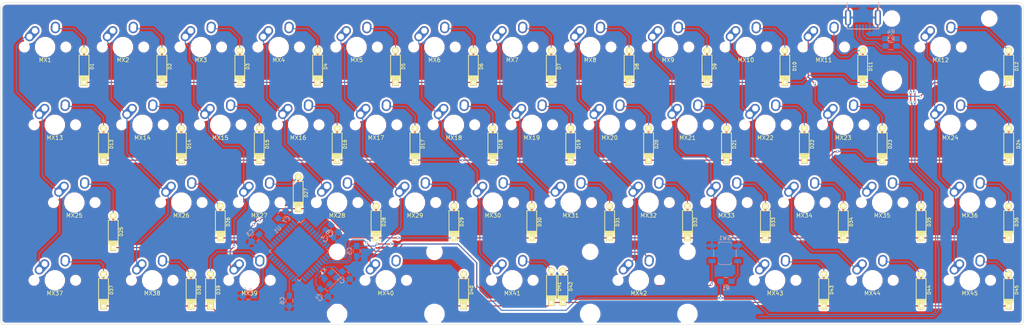
<source format=kicad_pcb>
(kicad_pcb (version 4) (host pcbnew 4.0.7)
  (layers (0 F.Cu signal) (31 B.Cu signal) (34 B.Paste user) (35 F.Paste user) (36 B.SilkS user) (37 F.SilkS user) (38 B.Mask user) (39 F.Mask user) (44 Edge.Cuts user))
  (net 0 "")
  (net 1 "Net-(C1-Pad1)")
  (net 2 GND)
  (net 3 "Net-(C2-Pad1)")
  (net 4 VCC)
  (net 5 "Net-(C8-Pad1)")
  (net 6 "Net-(D1-Pad2)")
  (net 7 "Net-(D2-Pad2)")
  (net 8 "Net-(D3-Pad2)")
  (net 9 "Net-(D4-Pad2)")
  (net 10 "Net-(D5-Pad2)")
  (net 11 "Net-(D6-Pad2)")
  (net 12 "Net-(D7-Pad2)")
  (net 13 "Net-(D8-Pad2)")
  (net 14 "Net-(D9-Pad2)")
  (net 15 "Net-(D10-Pad2)")
  (net 16 "Net-(D11-Pad2)")
  (net 17 "Net-(D12-Pad2)")
  (net 18 "Net-(D13-Pad2)")
  (net 19 "Net-(D14-Pad2)")
  (net 20 "Net-(D15-Pad2)")
  (net 21 "Net-(D16-Pad2)")
  (net 22 "Net-(D17-Pad2)")
  (net 23 "Net-(D18-Pad2)")
  (net 24 "Net-(D19-Pad2)")
  (net 25 "Net-(D20-Pad2)")
  (net 26 "Net-(D21-Pad2)")
  (net 27 "Net-(D22-Pad2)")
  (net 28 "Net-(D23-Pad2)")
  (net 29 "Net-(D24-Pad2)")
  (net 30 "Net-(D25-Pad2)")
  (net 31 "Net-(D26-Pad2)")
  (net 32 "Net-(D27-Pad2)")
  (net 33 "Net-(D28-Pad2)")
  (net 34 "Net-(D29-Pad2)")
  (net 35 "Net-(D30-Pad2)")
  (net 36 "Net-(D31-Pad2)")
  (net 37 "Net-(D32-Pad2)")
  (net 38 "Net-(D33-Pad2)")
  (net 39 "Net-(D34-Pad2)")
  (net 40 "Net-(D35-Pad2)")
  (net 41 "Net-(D36-Pad2)")
  (net 42 "Net-(D37-Pad2)")
  (net 43 "Net-(D38-Pad2)")
  (net 44 "Net-(D39-Pad2)")
  (net 45 "Net-(D40-Pad2)")
  (net 46 "Net-(D41-Pad2)")
  (net 47 "Net-(D42-Pad2)")
  (net 48 "Net-(D43-Pad2)")
  (net 49 "Net-(D44-Pad2)")
  (net 50 "Net-(D45-Pad2)")
  (net 51 "Net-(J1-Pad2)")
  (net 52 "Net-(J1-Pad3)")
  (net 53 "Net-(J1-Pad4)")
  (net 54 "Net-(R1-Pad2)")
  (net 55 "Net-(R2-Pad1)")
  (net 56 "Net-(R3-Pad1)")
  (net 57 "Net-(R4-Pad1)")
  (net 58 "Net-(U1-Pad1)")
  (net 59 "Net-(U1-Pad8)")
  (net 60 "Net-(U1-Pad9)")
  (net 61 "Net-(U1-Pad10)")
  (net 62 "Net-(U1-Pad11)")
  (net 63 "Net-(U1-Pad12)")
  (net 64 "Net-(U1-Pad18)")
  (net 65 "Net-(U1-Pad19)")
  (net 66 "Net-(U1-Pad20)")
  (net 67 "Net-(U1-Pad21)")
  (net 68 /Col11)
  (net 69 /Col10)
  (net 70 /Col8)
  (net 71 /Col7)
  (net 72 /Col6)
  (net 73 /Col5)
  (net 74 /Col4)
  (net 75 /Col3)
  (net 76 /Col2)
  (net 77 /Col1)
  (net 78 /Col0)
  (net 79 /Row3)
  (net 80 /Row2)
  (net 81 /Row1)
  (net 82 /Row0)
  (net 83 /Col9)
  (module Capacitors_SMD:C_0805_HandSoldering (layer B.Cu) (at 99.79025 84.455 315)
    (fp_text reference C1 (at 0 1.75 315) (layer B.SilkS) (effects (justify mirror)))
    (fp_text value 22p)
    (pad 1 smd rect (at -1.25 0 315) (size 1.5 1.25) (layers B.Cu B.Paste B.Mask) (net 1 "Net-(C1-Pad1)"))
    (pad 2 smd rect (at 1.25 0 315) (size 1.5 1.25) (layers B.Cu B.Paste B.Mask) (net 2 GND))
  )
  (module Capacitors_SMD:C_0805_HandSoldering (layer B.Cu) (at 94.45625 88.773 315)
    (fp_text reference C2 (at 0 1.75 315) (layer B.SilkS) (effects (justify mirror)))
    (fp_text value 22p)
    (pad 1 smd rect (at -1.25 0 315) (size 1.5 1.25) (layers B.Cu B.Paste B.Mask) (net 3 "Net-(C2-Pad1)"))
    (pad 2 smd rect (at 1.25 0 315) (size 1.5 1.25) (layers B.Cu B.Paste B.Mask) (net 2 GND))
  )
  (module Capacitors_SMD:C_0805_HandSoldering (layer B.Cu) (at 77.62875 75.311 225)
    (fp_text reference C3 (at 0 1.75 225) (layer B.SilkS) (effects (justify mirror)))
    (fp_text value 0.1u)
    (pad 1 smd rect (at -1.25 0 225) (size 1.5 1.25) (layers B.Cu B.Paste B.Mask) (net 4 VCC))
    (pad 2 smd rect (at 1.25 0 225) (size 1.5 1.25) (layers B.Cu B.Paste B.Mask) (net 2 GND))
  )
  (module Capacitors_SMD:C_0805_HandSoldering (layer B.Cu) (at 95.72625 74.295 315)
    (fp_text reference C4 (at 0 1.75 315) (layer B.SilkS) (effects (justify mirror)))
    (fp_text value 0.1u)
    (pad 1 smd rect (at -1.25 0 315) (size 1.5 1.25) (layers B.Cu B.Paste B.Mask) (net 4 VCC))
    (pad 2 smd rect (at 1.25 0 315) (size 1.5 1.25) (layers B.Cu B.Paste B.Mask) (net 2 GND))
  )
  (module Capacitors_SMD:C_0805_HandSoldering (layer B.Cu) (at 102.39375 78.58125 270)
    (fp_text reference C5 (at 0 1.75 270) (layer B.SilkS) (effects (justify mirror)))
    (fp_text value 0.1u)
    (pad 1 smd rect (at -1.25 0 270) (size 1.5 1.25) (layers B.Cu B.Paste B.Mask) (net 4 VCC))
    (pad 2 smd rect (at 1.25 0 270) (size 1.5 1.25) (layers B.Cu B.Paste B.Mask) (net 2 GND))
  )
  (module Capacitors_SMD:C_0805_HandSoldering (layer B.Cu) (at 85.94725 90.7415 270)
    (fp_text reference C6 (at 0 1.75 270) (layer B.SilkS) (effects (justify mirror)))
    (fp_text value 0.1u)
    (pad 1 smd rect (at -1.25 0 270) (size 1.5 1.25) (layers B.Cu B.Paste B.Mask) (net 4 VCC))
    (pad 2 smd rect (at 1.25 0 270) (size 1.5 1.25) (layers B.Cu B.Paste B.Mask) (net 2 GND))
  )
  (module Capacitors_SMD:C_0805_HandSoldering (layer B.Cu) (at 84.04225 69.6595 45)
    (fp_text reference C7 (at 0 1.75 45) (layer B.SilkS) (effects (justify mirror)))
    (fp_text value 4.7u)
    (pad 1 smd rect (at -1.25 0 45) (size 1.5 1.25) (layers B.Cu B.Paste B.Mask) (net 4 VCC))
    (pad 2 smd rect (at 1.25 0 45) (size 1.5 1.25) (layers B.Cu B.Paste B.Mask) (net 2 GND))
  )
  (module Capacitors_SMD:C_0805_HandSoldering (layer B.Cu) (at 96.99625 73.025 315)
    (fp_text reference C8 (at 0 1.75 315) (layer B.SilkS) (effects (justify mirror)))
    (fp_text value 1u)
    (pad 1 smd rect (at -1.25 0 315) (size 1.5 1.25) (layers B.Cu B.Paste B.Mask) (net 5 "Net-(C8-Pad1)"))
    (pad 2 smd rect (at 1.25 0 315) (size 1.5 1.25) (layers B.Cu B.Paste B.Mask) (net 2 GND))
  )
  (module keyboard_parts:D_SOD123_axial (layer F.Cu) (at 35.71875 33.3375 90)
    (fp_text reference D1 (at 0 1.925 90) (layer F.SilkS) (effects (font (size 0.8 0.8))))
    (fp_text value D hide)
    (pad 2 smd rect (at 1.575 0 90) (size 1.2 1.2) (layers F.Cu F.Paste F.Mask) (net 6 "Net-(D1-Pad2)"))
    (pad 1 smd rect (at -1.575 0 90) (size 1.2 1.2) (layers F.Cu F.Paste F.Mask) (net 82 /Row0))
    (pad 1 thru_hole rect (at -3.9 0 90) (size 1.6 1.6) (drill 0.7) (layers *.Cu *.Mask F.SilkS) (net 82 /Row0))
    (pad 2 thru_hole circle (at 3.9 0 90) (size 1.6 1.6) (drill 0.7) (layers *.Cu *.Mask F.SilkS) (net 6 "Net-(D1-Pad2)"))
    (pad 1 smd rect (at -2.7 0 90) (size 2.5 0.5) (layers F.Cu) (net 82 /Row0))
    (pad 2 smd rect (at 2.7 0 90) (size 2.5 0.5) (layers F.Cu) (net 6 "Net-(D1-Pad2)"))
  )
  (module keyboard_parts:D_SOD123_axial (layer F.Cu) (at 54.76875 33.3375 90)
    (fp_text reference D2 (at 0 1.925 90) (layer F.SilkS) (effects (font (size 0.8 0.8))))
    (fp_text value D hide)
    (pad 2 smd rect (at 1.575 0 90) (size 1.2 1.2) (layers F.Cu F.Paste F.Mask) (net 7 "Net-(D2-Pad2)"))
    (pad 1 smd rect (at -1.575 0 90) (size 1.2 1.2) (layers F.Cu F.Paste F.Mask) (net 82 /Row0))
    (pad 1 thru_hole rect (at -3.9 0 90) (size 1.6 1.6) (drill 0.7) (layers *.Cu *.Mask F.SilkS) (net 82 /Row0))
    (pad 2 thru_hole circle (at 3.9 0 90) (size 1.6 1.6) (drill 0.7) (layers *.Cu *.Mask F.SilkS) (net 7 "Net-(D2-Pad2)"))
    (pad 1 smd rect (at -2.7 0 90) (size 2.5 0.5) (layers F.Cu) (net 82 /Row0))
    (pad 2 smd rect (at 2.7 0 90) (size 2.5 0.5) (layers F.Cu) (net 7 "Net-(D2-Pad2)"))
  )
  (module keyboard_parts:D_SOD123_axial (layer F.Cu) (at 73.81875 33.3375 90)
    (fp_text reference D3 (at 0 1.925 90) (layer F.SilkS) (effects (font (size 0.8 0.8))))
    (fp_text value D hide)
    (pad 2 smd rect (at 1.575 0 90) (size 1.2 1.2) (layers F.Cu F.Paste F.Mask) (net 8 "Net-(D3-Pad2)"))
    (pad 1 smd rect (at -1.575 0 90) (size 1.2 1.2) (layers F.Cu F.Paste F.Mask) (net 82 /Row0))
    (pad 1 thru_hole rect (at -3.9 0 90) (size 1.6 1.6) (drill 0.7) (layers *.Cu *.Mask F.SilkS) (net 82 /Row0))
    (pad 2 thru_hole circle (at 3.9 0 90) (size 1.6 1.6) (drill 0.7) (layers *.Cu *.Mask F.SilkS) (net 8 "Net-(D3-Pad2)"))
    (pad 1 smd rect (at -2.7 0 90) (size 2.5 0.5) (layers F.Cu) (net 82 /Row0))
    (pad 2 smd rect (at 2.7 0 90) (size 2.5 0.5) (layers F.Cu) (net 8 "Net-(D3-Pad2)"))
  )
  (module keyboard_parts:D_SOD123_axial (layer F.Cu) (at 92.86875 33.3375 90)
    (fp_text reference D4 (at 0 1.925 90) (layer F.SilkS) (effects (font (size 0.8 0.8))))
    (fp_text value D hide)
    (pad 2 smd rect (at 1.575 0 90) (size 1.2 1.2) (layers F.Cu F.Paste F.Mask) (net 9 "Net-(D4-Pad2)"))
    (pad 1 smd rect (at -1.575 0 90) (size 1.2 1.2) (layers F.Cu F.Paste F.Mask) (net 82 /Row0))
    (pad 1 thru_hole rect (at -3.9 0 90) (size 1.6 1.6) (drill 0.7) (layers *.Cu *.Mask F.SilkS) (net 82 /Row0))
    (pad 2 thru_hole circle (at 3.9 0 90) (size 1.6 1.6) (drill 0.7) (layers *.Cu *.Mask F.SilkS) (net 9 "Net-(D4-Pad2)"))
    (pad 1 smd rect (at -2.7 0 90) (size 2.5 0.5) (layers F.Cu) (net 82 /Row0))
    (pad 2 smd rect (at 2.7 0 90) (size 2.5 0.5) (layers F.Cu) (net 9 "Net-(D4-Pad2)"))
  )
  (module keyboard_parts:D_SOD123_axial (layer F.Cu) (at 111.91875 33.3375 90)
    (fp_text reference D5 (at 0 1.925 90) (layer F.SilkS) (effects (font (size 0.8 0.8))))
    (fp_text value D hide)
    (pad 2 smd rect (at 1.575 0 90) (size 1.2 1.2) (layers F.Cu F.Paste F.Mask) (net 10 "Net-(D5-Pad2)"))
    (pad 1 smd rect (at -1.575 0 90) (size 1.2 1.2) (layers F.Cu F.Paste F.Mask) (net 82 /Row0))
    (pad 1 thru_hole rect (at -3.9 0 90) (size 1.6 1.6) (drill 0.7) (layers *.Cu *.Mask F.SilkS) (net 82 /Row0))
    (pad 2 thru_hole circle (at 3.9 0 90) (size 1.6 1.6) (drill 0.7) (layers *.Cu *.Mask F.SilkS) (net 10 "Net-(D5-Pad2)"))
    (pad 1 smd rect (at -2.7 0 90) (size 2.5 0.5) (layers F.Cu) (net 82 /Row0))
    (pad 2 smd rect (at 2.7 0 90) (size 2.5 0.5) (layers F.Cu) (net 10 "Net-(D5-Pad2)"))
  )
  (module keyboard_parts:D_SOD123_axial (layer F.Cu) (at 130.96875 33.3375 90)
    (fp_text reference D6 (at 0 1.925 90) (layer F.SilkS) (effects (font (size 0.8 0.8))))
    (fp_text value D hide)
    (pad 2 smd rect (at 1.575 0 90) (size 1.2 1.2) (layers F.Cu F.Paste F.Mask) (net 11 "Net-(D6-Pad2)"))
    (pad 1 smd rect (at -1.575 0 90) (size 1.2 1.2) (layers F.Cu F.Paste F.Mask) (net 82 /Row0))
    (pad 1 thru_hole rect (at -3.9 0 90) (size 1.6 1.6) (drill 0.7) (layers *.Cu *.Mask F.SilkS) (net 82 /Row0))
    (pad 2 thru_hole circle (at 3.9 0 90) (size 1.6 1.6) (drill 0.7) (layers *.Cu *.Mask F.SilkS) (net 11 "Net-(D6-Pad2)"))
    (pad 1 smd rect (at -2.7 0 90) (size 2.5 0.5) (layers F.Cu) (net 82 /Row0))
    (pad 2 smd rect (at 2.7 0 90) (size 2.5 0.5) (layers F.Cu) (net 11 "Net-(D6-Pad2)"))
  )
  (module keyboard_parts:D_SOD123_axial (layer F.Cu) (at 150.01875 33.3375 90)
    (fp_text reference D7 (at 0 1.925 90) (layer F.SilkS) (effects (font (size 0.8 0.8))))
    (fp_text value D hide)
    (pad 2 smd rect (at 1.575 0 90) (size 1.2 1.2) (layers F.Cu F.Paste F.Mask) (net 12 "Net-(D7-Pad2)"))
    (pad 1 smd rect (at -1.575 0 90) (size 1.2 1.2) (layers F.Cu F.Paste F.Mask) (net 82 /Row0))
    (pad 1 thru_hole rect (at -3.9 0 90) (size 1.6 1.6) (drill 0.7) (layers *.Cu *.Mask F.SilkS) (net 82 /Row0))
    (pad 2 thru_hole circle (at 3.9 0 90) (size 1.6 1.6) (drill 0.7) (layers *.Cu *.Mask F.SilkS) (net 12 "Net-(D7-Pad2)"))
    (pad 1 smd rect (at -2.7 0 90) (size 2.5 0.5) (layers F.Cu) (net 82 /Row0))
    (pad 2 smd rect (at 2.7 0 90) (size 2.5 0.5) (layers F.Cu) (net 12 "Net-(D7-Pad2)"))
  )
  (module keyboard_parts:D_SOD123_axial (layer F.Cu) (at 169.06875 33.3375 90)
    (fp_text reference D8 (at 0 1.925 90) (layer F.SilkS) (effects (font (size 0.8 0.8))))
    (fp_text value D hide)
    (pad 2 smd rect (at 1.575 0 90) (size 1.2 1.2) (layers F.Cu F.Paste F.Mask) (net 13 "Net-(D8-Pad2)"))
    (pad 1 smd rect (at -1.575 0 90) (size 1.2 1.2) (layers F.Cu F.Paste F.Mask) (net 82 /Row0))
    (pad 1 thru_hole rect (at -3.9 0 90) (size 1.6 1.6) (drill 0.7) (layers *.Cu *.Mask F.SilkS) (net 82 /Row0))
    (pad 2 thru_hole circle (at 3.9 0 90) (size 1.6 1.6) (drill 0.7) (layers *.Cu *.Mask F.SilkS) (net 13 "Net-(D8-Pad2)"))
    (pad 1 smd rect (at -2.7 0 90) (size 2.5 0.5) (layers F.Cu) (net 82 /Row0))
    (pad 2 smd rect (at 2.7 0 90) (size 2.5 0.5) (layers F.Cu) (net 13 "Net-(D8-Pad2)"))
  )
  (module keyboard_parts:D_SOD123_axial (layer F.Cu) (at 188.11875 33.3375 90)
    (fp_text reference D9 (at 0 1.925 90) (layer F.SilkS) (effects (font (size 0.8 0.8))))
    (fp_text value D hide)
    (pad 2 smd rect (at 1.575 0 90) (size 1.2 1.2) (layers F.Cu F.Paste F.Mask) (net 14 "Net-(D9-Pad2)"))
    (pad 1 smd rect (at -1.575 0 90) (size 1.2 1.2) (layers F.Cu F.Paste F.Mask) (net 82 /Row0))
    (pad 1 thru_hole rect (at -3.9 0 90) (size 1.6 1.6) (drill 0.7) (layers *.Cu *.Mask F.SilkS) (net 82 /Row0))
    (pad 2 thru_hole circle (at 3.9 0 90) (size 1.6 1.6) (drill 0.7) (layers *.Cu *.Mask F.SilkS) (net 14 "Net-(D9-Pad2)"))
    (pad 1 smd rect (at -2.7 0 90) (size 2.5 0.5) (layers F.Cu) (net 82 /Row0))
    (pad 2 smd rect (at 2.7 0 90) (size 2.5 0.5) (layers F.Cu) (net 14 "Net-(D9-Pad2)"))
  )
  (module keyboard_parts:D_SOD123_axial (layer F.Cu) (at 207.16875 33.3375 90)
    (fp_text reference D10 (at 0 2.38125 90) (layer F.SilkS) (effects (font (size 0.8 0.8))))
    (fp_text value D hide)
    (pad 2 smd rect (at 1.575 0 90) (size 1.2 1.2) (layers F.Cu F.Paste F.Mask) (net 15 "Net-(D10-Pad2)"))
    (pad 1 smd rect (at -1.575 0 90) (size 1.2 1.2) (layers F.Cu F.Paste F.Mask) (net 82 /Row0))
    (pad 1 thru_hole rect (at -3.9 0 90) (size 1.6 1.6) (drill 0.7) (layers *.Cu *.Mask F.SilkS) (net 82 /Row0))
    (pad 2 thru_hole circle (at 3.9 0 90) (size 1.6 1.6) (drill 0.7) (layers *.Cu *.Mask F.SilkS) (net 15 "Net-(D10-Pad2)"))
    (pad 1 smd rect (at -2.7 0 90) (size 2.5 0.5) (layers F.Cu) (net 82 /Row0))
    (pad 2 smd rect (at 2.7 0 90) (size 2.5 0.5) (layers F.Cu) (net 15 "Net-(D10-Pad2)"))
  )
  (module keyboard_parts:D_SOD123_axial (layer F.Cu) (at 226.21875 33.3375 90)
    (fp_text reference D11 (at 0 1.925 90) (layer F.SilkS) (effects (font (size 0.8 0.8))))
    (fp_text value D hide)
    (pad 2 smd rect (at 1.575 0 90) (size 1.2 1.2) (layers F.Cu F.Paste F.Mask) (net 16 "Net-(D11-Pad2)"))
    (pad 1 smd rect (at -1.575 0 90) (size 1.2 1.2) (layers F.Cu F.Paste F.Mask) (net 82 /Row0))
    (pad 1 thru_hole rect (at -3.9 0 90) (size 1.6 1.6) (drill 0.7) (layers *.Cu *.Mask F.SilkS) (net 82 /Row0))
    (pad 2 thru_hole circle (at 3.9 0 90) (size 1.6 1.6) (drill 0.7) (layers *.Cu *.Mask F.SilkS) (net 16 "Net-(D11-Pad2)"))
    (pad 1 smd rect (at -2.7 0 90) (size 2.5 0.5) (layers F.Cu) (net 82 /Row0))
    (pad 2 smd rect (at 2.7 0 90) (size 2.5 0.5) (layers F.Cu) (net 16 "Net-(D11-Pad2)"))
  )
  (module keyboard_parts:D_SOD123_axial (layer F.Cu) (at 261.9375 33.3375 90)
    (fp_text reference D12 (at 0 1.925 90) (layer F.SilkS) (effects (font (size 0.8 0.8))))
    (fp_text value D hide)
    (pad 2 smd rect (at 1.575 0 90) (size 1.2 1.2) (layers F.Cu F.Paste F.Mask) (net 17 "Net-(D12-Pad2)"))
    (pad 1 smd rect (at -1.575 0 90) (size 1.2 1.2) (layers F.Cu F.Paste F.Mask) (net 82 /Row0))
    (pad 1 thru_hole rect (at -3.9 0 90) (size 1.6 1.6) (drill 0.7) (layers *.Cu *.Mask F.SilkS) (net 82 /Row0))
    (pad 2 thru_hole circle (at 3.9 0 90) (size 1.6 1.6) (drill 0.7) (layers *.Cu *.Mask F.SilkS) (net 17 "Net-(D12-Pad2)"))
    (pad 1 smd rect (at -2.7 0 90) (size 2.5 0.5) (layers F.Cu) (net 82 /Row0))
    (pad 2 smd rect (at 2.7 0 90) (size 2.5 0.5) (layers F.Cu) (net 17 "Net-(D12-Pad2)"))
  )
  (module keyboard_parts:D_SOD123_axial (layer F.Cu) (at 40.48125 52.3875 90)
    (fp_text reference D13 (at 0 1.925 90) (layer F.SilkS) (effects (font (size 0.8 0.8))))
    (fp_text value D hide)
    (pad 2 smd rect (at 1.575 0 90) (size 1.2 1.2) (layers F.Cu F.Paste F.Mask) (net 18 "Net-(D13-Pad2)"))
    (pad 1 smd rect (at -1.575 0 90) (size 1.2 1.2) (layers F.Cu F.Paste F.Mask) (net 81 /Row1))
    (pad 1 thru_hole rect (at -3.9 0 90) (size 1.6 1.6) (drill 0.7) (layers *.Cu *.Mask F.SilkS) (net 81 /Row1))
    (pad 2 thru_hole circle (at 3.9 0 90) (size 1.6 1.6) (drill 0.7) (layers *.Cu *.Mask F.SilkS) (net 18 "Net-(D13-Pad2)"))
    (pad 1 smd rect (at -2.7 0 90) (size 2.5 0.5) (layers F.Cu) (net 81 /Row1))
    (pad 2 smd rect (at 2.7 0 90) (size 2.5 0.5) (layers F.Cu) (net 18 "Net-(D13-Pad2)"))
  )
  (module keyboard_parts:D_SOD123_axial (layer F.Cu) (at 59.53125 52.3875 90)
    (fp_text reference D14 (at 0 1.925 90) (layer F.SilkS) (effects (font (size 0.8 0.8))))
    (fp_text value D hide)
    (pad 2 smd rect (at 1.575 0 90) (size 1.2 1.2) (layers F.Cu F.Paste F.Mask) (net 19 "Net-(D14-Pad2)"))
    (pad 1 smd rect (at -1.575 0 90) (size 1.2 1.2) (layers F.Cu F.Paste F.Mask) (net 81 /Row1))
    (pad 1 thru_hole rect (at -3.9 0 90) (size 1.6 1.6) (drill 0.7) (layers *.Cu *.Mask F.SilkS) (net 81 /Row1))
    (pad 2 thru_hole circle (at 3.9 0 90) (size 1.6 1.6) (drill 0.7) (layers *.Cu *.Mask F.SilkS) (net 19 "Net-(D14-Pad2)"))
    (pad 1 smd rect (at -2.7 0 90) (size 2.5 0.5) (layers F.Cu) (net 81 /Row1))
    (pad 2 smd rect (at 2.7 0 90) (size 2.5 0.5) (layers F.Cu) (net 19 "Net-(D14-Pad2)"))
  )
  (module keyboard_parts:D_SOD123_axial (layer F.Cu) (at 78.58125 52.3875 90)
    (fp_text reference D15 (at 0 1.925 90) (layer F.SilkS) (effects (font (size 0.8 0.8))))
    (fp_text value D hide)
    (pad 2 smd rect (at 1.575 0 90) (size 1.2 1.2) (layers F.Cu F.Paste F.Mask) (net 20 "Net-(D15-Pad2)"))
    (pad 1 smd rect (at -1.575 0 90) (size 1.2 1.2) (layers F.Cu F.Paste F.Mask) (net 81 /Row1))
    (pad 1 thru_hole rect (at -3.9 0 90) (size 1.6 1.6) (drill 0.7) (layers *.Cu *.Mask F.SilkS) (net 81 /Row1))
    (pad 2 thru_hole circle (at 3.9 0 90) (size 1.6 1.6) (drill 0.7) (layers *.Cu *.Mask F.SilkS) (net 20 "Net-(D15-Pad2)"))
    (pad 1 smd rect (at -2.7 0 90) (size 2.5 0.5) (layers F.Cu) (net 81 /Row1))
    (pad 2 smd rect (at 2.7 0 90) (size 2.5 0.5) (layers F.Cu) (net 20 "Net-(D15-Pad2)"))
  )
  (module keyboard_parts:D_SOD123_axial (layer F.Cu) (at 97.63125 52.3875 90)
    (fp_text reference D16 (at 0 1.925 90) (layer F.SilkS) (effects (font (size 0.8 0.8))))
    (fp_text value D hide)
    (pad 2 smd rect (at 1.575 0 90) (size 1.2 1.2) (layers F.Cu F.Paste F.Mask) (net 21 "Net-(D16-Pad2)"))
    (pad 1 smd rect (at -1.575 0 90) (size 1.2 1.2) (layers F.Cu F.Paste F.Mask) (net 81 /Row1))
    (pad 1 thru_hole rect (at -3.9 0 90) (size 1.6 1.6) (drill 0.7) (layers *.Cu *.Mask F.SilkS) (net 81 /Row1))
    (pad 2 thru_hole circle (at 3.9 0 90) (size 1.6 1.6) (drill 0.7) (layers *.Cu *.Mask F.SilkS) (net 21 "Net-(D16-Pad2)"))
    (pad 1 smd rect (at -2.7 0 90) (size 2.5 0.5) (layers F.Cu) (net 81 /Row1))
    (pad 2 smd rect (at 2.7 0 90) (size 2.5 0.5) (layers F.Cu) (net 21 "Net-(D16-Pad2)"))
  )
  (module keyboard_parts:D_SOD123_axial (layer F.Cu) (at 116.68125 52.3875 90)
    (fp_text reference D17 (at 0 1.925 90) (layer F.SilkS) (effects (font (size 0.8 0.8))))
    (fp_text value D hide)
    (pad 2 smd rect (at 1.575 0 90) (size 1.2 1.2) (layers F.Cu F.Paste F.Mask) (net 22 "Net-(D17-Pad2)"))
    (pad 1 smd rect (at -1.575 0 90) (size 1.2 1.2) (layers F.Cu F.Paste F.Mask) (net 81 /Row1))
    (pad 1 thru_hole rect (at -3.9 0 90) (size 1.6 1.6) (drill 0.7) (layers *.Cu *.Mask F.SilkS) (net 81 /Row1))
    (pad 2 thru_hole circle (at 3.9 0 90) (size 1.6 1.6) (drill 0.7) (layers *.Cu *.Mask F.SilkS) (net 22 "Net-(D17-Pad2)"))
    (pad 1 smd rect (at -2.7 0 90) (size 2.5 0.5) (layers F.Cu) (net 81 /Row1))
    (pad 2 smd rect (at 2.7 0 90) (size 2.5 0.5) (layers F.Cu) (net 22 "Net-(D17-Pad2)"))
  )
  (module keyboard_parts:D_SOD123_axial (layer F.Cu) (at 135.73125 52.3875 90)
    (fp_text reference D18 (at 0 1.925 90) (layer F.SilkS) (effects (font (size 0.8 0.8))))
    (fp_text value D hide)
    (pad 2 smd rect (at 1.575 0 90) (size 1.2 1.2) (layers F.Cu F.Paste F.Mask) (net 23 "Net-(D18-Pad2)"))
    (pad 1 smd rect (at -1.575 0 90) (size 1.2 1.2) (layers F.Cu F.Paste F.Mask) (net 81 /Row1))
    (pad 1 thru_hole rect (at -3.9 0 90) (size 1.6 1.6) (drill 0.7) (layers *.Cu *.Mask F.SilkS) (net 81 /Row1))
    (pad 2 thru_hole circle (at 3.9 0 90) (size 1.6 1.6) (drill 0.7) (layers *.Cu *.Mask F.SilkS) (net 23 "Net-(D18-Pad2)"))
    (pad 1 smd rect (at -2.7 0 90) (size 2.5 0.5) (layers F.Cu) (net 81 /Row1))
    (pad 2 smd rect (at 2.7 0 90) (size 2.5 0.5) (layers F.Cu) (net 23 "Net-(D18-Pad2)"))
  )
  (module keyboard_parts:D_SOD123_axial (layer F.Cu) (at 154.78125 52.3875 90)
    (fp_text reference D19 (at 0 1.925 90) (layer F.SilkS) (effects (font (size 0.8 0.8))))
    (fp_text value D hide)
    (pad 2 smd rect (at 1.575 0 90) (size 1.2 1.2) (layers F.Cu F.Paste F.Mask) (net 24 "Net-(D19-Pad2)"))
    (pad 1 smd rect (at -1.575 0 90) (size 1.2 1.2) (layers F.Cu F.Paste F.Mask) (net 81 /Row1))
    (pad 1 thru_hole rect (at -3.9 0 90) (size 1.6 1.6) (drill 0.7) (layers *.Cu *.Mask F.SilkS) (net 81 /Row1))
    (pad 2 thru_hole circle (at 3.9 0 90) (size 1.6 1.6) (drill 0.7) (layers *.Cu *.Mask F.SilkS) (net 24 "Net-(D19-Pad2)"))
    (pad 1 smd rect (at -2.7 0 90) (size 2.5 0.5) (layers F.Cu) (net 81 /Row1))
    (pad 2 smd rect (at 2.7 0 90) (size 2.5 0.5) (layers F.Cu) (net 24 "Net-(D19-Pad2)"))
  )
  (module keyboard_parts:D_SOD123_axial (layer F.Cu) (at 173.83125 52.3875 90)
    (fp_text reference D20 (at 0 1.925 90) (layer F.SilkS) (effects (font (size 0.8 0.8))))
    (fp_text value D hide)
    (pad 2 smd rect (at 1.575 0 90) (size 1.2 1.2) (layers F.Cu F.Paste F.Mask) (net 25 "Net-(D20-Pad2)"))
    (pad 1 smd rect (at -1.575 0 90) (size 1.2 1.2) (layers F.Cu F.Paste F.Mask) (net 81 /Row1))
    (pad 1 thru_hole rect (at -3.9 0 90) (size 1.6 1.6) (drill 0.7) (layers *.Cu *.Mask F.SilkS) (net 81 /Row1))
    (pad 2 thru_hole circle (at 3.9 0 90) (size 1.6 1.6) (drill 0.7) (layers *.Cu *.Mask F.SilkS) (net 25 "Net-(D20-Pad2)"))
    (pad 1 smd rect (at -2.7 0 90) (size 2.5 0.5) (layers F.Cu) (net 81 /Row1))
    (pad 2 smd rect (at 2.7 0 90) (size 2.5 0.5) (layers F.Cu) (net 25 "Net-(D20-Pad2)"))
  )
  (module keyboard_parts:D_SOD123_axial (layer F.Cu) (at 192.88125 52.3875 90)
    (fp_text reference D21 (at 0 1.925 90) (layer F.SilkS) (effects (font (size 0.8 0.8))))
    (fp_text value D hide)
    (pad 2 smd rect (at 1.575 0 90) (size 1.2 1.2) (layers F.Cu F.Paste F.Mask) (net 26 "Net-(D21-Pad2)"))
    (pad 1 smd rect (at -1.575 0 90) (size 1.2 1.2) (layers F.Cu F.Paste F.Mask) (net 81 /Row1))
    (pad 1 thru_hole rect (at -3.9 0 90) (size 1.6 1.6) (drill 0.7) (layers *.Cu *.Mask F.SilkS) (net 81 /Row1))
    (pad 2 thru_hole circle (at 3.9 0 90) (size 1.6 1.6) (drill 0.7) (layers *.Cu *.Mask F.SilkS) (net 26 "Net-(D21-Pad2)"))
    (pad 1 smd rect (at -2.7 0 90) (size 2.5 0.5) (layers F.Cu) (net 81 /Row1))
    (pad 2 smd rect (at 2.7 0 90) (size 2.5 0.5) (layers F.Cu) (net 26 "Net-(D21-Pad2)"))
  )
  (module keyboard_parts:D_SOD123_axial (layer F.Cu) (at 211.93125 52.3875 90)
    (fp_text reference D22 (at 0 1.925 90) (layer F.SilkS) (effects (font (size 0.8 0.8))))
    (fp_text value D hide)
    (pad 2 smd rect (at 1.575 0 90) (size 1.2 1.2) (layers F.Cu F.Paste F.Mask) (net 27 "Net-(D22-Pad2)"))
    (pad 1 smd rect (at -1.575 0 90) (size 1.2 1.2) (layers F.Cu F.Paste F.Mask) (net 81 /Row1))
    (pad 1 thru_hole rect (at -3.9 0 90) (size 1.6 1.6) (drill 0.7) (layers *.Cu *.Mask F.SilkS) (net 81 /Row1))
    (pad 2 thru_hole circle (at 3.9 0 90) (size 1.6 1.6) (drill 0.7) (layers *.Cu *.Mask F.SilkS) (net 27 "Net-(D22-Pad2)"))
    (pad 1 smd rect (at -2.7 0 90) (size 2.5 0.5) (layers F.Cu) (net 81 /Row1))
    (pad 2 smd rect (at 2.7 0 90) (size 2.5 0.5) (layers F.Cu) (net 27 "Net-(D22-Pad2)"))
  )
  (module keyboard_parts:D_SOD123_axial (layer F.Cu) (at 230.98125 52.3875 90)
    (fp_text reference D23 (at 0 1.925 90) (layer F.SilkS) (effects (font (size 0.8 0.8))))
    (fp_text value D hide)
    (pad 2 smd rect (at 1.575 0 90) (size 1.2 1.2) (layers F.Cu F.Paste F.Mask) (net 28 "Net-(D23-Pad2)"))
    (pad 1 smd rect (at -1.575 0 90) (size 1.2 1.2) (layers F.Cu F.Paste F.Mask) (net 81 /Row1))
    (pad 1 thru_hole rect (at -3.9 0 90) (size 1.6 1.6) (drill 0.7) (layers *.Cu *.Mask F.SilkS) (net 81 /Row1))
    (pad 2 thru_hole circle (at 3.9 0 90) (size 1.6 1.6) (drill 0.7) (layers *.Cu *.Mask F.SilkS) (net 28 "Net-(D23-Pad2)"))
    (pad 1 smd rect (at -2.7 0 90) (size 2.5 0.5) (layers F.Cu) (net 81 /Row1))
    (pad 2 smd rect (at 2.7 0 90) (size 2.5 0.5) (layers F.Cu) (net 28 "Net-(D23-Pad2)"))
  )
  (module keyboard_parts:D_SOD123_axial (layer F.Cu) (at 261.9375 52.3875 90)
    (fp_text reference D24 (at 0 2.38125 90) (layer F.SilkS) (effects (font (size 0.8 0.8))))
    (fp_text value D hide)
    (pad 2 smd rect (at 1.575 0 90) (size 1.2 1.2) (layers F.Cu F.Paste F.Mask) (net 29 "Net-(D24-Pad2)"))
    (pad 1 smd rect (at -1.575 0 90) (size 1.2 1.2) (layers F.Cu F.Paste F.Mask) (net 81 /Row1))
    (pad 1 thru_hole rect (at -3.9 0 90) (size 1.6 1.6) (drill 0.7) (layers *.Cu *.Mask F.SilkS) (net 81 /Row1))
    (pad 2 thru_hole circle (at 3.9 0 90) (size 1.6 1.6) (drill 0.7) (layers *.Cu *.Mask F.SilkS) (net 29 "Net-(D24-Pad2)"))
    (pad 1 smd rect (at -2.7 0 90) (size 2.5 0.5) (layers F.Cu) (net 81 /Row1))
    (pad 2 smd rect (at 2.7 0 90) (size 2.5 0.5) (layers F.Cu) (net 29 "Net-(D24-Pad2)"))
  )
  (module keyboard_parts:D_SOD123_axial (layer F.Cu) (at 42.8625 73.81875 90)
    (fp_text reference D25 (at 0 1.925 90) (layer F.SilkS) (effects (font (size 0.8 0.8))))
    (fp_text value D hide)
    (pad 2 smd rect (at 1.575 0 90) (size 1.2 1.2) (layers F.Cu F.Paste F.Mask) (net 30 "Net-(D25-Pad2)"))
    (pad 1 smd rect (at -1.575 0 90) (size 1.2 1.2) (layers F.Cu F.Paste F.Mask) (net 80 /Row2))
    (pad 1 thru_hole rect (at -3.9 0 90) (size 1.6 1.6) (drill 0.7) (layers *.Cu *.Mask F.SilkS) (net 80 /Row2))
    (pad 2 thru_hole circle (at 3.9 0 90) (size 1.6 1.6) (drill 0.7) (layers *.Cu *.Mask F.SilkS) (net 30 "Net-(D25-Pad2)"))
    (pad 1 smd rect (at -2.7 0 90) (size 2.5 0.5) (layers F.Cu) (net 80 /Row2))
    (pad 2 smd rect (at 2.7 0 90) (size 2.5 0.5) (layers F.Cu) (net 30 "Net-(D25-Pad2)"))
  )
  (module keyboard_parts:D_SOD123_axial (layer F.Cu) (at 69.05625 71.4375 90)
    (fp_text reference D26 (at 0 1.925 90) (layer F.SilkS) (effects (font (size 0.8 0.8))))
    (fp_text value D hide)
    (pad 2 smd rect (at 1.575 0 90) (size 1.2 1.2) (layers F.Cu F.Paste F.Mask) (net 31 "Net-(D26-Pad2)"))
    (pad 1 smd rect (at -1.575 0 90) (size 1.2 1.2) (layers F.Cu F.Paste F.Mask) (net 80 /Row2))
    (pad 1 thru_hole rect (at -3.9 0 90) (size 1.6 1.6) (drill 0.7) (layers *.Cu *.Mask F.SilkS) (net 80 /Row2))
    (pad 2 thru_hole circle (at 3.9 0 90) (size 1.6 1.6) (drill 0.7) (layers *.Cu *.Mask F.SilkS) (net 31 "Net-(D26-Pad2)"))
    (pad 1 smd rect (at -2.7 0 90) (size 2.5 0.5) (layers F.Cu) (net 80 /Row2))
    (pad 2 smd rect (at 2.7 0 90) (size 2.5 0.5) (layers F.Cu) (net 31 "Net-(D26-Pad2)"))
  )
  (module keyboard_parts:D_SOD123_axial (layer F.Cu) (at 88.10625 64.29375 90)
    (fp_text reference D27 (at 0 1.925 90) (layer F.SilkS) (effects (font (size 0.8 0.8))))
    (fp_text value D hide)
    (pad 2 smd rect (at 1.575 0 90) (size 1.2 1.2) (layers F.Cu F.Paste F.Mask) (net 32 "Net-(D27-Pad2)"))
    (pad 1 smd rect (at -1.575 0 90) (size 1.2 1.2) (layers F.Cu F.Paste F.Mask) (net 80 /Row2))
    (pad 1 thru_hole rect (at -3.9 0 90) (size 1.6 1.6) (drill 0.7) (layers *.Cu *.Mask F.SilkS) (net 80 /Row2))
    (pad 2 thru_hole circle (at 3.9 0 90) (size 1.6 1.6) (drill 0.7) (layers *.Cu *.Mask F.SilkS) (net 32 "Net-(D27-Pad2)"))
    (pad 1 smd rect (at -2.7 0 90) (size 2.5 0.5) (layers F.Cu) (net 80 /Row2))
    (pad 2 smd rect (at 2.7 0 90) (size 2.5 0.5) (layers F.Cu) (net 32 "Net-(D27-Pad2)"))
  )
  (module keyboard_parts:D_SOD123_axial (layer F.Cu) (at 107.15625 71.4375 90)
    (fp_text reference D28 (at 0 1.925 90) (layer F.SilkS) (effects (font (size 0.8 0.8))))
    (fp_text value D hide)
    (pad 2 smd rect (at 1.575 0 90) (size 1.2 1.2) (layers F.Cu F.Paste F.Mask) (net 33 "Net-(D28-Pad2)"))
    (pad 1 smd rect (at -1.575 0 90) (size 1.2 1.2) (layers F.Cu F.Paste F.Mask) (net 80 /Row2))
    (pad 1 thru_hole rect (at -3.9 0 90) (size 1.6 1.6) (drill 0.7) (layers *.Cu *.Mask F.SilkS) (net 80 /Row2))
    (pad 2 thru_hole circle (at 3.9 0 90) (size 1.6 1.6) (drill 0.7) (layers *.Cu *.Mask F.SilkS) (net 33 "Net-(D28-Pad2)"))
    (pad 1 smd rect (at -2.7 0 90) (size 2.5 0.5) (layers F.Cu) (net 80 /Row2))
    (pad 2 smd rect (at 2.7 0 90) (size 2.5 0.5) (layers F.Cu) (net 33 "Net-(D28-Pad2)"))
  )
  (module keyboard_parts:D_SOD123_axial (layer F.Cu) (at 126.20625 71.4375 90)
    (fp_text reference D29 (at 0 1.925 90) (layer F.SilkS) (effects (font (size 0.8 0.8))))
    (fp_text value D hide)
    (pad 2 smd rect (at 1.575 0 90) (size 1.2 1.2) (layers F.Cu F.Paste F.Mask) (net 34 "Net-(D29-Pad2)"))
    (pad 1 smd rect (at -1.575 0 90) (size 1.2 1.2) (layers F.Cu F.Paste F.Mask) (net 80 /Row2))
    (pad 1 thru_hole rect (at -3.9 0 90) (size 1.6 1.6) (drill 0.7) (layers *.Cu *.Mask F.SilkS) (net 80 /Row2))
    (pad 2 thru_hole circle (at 3.9 0 90) (size 1.6 1.6) (drill 0.7) (layers *.Cu *.Mask F.SilkS) (net 34 "Net-(D29-Pad2)"))
    (pad 1 smd rect (at -2.7 0 90) (size 2.5 0.5) (layers F.Cu) (net 80 /Row2))
    (pad 2 smd rect (at 2.7 0 90) (size 2.5 0.5) (layers F.Cu) (net 34 "Net-(D29-Pad2)"))
  )
  (module keyboard_parts:D_SOD123_axial (layer F.Cu) (at 145.25625 71.4375 90)
    (fp_text reference D30 (at 0 1.925 90) (layer F.SilkS) (effects (font (size 0.8 0.8))))
    (fp_text value D hide)
    (pad 2 smd rect (at 1.575 0 90) (size 1.2 1.2) (layers F.Cu F.Paste F.Mask) (net 35 "Net-(D30-Pad2)"))
    (pad 1 smd rect (at -1.575 0 90) (size 1.2 1.2) (layers F.Cu F.Paste F.Mask) (net 80 /Row2))
    (pad 1 thru_hole rect (at -3.9 0 90) (size 1.6 1.6) (drill 0.7) (layers *.Cu *.Mask F.SilkS) (net 80 /Row2))
    (pad 2 thru_hole circle (at 3.9 0 90) (size 1.6 1.6) (drill 0.7) (layers *.Cu *.Mask F.SilkS) (net 35 "Net-(D30-Pad2)"))
    (pad 1 smd rect (at -2.7 0 90) (size 2.5 0.5) (layers F.Cu) (net 80 /Row2))
    (pad 2 smd rect (at 2.7 0 90) (size 2.5 0.5) (layers F.Cu) (net 35 "Net-(D30-Pad2)"))
  )
  (module keyboard_parts:D_SOD123_axial (layer F.Cu) (at 164.30625 71.4375 90)
    (fp_text reference D31 (at 0 1.925 90) (layer F.SilkS) (effects (font (size 0.8 0.8))))
    (fp_text value D hide)
    (pad 2 smd rect (at 1.575 0 90) (size 1.2 1.2) (layers F.Cu F.Paste F.Mask) (net 36 "Net-(D31-Pad2)"))
    (pad 1 smd rect (at -1.575 0 90) (size 1.2 1.2) (layers F.Cu F.Paste F.Mask) (net 80 /Row2))
    (pad 1 thru_hole rect (at -3.9 0 90) (size 1.6 1.6) (drill 0.7) (layers *.Cu *.Mask F.SilkS) (net 80 /Row2))
    (pad 2 thru_hole circle (at 3.9 0 90) (size 1.6 1.6) (drill 0.7) (layers *.Cu *.Mask F.SilkS) (net 36 "Net-(D31-Pad2)"))
    (pad 1 smd rect (at -2.7 0 90) (size 2.5 0.5) (layers F.Cu) (net 80 /Row2))
    (pad 2 smd rect (at 2.7 0 90) (size 2.5 0.5) (layers F.Cu) (net 36 "Net-(D31-Pad2)"))
  )
  (module keyboard_parts:D_SOD123_axial (layer F.Cu) (at 183.35625 71.4375 90)
    (fp_text reference D32 (at 0 1.925 90) (layer F.SilkS) (effects (font (size 0.8 0.8))))
    (fp_text value D hide)
    (pad 2 smd rect (at 1.575 0 90) (size 1.2 1.2) (layers F.Cu F.Paste F.Mask) (net 37 "Net-(D32-Pad2)"))
    (pad 1 smd rect (at -1.575 0 90) (size 1.2 1.2) (layers F.Cu F.Paste F.Mask) (net 80 /Row2))
    (pad 1 thru_hole rect (at -3.9 0 90) (size 1.6 1.6) (drill 0.7) (layers *.Cu *.Mask F.SilkS) (net 80 /Row2))
    (pad 2 thru_hole circle (at 3.9 0 90) (size 1.6 1.6) (drill 0.7) (layers *.Cu *.Mask F.SilkS) (net 37 "Net-(D32-Pad2)"))
    (pad 1 smd rect (at -2.7 0 90) (size 2.5 0.5) (layers F.Cu) (net 80 /Row2))
    (pad 2 smd rect (at 2.7 0 90) (size 2.5 0.5) (layers F.Cu) (net 37 "Net-(D32-Pad2)"))
  )
  (module keyboard_parts:D_SOD123_axial (layer F.Cu) (at 202.40625 71.4375 90)
    (fp_text reference D33 (at 0 1.925 90) (layer F.SilkS) (effects (font (size 0.8 0.8))))
    (fp_text value D hide)
    (pad 2 smd rect (at 1.575 0 90) (size 1.2 1.2) (layers F.Cu F.Paste F.Mask) (net 38 "Net-(D33-Pad2)"))
    (pad 1 smd rect (at -1.575 0 90) (size 1.2 1.2) (layers F.Cu F.Paste F.Mask) (net 80 /Row2))
    (pad 1 thru_hole rect (at -3.9 0 90) (size 1.6 1.6) (drill 0.7) (layers *.Cu *.Mask F.SilkS) (net 80 /Row2))
    (pad 2 thru_hole circle (at 3.9 0 90) (size 1.6 1.6) (drill 0.7) (layers *.Cu *.Mask F.SilkS) (net 38 "Net-(D33-Pad2)"))
    (pad 1 smd rect (at -2.7 0 90) (size 2.5 0.5) (layers F.Cu) (net 80 /Row2))
    (pad 2 smd rect (at 2.7 0 90) (size 2.5 0.5) (layers F.Cu) (net 38 "Net-(D33-Pad2)"))
  )
  (module keyboard_parts:D_SOD123_axial (layer F.Cu) (at 221.45625 71.4375 90)
    (fp_text reference D34 (at 0 1.925 90) (layer F.SilkS) (effects (font (size 0.8 0.8))))
    (fp_text value D hide)
    (pad 2 smd rect (at 1.575 0 90) (size 1.2 1.2) (layers F.Cu F.Paste F.Mask) (net 39 "Net-(D34-Pad2)"))
    (pad 1 smd rect (at -1.575 0 90) (size 1.2 1.2) (layers F.Cu F.Paste F.Mask) (net 80 /Row2))
    (pad 1 thru_hole rect (at -3.9 0 90) (size 1.6 1.6) (drill 0.7) (layers *.Cu *.Mask F.SilkS) (net 80 /Row2))
    (pad 2 thru_hole circle (at 3.9 0 90) (size 1.6 1.6) (drill 0.7) (layers *.Cu *.Mask F.SilkS) (net 39 "Net-(D34-Pad2)"))
    (pad 1 smd rect (at -2.7 0 90) (size 2.5 0.5) (layers F.Cu) (net 80 /Row2))
    (pad 2 smd rect (at 2.7 0 90) (size 2.5 0.5) (layers F.Cu) (net 39 "Net-(D34-Pad2)"))
  )
  (module keyboard_parts:D_SOD123_axial (layer F.Cu) (at 240.50625 71.4375 90)
    (fp_text reference D35 (at 0 1.925 90) (layer F.SilkS) (effects (font (size 0.8 0.8))))
    (fp_text value D hide)
    (pad 2 smd rect (at 1.575 0 90) (size 1.2 1.2) (layers F.Cu F.Paste F.Mask) (net 40 "Net-(D35-Pad2)"))
    (pad 1 smd rect (at -1.575 0 90) (size 1.2 1.2) (layers F.Cu F.Paste F.Mask) (net 80 /Row2))
    (pad 1 thru_hole rect (at -3.9 0 90) (size 1.6 1.6) (drill 0.7) (layers *.Cu *.Mask F.SilkS) (net 80 /Row2))
    (pad 2 thru_hole circle (at 3.9 0 90) (size 1.6 1.6) (drill 0.7) (layers *.Cu *.Mask F.SilkS) (net 40 "Net-(D35-Pad2)"))
    (pad 1 smd rect (at -2.7 0 90) (size 2.5 0.5) (layers F.Cu) (net 80 /Row2))
    (pad 2 smd rect (at 2.7 0 90) (size 2.5 0.5) (layers F.Cu) (net 40 "Net-(D35-Pad2)"))
  )
  (module keyboard_parts:D_SOD123_axial (layer F.Cu) (at 261.9375 71.4375 90)
    (fp_text reference D36 (at 0 1.925 90) (layer F.SilkS) (effects (font (size 0.8 0.8))))
    (fp_text value D hide)
    (pad 2 smd rect (at 1.575 0 90) (size 1.2 1.2) (layers F.Cu F.Paste F.Mask) (net 41 "Net-(D36-Pad2)"))
    (pad 1 smd rect (at -1.575 0 90) (size 1.2 1.2) (layers F.Cu F.Paste F.Mask) (net 80 /Row2))
    (pad 1 thru_hole rect (at -3.9 0 90) (size 1.6 1.6) (drill 0.7) (layers *.Cu *.Mask F.SilkS) (net 80 /Row2))
    (pad 2 thru_hole circle (at 3.9 0 90) (size 1.6 1.6) (drill 0.7) (layers *.Cu *.Mask F.SilkS) (net 41 "Net-(D36-Pad2)"))
    (pad 1 smd rect (at -2.7 0 90) (size 2.5 0.5) (layers F.Cu) (net 80 /Row2))
    (pad 2 smd rect (at 2.7 0 90) (size 2.5 0.5) (layers F.Cu) (net 41 "Net-(D36-Pad2)"))
  )
  (module keyboard_parts:D_SOD123_axial (layer F.Cu) (at 40.48125 88.10625 90)
    (fp_text reference D37 (at 0 1.925 90) (layer F.SilkS) (effects (font (size 0.8 0.8))))
    (fp_text value D hide)
    (pad 2 smd rect (at 1.575 0 90) (size 1.2 1.2) (layers F.Cu F.Paste F.Mask) (net 42 "Net-(D37-Pad2)"))
    (pad 1 smd rect (at -1.575 0 90) (size 1.2 1.2) (layers F.Cu F.Paste F.Mask) (net 79 /Row3))
    (pad 1 thru_hole rect (at -3.9 0 90) (size 1.6 1.6) (drill 0.7) (layers *.Cu *.Mask F.SilkS) (net 79 /Row3))
    (pad 2 thru_hole circle (at 3.9 0 90) (size 1.6 1.6) (drill 0.7) (layers *.Cu *.Mask F.SilkS) (net 42 "Net-(D37-Pad2)"))
    (pad 1 smd rect (at -2.7 0 90) (size 2.5 0.5) (layers F.Cu) (net 79 /Row3))
    (pad 2 smd rect (at 2.7 0 90) (size 2.5 0.5) (layers F.Cu) (net 42 "Net-(D37-Pad2)"))
  )
  (module keyboard_parts:D_SOD123_axial (layer F.Cu) (at 61.9125 88.10625 90)
    (fp_text reference D38 (at 0 1.925 90) (layer F.SilkS) (effects (font (size 0.8 0.8))))
    (fp_text value D hide)
    (pad 2 smd rect (at 1.575 0 90) (size 1.2 1.2) (layers F.Cu F.Paste F.Mask) (net 43 "Net-(D38-Pad2)"))
    (pad 1 smd rect (at -1.575 0 90) (size 1.2 1.2) (layers F.Cu F.Paste F.Mask) (net 79 /Row3))
    (pad 1 thru_hole rect (at -3.9 0 90) (size 1.6 1.6) (drill 0.7) (layers *.Cu *.Mask F.SilkS) (net 79 /Row3))
    (pad 2 thru_hole circle (at 3.9 0 90) (size 1.6 1.6) (drill 0.7) (layers *.Cu *.Mask F.SilkS) (net 43 "Net-(D38-Pad2)"))
    (pad 1 smd rect (at -2.7 0 90) (size 2.5 0.5) (layers F.Cu) (net 79 /Row3))
    (pad 2 smd rect (at 2.7 0 90) (size 2.5 0.5) (layers F.Cu) (net 43 "Net-(D38-Pad2)"))
  )
  (module keyboard_parts:D_SOD123_axial (layer F.Cu) (at 66.675 88.10625 90)
    (fp_text reference D39 (at 0 1.925 90) (layer F.SilkS) (effects (font (size 0.8 0.8))))
    (fp_text value D hide)
    (pad 2 smd rect (at 1.575 0 90) (size 1.2 1.2) (layers F.Cu F.Paste F.Mask) (net 44 "Net-(D39-Pad2)"))
    (pad 1 smd rect (at -1.575 0 90) (size 1.2 1.2) (layers F.Cu F.Paste F.Mask) (net 79 /Row3))
    (pad 1 thru_hole rect (at -3.9 0 90) (size 1.6 1.6) (drill 0.7) (layers *.Cu *.Mask F.SilkS) (net 79 /Row3))
    (pad 2 thru_hole circle (at 3.9 0 90) (size 1.6 1.6) (drill 0.7) (layers *.Cu *.Mask F.SilkS) (net 44 "Net-(D39-Pad2)"))
    (pad 1 smd rect (at -2.7 0 90) (size 2.5 0.5) (layers F.Cu) (net 79 /Row3))
    (pad 2 smd rect (at 2.7 0 90) (size 2.5 0.5) (layers F.Cu) (net 44 "Net-(D39-Pad2)"))
  )
  (module keyboard_parts:D_SOD123_axial (layer F.Cu) (at 128.5875 88.10625 90)
    (fp_text reference D40 (at 0 1.925 90) (layer F.SilkS) (effects (font (size 0.8 0.8))))
    (fp_text value D hide)
    (pad 2 smd rect (at 1.575 0 90) (size 1.2 1.2) (layers F.Cu F.Paste F.Mask) (net 45 "Net-(D40-Pad2)"))
    (pad 1 smd rect (at -1.575 0 90) (size 1.2 1.2) (layers F.Cu F.Paste F.Mask) (net 79 /Row3))
    (pad 1 thru_hole rect (at -3.9 0 90) (size 1.6 1.6) (drill 0.7) (layers *.Cu *.Mask F.SilkS) (net 79 /Row3))
    (pad 2 thru_hole circle (at 3.9 0 90) (size 1.6 1.6) (drill 0.7) (layers *.Cu *.Mask F.SilkS) (net 45 "Net-(D40-Pad2)"))
    (pad 1 smd rect (at -2.7 0 90) (size 2.5 0.5) (layers F.Cu) (net 79 /Row3))
    (pad 2 smd rect (at 2.7 0 90) (size 2.5 0.5) (layers F.Cu) (net 45 "Net-(D40-Pad2)"))
  )
  (module keyboard_parts:D_SOD123_axial (layer F.Cu) (at 150.08225 87.249 90)
    (fp_text reference D41 (at 0 1.925 90) (layer F.SilkS) (effects (font (size 0.8 0.8))))
    (fp_text value D hide)
    (pad 2 smd rect (at 1.575 0 90) (size 1.2 1.2) (layers F.Cu F.Paste F.Mask) (net 46 "Net-(D41-Pad2)"))
    (pad 1 smd rect (at -1.575 0 90) (size 1.2 1.2) (layers F.Cu F.Paste F.Mask) (net 79 /Row3))
    (pad 1 thru_hole rect (at -3.9 0 90) (size 1.6 1.6) (drill 0.7) (layers *.Cu *.Mask F.SilkS) (net 79 /Row3))
    (pad 2 thru_hole circle (at 3.9 0 90) (size 1.6 1.6) (drill 0.7) (layers *.Cu *.Mask F.SilkS) (net 46 "Net-(D41-Pad2)"))
    (pad 1 smd rect (at -2.7 0 90) (size 2.5 0.5) (layers F.Cu) (net 79 /Row3))
    (pad 2 smd rect (at 2.7 0 90) (size 2.5 0.5) (layers F.Cu) (net 46 "Net-(D41-Pad2)"))
  )
  (module keyboard_parts:D_SOD123_axial (layer F.Cu) (at 152.87625 87.249 90)
    (fp_text reference D42 (at 0 1.925 90) (layer F.SilkS) (effects (font (size 0.8 0.8))))
    (fp_text value D hide)
    (pad 2 smd rect (at 1.575 0 90) (size 1.2 1.2) (layers F.Cu F.Paste F.Mask) (net 47 "Net-(D42-Pad2)"))
    (pad 1 smd rect (at -1.575 0 90) (size 1.2 1.2) (layers F.Cu F.Paste F.Mask) (net 79 /Row3))
    (pad 1 thru_hole rect (at -3.9 0 90) (size 1.6 1.6) (drill 0.7) (layers *.Cu *.Mask F.SilkS) (net 79 /Row3))
    (pad 2 thru_hole circle (at 3.9 0 90) (size 1.6 1.6) (drill 0.7) (layers *.Cu *.Mask F.SilkS) (net 47 "Net-(D42-Pad2)"))
    (pad 1 smd rect (at -2.7 0 90) (size 2.5 0.5) (layers F.Cu) (net 79 /Row3))
    (pad 2 smd rect (at 2.7 0 90) (size 2.5 0.5) (layers F.Cu) (net 47 "Net-(D42-Pad2)"))
  )
  (module keyboard_parts:D_SOD123_axial (layer F.Cu) (at 216.69375 88.10625 90)
    (fp_text reference D43 (at 0 1.925 90) (layer F.SilkS) (effects (font (size 0.8 0.8))))
    (fp_text value D hide)
    (pad 2 smd rect (at 1.575 0 90) (size 1.2 1.2) (layers F.Cu F.Paste F.Mask) (net 48 "Net-(D43-Pad2)"))
    (pad 1 smd rect (at -1.575 0 90) (size 1.2 1.2) (layers F.Cu F.Paste F.Mask) (net 79 /Row3))
    (pad 1 thru_hole rect (at -3.9 0 90) (size 1.6 1.6) (drill 0.7) (layers *.Cu *.Mask F.SilkS) (net 79 /Row3))
    (pad 2 thru_hole circle (at 3.9 0 90) (size 1.6 1.6) (drill 0.7) (layers *.Cu *.Mask F.SilkS) (net 48 "Net-(D43-Pad2)"))
    (pad 1 smd rect (at -2.7 0 90) (size 2.5 0.5) (layers F.Cu) (net 79 /Row3))
    (pad 2 smd rect (at 2.7 0 90) (size 2.5 0.5) (layers F.Cu) (net 48 "Net-(D43-Pad2)"))
  )
  (module keyboard_parts:D_SOD123_axial (layer F.Cu) (at 240.50625 88.10625 90)
    (fp_text reference D44 (at 0 1.925 90) (layer F.SilkS) (effects (font (size 0.8 0.8))))
    (fp_text value D hide)
    (pad 2 smd rect (at 1.575 0 90) (size 1.2 1.2) (layers F.Cu F.Paste F.Mask) (net 49 "Net-(D44-Pad2)"))
    (pad 1 smd rect (at -1.575 0 90) (size 1.2 1.2) (layers F.Cu F.Paste F.Mask) (net 79 /Row3))
    (pad 1 thru_hole rect (at -3.9 0 90) (size 1.6 1.6) (drill 0.7) (layers *.Cu *.Mask F.SilkS) (net 79 /Row3))
    (pad 2 thru_hole circle (at 3.9 0 90) (size 1.6 1.6) (drill 0.7) (layers *.Cu *.Mask F.SilkS) (net 49 "Net-(D44-Pad2)"))
    (pad 1 smd rect (at -2.7 0 90) (size 2.5 0.5) (layers F.Cu) (net 79 /Row3))
    (pad 2 smd rect (at 2.7 0 90) (size 2.5 0.5) (layers F.Cu) (net 49 "Net-(D44-Pad2)"))
  )
  (module keyboard_parts:D_SOD123_axial (layer F.Cu) (at 261.9375 88.10625 90)
    (fp_text reference D45 (at 0 1.925 90) (layer F.SilkS) (effects (font (size 0.8 0.8))))
    (fp_text value D hide)
    (pad 2 smd rect (at 1.575 0 90) (size 1.2 1.2) (layers F.Cu F.Paste F.Mask) (net 50 "Net-(D45-Pad2)"))
    (pad 1 smd rect (at -1.575 0 90) (size 1.2 1.2) (layers F.Cu F.Paste F.Mask) (net 79 /Row3))
    (pad 1 thru_hole rect (at -3.9 0 90) (size 1.6 1.6) (drill 0.7) (layers *.Cu *.Mask F.SilkS) (net 79 /Row3))
    (pad 2 thru_hole circle (at 3.9 0 90) (size 1.6 1.6) (drill 0.7) (layers *.Cu *.Mask F.SilkS) (net 50 "Net-(D45-Pad2)"))
    (pad 1 smd rect (at -2.7 0 90) (size 2.5 0.5) (layers F.Cu) (net 79 /Row3))
    (pad 2 smd rect (at 2.7 0 90) (size 2.5 0.5) (layers F.Cu) (net 50 "Net-(D45-Pad2)"))
  )
  (module keyboard_parts:USB_miniB_hirose_5S8 (layer B.Cu) (at 226.28225 23.749)
    (fp_text reference J1 hide)
    (fp_text value USB_mini_micro_B hide)
    (pad 6 smd rect (at 2.675 -5.2) (size 2.35 0.8) (layers B.Cu B.Paste B.Mask) (net 2 GND))
    (pad 6 smd rect (at -2.675 -5.2) (size 2.35 0.8) (layers B.Cu B.Paste B.Mask) (net 2 GND))
    (pad 1 smd rect (at -1.6 0) (size 0.5 1.4) (layers B.Cu B.Paste B.Mask) (net 4 VCC))
    (pad 2 smd rect (at -0.8 0) (size 0.5 1.4) (layers B.Cu B.Paste B.Mask) (net 51 "Net-(J1-Pad2)"))
    (pad 3 smd rect (at 0 0) (size 0.5 1.4) (layers B.Cu B.Paste B.Mask) (net 52 "Net-(J1-Pad3)"))
    (pad 4 smd rect (at 0.8 0) (size 0.5 1.4) (layers B.Cu B.Paste B.Mask) (net 53 "Net-(J1-Pad4)"))
    (pad 5 smd rect (at 1.6 0) (size 0.5 1.4) (layers B.Cu B.Paste B.Mask) (net 2 GND))
    (pad 6 thru_hole oval (at -3.65 -2.4) (size 1.5 4) (drill oval 0.7 3.2) (layers *.Cu *.Mask B.Paste) (net 2 GND))
    (pad 6 thru_hole oval (at 3.65 -2.4) (size 1.5 4) (drill oval 0.7 3.2) (layers *.Cu *.Mask B.Paste) (net 2 GND))
  )
  (module MX_Alps_Hybrid:MX-1U-NoLED (layer F.Cu) (at 26.19375 28.575)
    (fp_text reference MX1 (at 0 3.175) (layer F.SilkS))
    (fp_text value MX-1U)
    (pad 2 thru_hole oval (at 2.5 -4.5 86.0548) (size 2.831378 2.25) (drill 1.47 (offset 0.290689 0)) (layers *.Cu *.Mask) (net 6 "Net-(D1-Pad2)"))
    (pad 2 thru_hole circle (at 2.54 -5.08) (size 2.25 2.25) (drill 1.47) (layers *.Cu *.Mask) (net 6 "Net-(D1-Pad2)"))
    (pad 1 thru_hole oval (at -3.81 -2.54 48.09963212) (size 4.211556 2.25) (drill 1.47 (offset 0.980778 0)) (layers *.Cu *.Mask) (net 78 /Col0))
    (pad "" np_thru_hole circle (at 0 0) (size 3.9878 3.9878) (drill 3.9878) (layers *.Cu *.Mask))
    (pad 1 thru_hole circle (at -2.5 -4) (size 2.25 2.25) (drill 1.47) (layers *.Cu *.Mask) (net 78 /Col0))
    (pad "" np_thru_hole circle (at -5.08 0 48.0996) (size 1.7018 1.7018) (drill 1.7018) (layers *.Cu *.Mask))
    (pad "" np_thru_hole circle (at 5.08 0 48.0996) (size 1.7018 1.7018) (drill 1.7018) (layers *.Cu *.Mask))
  )
  (module MX_Alps_Hybrid:MX-1U-NoLED (layer F.Cu) (at 45.24375 28.575)
    (fp_text reference MX2 (at 0 3.175) (layer F.SilkS))
    (fp_text value MX-1U)
    (pad 2 thru_hole oval (at 2.5 -4.5 86.0548) (size 2.831378 2.25) (drill 1.47 (offset 0.290689 0)) (layers *.Cu *.Mask) (net 7 "Net-(D2-Pad2)"))
    (pad 2 thru_hole circle (at 2.54 -5.08) (size 2.25 2.25) (drill 1.47) (layers *.Cu *.Mask) (net 7 "Net-(D2-Pad2)"))
    (pad 1 thru_hole oval (at -3.81 -2.54 48.09963212) (size 4.211556 2.25) (drill 1.47 (offset 0.980778 0)) (layers *.Cu *.Mask) (net 77 /Col1))
    (pad "" np_thru_hole circle (at 0 0) (size 3.9878 3.9878) (drill 3.9878) (layers *.Cu *.Mask))
    (pad 1 thru_hole circle (at -2.5 -4) (size 2.25 2.25) (drill 1.47) (layers *.Cu *.Mask) (net 77 /Col1))
    (pad "" np_thru_hole circle (at -5.08 0 48.0996) (size 1.7018 1.7018) (drill 1.7018) (layers *.Cu *.Mask))
    (pad "" np_thru_hole circle (at 5.08 0 48.0996) (size 1.7018 1.7018) (drill 1.7018) (layers *.Cu *.Mask))
  )
  (module MX_Alps_Hybrid:MX-1U-NoLED (layer F.Cu) (at 64.29375 28.575)
    (fp_text reference MX3 (at 0 3.175) (layer F.SilkS))
    (fp_text value MX-1U)
    (pad 2 thru_hole oval (at 2.5 -4.5 86.0548) (size 2.831378 2.25) (drill 1.47 (offset 0.290689 0)) (layers *.Cu *.Mask) (net 8 "Net-(D3-Pad2)"))
    (pad 2 thru_hole circle (at 2.54 -5.08) (size 2.25 2.25) (drill 1.47) (layers *.Cu *.Mask) (net 8 "Net-(D3-Pad2)"))
    (pad 1 thru_hole oval (at -3.81 -2.54 48.09963212) (size 4.211556 2.25) (drill 1.47 (offset 0.980778 0)) (layers *.Cu *.Mask) (net 76 /Col2))
    (pad "" np_thru_hole circle (at 0 0) (size 3.9878 3.9878) (drill 3.9878) (layers *.Cu *.Mask))
    (pad 1 thru_hole circle (at -2.5 -4) (size 2.25 2.25) (drill 1.47) (layers *.Cu *.Mask) (net 76 /Col2))
    (pad "" np_thru_hole circle (at -5.08 0 48.0996) (size 1.7018 1.7018) (drill 1.7018) (layers *.Cu *.Mask))
    (pad "" np_thru_hole circle (at 5.08 0 48.0996) (size 1.7018 1.7018) (drill 1.7018) (layers *.Cu *.Mask))
  )
  (module MX_Alps_Hybrid:MX-1U-NoLED (layer F.Cu) (at 83.34375 28.575)
    (fp_text reference MX4 (at 0 3.175) (layer F.SilkS))
    (fp_text value MX-1U)
    (pad 2 thru_hole oval (at 2.5 -4.5 86.0548) (size 2.831378 2.25) (drill 1.47 (offset 0.290689 0)) (layers *.Cu *.Mask) (net 9 "Net-(D4-Pad2)"))
    (pad 2 thru_hole circle (at 2.54 -5.08) (size 2.25 2.25) (drill 1.47) (layers *.Cu *.Mask) (net 9 "Net-(D4-Pad2)"))
    (pad 1 thru_hole oval (at -3.81 -2.54 48.09963212) (size 4.211556 2.25) (drill 1.47 (offset 0.980778 0)) (layers *.Cu *.Mask) (net 75 /Col3))
    (pad "" np_thru_hole circle (at 0 0) (size 3.9878 3.9878) (drill 3.9878) (layers *.Cu *.Mask))
    (pad 1 thru_hole circle (at -2.5 -4) (size 2.25 2.25) (drill 1.47) (layers *.Cu *.Mask) (net 75 /Col3))
    (pad "" np_thru_hole circle (at -5.08 0 48.0996) (size 1.7018 1.7018) (drill 1.7018) (layers *.Cu *.Mask))
    (pad "" np_thru_hole circle (at 5.08 0 48.0996) (size 1.7018 1.7018) (drill 1.7018) (layers *.Cu *.Mask))
  )
  (module MX_Alps_Hybrid:MX-1U-NoLED (layer F.Cu) (at 102.39375 28.575)
    (fp_text reference MX5 (at 0 3.175) (layer F.SilkS))
    (fp_text value MX-1U)
    (pad 2 thru_hole oval (at 2.5 -4.5 86.0548) (size 2.831378 2.25) (drill 1.47 (offset 0.290689 0)) (layers *.Cu *.Mask) (net 10 "Net-(D5-Pad2)"))
    (pad 2 thru_hole circle (at 2.54 -5.08) (size 2.25 2.25) (drill 1.47) (layers *.Cu *.Mask) (net 10 "Net-(D5-Pad2)"))
    (pad 1 thru_hole oval (at -3.81 -2.54 48.09963212) (size 4.211556 2.25) (drill 1.47 (offset 0.980778 0)) (layers *.Cu *.Mask) (net 74 /Col4))
    (pad "" np_thru_hole circle (at 0 0) (size 3.9878 3.9878) (drill 3.9878) (layers *.Cu *.Mask))
    (pad 1 thru_hole circle (at -2.5 -4) (size 2.25 2.25) (drill 1.47) (layers *.Cu *.Mask) (net 74 /Col4))
    (pad "" np_thru_hole circle (at -5.08 0 48.0996) (size 1.7018 1.7018) (drill 1.7018) (layers *.Cu *.Mask))
    (pad "" np_thru_hole circle (at 5.08 0 48.0996) (size 1.7018 1.7018) (drill 1.7018) (layers *.Cu *.Mask))
  )
  (module MX_Alps_Hybrid:MX-1U-NoLED (layer F.Cu) (at 121.44375 28.575)
    (fp_text reference MX6 (at 0 3.175) (layer F.SilkS))
    (fp_text value MX-1U)
    (pad 2 thru_hole oval (at 2.5 -4.5 86.0548) (size 2.831378 2.25) (drill 1.47 (offset 0.290689 0)) (layers *.Cu *.Mask) (net 11 "Net-(D6-Pad2)"))
    (pad 2 thru_hole circle (at 2.54 -5.08) (size 2.25 2.25) (drill 1.47) (layers *.Cu *.Mask) (net 11 "Net-(D6-Pad2)"))
    (pad 1 thru_hole oval (at -3.81 -2.54 48.09963212) (size 4.211556 2.25) (drill 1.47 (offset 0.980778 0)) (layers *.Cu *.Mask) (net 73 /Col5))
    (pad "" np_thru_hole circle (at 0 0) (size 3.9878 3.9878) (drill 3.9878) (layers *.Cu *.Mask))
    (pad 1 thru_hole circle (at -2.5 -4) (size 2.25 2.25) (drill 1.47) (layers *.Cu *.Mask) (net 73 /Col5))
    (pad "" np_thru_hole circle (at -5.08 0 48.0996) (size 1.7018 1.7018) (drill 1.7018) (layers *.Cu *.Mask))
    (pad "" np_thru_hole circle (at 5.08 0 48.0996) (size 1.7018 1.7018) (drill 1.7018) (layers *.Cu *.Mask))
  )
  (module MX_Alps_Hybrid:MX-1U-NoLED (layer F.Cu) (at 140.49375 28.575)
    (fp_text reference MX7 (at 0 3.175) (layer F.SilkS))
    (fp_text value MX-1U)
    (pad 2 thru_hole oval (at 2.5 -4.5 86.0548) (size 2.831378 2.25) (drill 1.47 (offset 0.290689 0)) (layers *.Cu *.Mask) (net 12 "Net-(D7-Pad2)"))
    (pad 2 thru_hole circle (at 2.54 -5.08) (size 2.25 2.25) (drill 1.47) (layers *.Cu *.Mask) (net 12 "Net-(D7-Pad2)"))
    (pad 1 thru_hole oval (at -3.81 -2.54 48.09963212) (size 4.211556 2.25) (drill 1.47 (offset 0.980778 0)) (layers *.Cu *.Mask) (net 72 /Col6))
    (pad "" np_thru_hole circle (at 0 0) (size 3.9878 3.9878) (drill 3.9878) (layers *.Cu *.Mask))
    (pad 1 thru_hole circle (at -2.5 -4) (size 2.25 2.25) (drill 1.47) (layers *.Cu *.Mask) (net 72 /Col6))
    (pad "" np_thru_hole circle (at -5.08 0 48.0996) (size 1.7018 1.7018) (drill 1.7018) (layers *.Cu *.Mask))
    (pad "" np_thru_hole circle (at 5.08 0 48.0996) (size 1.7018 1.7018) (drill 1.7018) (layers *.Cu *.Mask))
  )
  (module MX_Alps_Hybrid:MX-1U-NoLED (layer F.Cu) (at 159.54375 28.575)
    (fp_text reference MX8 (at 0 3.175) (layer F.SilkS))
    (fp_text value MX-1U)
    (pad 2 thru_hole oval (at 2.5 -4.5 86.0548) (size 2.831378 2.25) (drill 1.47 (offset 0.290689 0)) (layers *.Cu *.Mask) (net 13 "Net-(D8-Pad2)"))
    (pad 2 thru_hole circle (at 2.54 -5.08) (size 2.25 2.25) (drill 1.47) (layers *.Cu *.Mask) (net 13 "Net-(D8-Pad2)"))
    (pad 1 thru_hole oval (at -3.81 -2.54 48.09963212) (size 4.211556 2.25) (drill 1.47 (offset 0.980778 0)) (layers *.Cu *.Mask) (net 71 /Col7))
    (pad "" np_thru_hole circle (at 0 0) (size 3.9878 3.9878) (drill 3.9878) (layers *.Cu *.Mask))
    (pad 1 thru_hole circle (at -2.5 -4) (size 2.25 2.25) (drill 1.47) (layers *.Cu *.Mask) (net 71 /Col7))
    (pad "" np_thru_hole circle (at -5.08 0 48.0996) (size 1.7018 1.7018) (drill 1.7018) (layers *.Cu *.Mask))
    (pad "" np_thru_hole circle (at 5.08 0 48.0996) (size 1.7018 1.7018) (drill 1.7018) (layers *.Cu *.Mask))
  )
  (module MX_Alps_Hybrid:MX-1U-NoLED (layer F.Cu) (at 178.59375 28.575)
    (fp_text reference MX9 (at 0 3.175) (layer F.SilkS))
    (fp_text value MX-1U)
    (pad 2 thru_hole oval (at 2.5 -4.5 86.0548) (size 2.831378 2.25) (drill 1.47 (offset 0.290689 0)) (layers *.Cu *.Mask) (net 14 "Net-(D9-Pad2)"))
    (pad 2 thru_hole circle (at 2.54 -5.08) (size 2.25 2.25) (drill 1.47) (layers *.Cu *.Mask) (net 14 "Net-(D9-Pad2)"))
    (pad 1 thru_hole oval (at -3.81 -2.54 48.09963212) (size 4.211556 2.25) (drill 1.47 (offset 0.980778 0)) (layers *.Cu *.Mask) (net 70 /Col8))
    (pad "" np_thru_hole circle (at 0 0) (size 3.9878 3.9878) (drill 3.9878) (layers *.Cu *.Mask))
    (pad 1 thru_hole circle (at -2.5 -4) (size 2.25 2.25) (drill 1.47) (layers *.Cu *.Mask) (net 70 /Col8))
    (pad "" np_thru_hole circle (at -5.08 0 48.0996) (size 1.7018 1.7018) (drill 1.7018) (layers *.Cu *.Mask))
    (pad "" np_thru_hole circle (at 5.08 0 48.0996) (size 1.7018 1.7018) (drill 1.7018) (layers *.Cu *.Mask))
  )
  (module MX_Alps_Hybrid:MX-1U-NoLED (layer F.Cu) (at 197.64375 28.575)
    (fp_text reference MX10 (at 0 3.175) (layer F.SilkS))
    (fp_text value MX-1U)
    (pad 2 thru_hole oval (at 2.5 -4.5 86.0548) (size 2.831378 2.25) (drill 1.47 (offset 0.290689 0)) (layers *.Cu *.Mask) (net 15 "Net-(D10-Pad2)"))
    (pad 2 thru_hole circle (at 2.54 -5.08) (size 2.25 2.25) (drill 1.47) (layers *.Cu *.Mask) (net 15 "Net-(D10-Pad2)"))
    (pad 1 thru_hole oval (at -3.81 -2.54 48.09963212) (size 4.211556 2.25) (drill 1.47 (offset 0.980778 0)) (layers *.Cu *.Mask) (net 83 /Col9))
    (pad "" np_thru_hole circle (at 0 0) (size 3.9878 3.9878) (drill 3.9878) (layers *.Cu *.Mask))
    (pad 1 thru_hole circle (at -2.5 -4) (size 2.25 2.25) (drill 1.47) (layers *.Cu *.Mask) (net 83 /Col9))
    (pad "" np_thru_hole circle (at -5.08 0 48.0996) (size 1.7018 1.7018) (drill 1.7018) (layers *.Cu *.Mask))
    (pad "" np_thru_hole circle (at 5.08 0 48.0996) (size 1.7018 1.7018) (drill 1.7018) (layers *.Cu *.Mask))
  )
  (module MX_Alps_Hybrid:MX-1U-NoLED (layer F.Cu) (at 216.69375 28.575)
    (fp_text reference MX11 (at 0 3.175) (layer F.SilkS))
    (fp_text value MX-1U)
    (pad 2 thru_hole oval (at 2.5 -4.5 86.0548) (size 2.831378 2.25) (drill 1.47 (offset 0.290689 0)) (layers *.Cu *.Mask) (net 16 "Net-(D11-Pad2)"))
    (pad 2 thru_hole circle (at 2.54 -5.08) (size 2.25 2.25) (drill 1.47) (layers *.Cu *.Mask) (net 16 "Net-(D11-Pad2)"))
    (pad 1 thru_hole oval (at -3.81 -2.54 48.09963212) (size 4.211556 2.25) (drill 1.47 (offset 0.980778 0)) (layers *.Cu *.Mask) (net 69 /Col10))
    (pad "" np_thru_hole circle (at 0 0) (size 3.9878 3.9878) (drill 3.9878) (layers *.Cu *.Mask))
    (pad 1 thru_hole circle (at -2.5 -4) (size 2.25 2.25) (drill 1.47) (layers *.Cu *.Mask) (net 69 /Col10))
    (pad "" np_thru_hole circle (at -5.08 0 48.0996) (size 1.7018 1.7018) (drill 1.7018) (layers *.Cu *.Mask))
    (pad "" np_thru_hole circle (at 5.08 0 48.0996) (size 1.7018 1.7018) (drill 1.7018) (layers *.Cu *.Mask))
  )
  (module MX_Alps_Hybrid:MX-2U-NoLED (layer F.Cu) (at 245.26875 28.575)
    (fp_text reference MX12 (at 0 3.175) (layer F.SilkS))
    (fp_text value MX-2U)
    (pad 2 thru_hole oval (at 2.5 -4.5 86.0548) (size 2.831378 2.25) (drill 1.47 (offset 0.290689 0)) (layers *.Cu *.Mask) (net 17 "Net-(D12-Pad2)"))
    (pad 2 thru_hole circle (at 2.54 -5.08) (size 2.25 2.25) (drill 1.47) (layers *.Cu *.Mask) (net 17 "Net-(D12-Pad2)"))
    (pad 1 thru_hole oval (at -3.81 -2.54 48.09963212) (size 4.211556 2.25) (drill 1.47 (offset 0.980778 0)) (layers *.Cu *.Mask) (net 68 /Col11))
    (pad "" np_thru_hole circle (at 0 0) (size 3.9878 3.9878) (drill 3.9878) (layers *.Cu *.Mask))
    (pad 1 thru_hole circle (at -2.5 -4) (size 2.25 2.25) (drill 1.47) (layers *.Cu *.Mask) (net 68 /Col11))
    (pad "" np_thru_hole circle (at -5.08 0 48.0996) (size 1.7018 1.7018) (drill 1.7018) (layers *.Cu *.Mask))
    (pad "" np_thru_hole circle (at 5.08 0 48.0996) (size 1.7018 1.7018) (drill 1.7018) (layers *.Cu *.Mask))
    (pad "" np_thru_hole circle (at -11.90625 -6.985) (size 3.048 3.048) (drill 3.048) (layers *.Cu *.Mask))
    (pad "" np_thru_hole circle (at 11.90625 -6.985) (size 3.048 3.048) (drill 3.048) (layers *.Cu *.Mask))
    (pad "" np_thru_hole circle (at -11.90625 8.255) (size 3.9878 3.9878) (drill 3.9878) (layers *.Cu *.Mask))
    (pad "" np_thru_hole circle (at 11.90625 8.255) (size 3.9878 3.9878) (drill 3.9878) (layers *.Cu *.Mask))
  )
  (module MX_Alps_Hybrid:MX-1.25U-NoLED (layer F.Cu) (at 28.575 47.625)
    (fp_text reference MX13 (at 0 3.175) (layer F.SilkS))
    (fp_text value MX-1.25U)
    (pad 2 thru_hole oval (at 2.5 -4.5 86.0548) (size 2.831378 2.25) (drill 1.47 (offset 0.290689 0)) (layers *.Cu *.Mask) (net 18 "Net-(D13-Pad2)"))
    (pad 2 thru_hole circle (at 2.54 -5.08) (size 2.25 2.25) (drill 1.47) (layers *.Cu *.Mask) (net 18 "Net-(D13-Pad2)"))
    (pad 1 thru_hole oval (at -3.81 -2.54 48.09963212) (size 4.211556 2.25) (drill 1.47 (offset 0.980778 0)) (layers *.Cu *.Mask) (net 78 /Col0))
    (pad "" np_thru_hole circle (at 0 0) (size 3.9878 3.9878) (drill 3.9878) (layers *.Cu *.Mask))
    (pad 1 thru_hole circle (at -2.5 -4) (size 2.25 2.25) (drill 1.47) (layers *.Cu *.Mask) (net 78 /Col0))
    (pad "" np_thru_hole circle (at -5.08 0 48.0996) (size 1.7018 1.7018) (drill 1.7018) (layers *.Cu *.Mask))
    (pad "" np_thru_hole circle (at 5.08 0 48.0996) (size 1.7018 1.7018) (drill 1.7018) (layers *.Cu *.Mask))
  )
  (module MX_Alps_Hybrid:MX-1U-NoLED (layer F.Cu) (at 50.00625 47.625)
    (fp_text reference MX14 (at 0 3.175) (layer F.SilkS))
    (fp_text value MX-1U)
    (pad 2 thru_hole oval (at 2.5 -4.5 86.0548) (size 2.831378 2.25) (drill 1.47 (offset 0.290689 0)) (layers *.Cu *.Mask) (net 19 "Net-(D14-Pad2)"))
    (pad 2 thru_hole circle (at 2.54 -5.08) (size 2.25 2.25) (drill 1.47) (layers *.Cu *.Mask) (net 19 "Net-(D14-Pad2)"))
    (pad 1 thru_hole oval (at -3.81 -2.54 48.09963212) (size 4.211556 2.25) (drill 1.47 (offset 0.980778 0)) (layers *.Cu *.Mask) (net 77 /Col1))
    (pad "" np_thru_hole circle (at 0 0) (size 3.9878 3.9878) (drill 3.9878) (layers *.Cu *.Mask))
    (pad 1 thru_hole circle (at -2.5 -4) (size 2.25 2.25) (drill 1.47) (layers *.Cu *.Mask) (net 77 /Col1))
    (pad "" np_thru_hole circle (at -5.08 0 48.0996) (size 1.7018 1.7018) (drill 1.7018) (layers *.Cu *.Mask))
    (pad "" np_thru_hole circle (at 5.08 0 48.0996) (size 1.7018 1.7018) (drill 1.7018) (layers *.Cu *.Mask))
  )
  (module MX_Alps_Hybrid:MX-1U-NoLED (layer F.Cu) (at 69.05625 47.625)
    (fp_text reference MX15 (at 0 3.175) (layer F.SilkS))
    (fp_text value MX-1U)
    (pad 2 thru_hole oval (at 2.5 -4.5 86.0548) (size 2.831378 2.25) (drill 1.47 (offset 0.290689 0)) (layers *.Cu *.Mask) (net 20 "Net-(D15-Pad2)"))
    (pad 2 thru_hole circle (at 2.54 -5.08) (size 2.25 2.25) (drill 1.47) (layers *.Cu *.Mask) (net 20 "Net-(D15-Pad2)"))
    (pad 1 thru_hole oval (at -3.81 -2.54 48.09963212) (size 4.211556 2.25) (drill 1.47 (offset 0.980778 0)) (layers *.Cu *.Mask) (net 76 /Col2))
    (pad "" np_thru_hole circle (at 0 0) (size 3.9878 3.9878) (drill 3.9878) (layers *.Cu *.Mask))
    (pad 1 thru_hole circle (at -2.5 -4) (size 2.25 2.25) (drill 1.47) (layers *.Cu *.Mask) (net 76 /Col2))
    (pad "" np_thru_hole circle (at -5.08 0 48.0996) (size 1.7018 1.7018) (drill 1.7018) (layers *.Cu *.Mask))
    (pad "" np_thru_hole circle (at 5.08 0 48.0996) (size 1.7018 1.7018) (drill 1.7018) (layers *.Cu *.Mask))
  )
  (module MX_Alps_Hybrid:MX-1U-NoLED (layer F.Cu) (at 88.10625 47.625)
    (fp_text reference MX16 (at 0 3.175) (layer F.SilkS))
    (fp_text value MX-1U)
    (pad 2 thru_hole oval (at 2.5 -4.5 86.0548) (size 2.831378 2.25) (drill 1.47 (offset 0.290689 0)) (layers *.Cu *.Mask) (net 21 "Net-(D16-Pad2)"))
    (pad 2 thru_hole circle (at 2.54 -5.08) (size 2.25 2.25) (drill 1.47) (layers *.Cu *.Mask) (net 21 "Net-(D16-Pad2)"))
    (pad 1 thru_hole oval (at -3.81 -2.54 48.09963212) (size 4.211556 2.25) (drill 1.47 (offset 0.980778 0)) (layers *.Cu *.Mask) (net 75 /Col3))
    (pad "" np_thru_hole circle (at 0 0) (size 3.9878 3.9878) (drill 3.9878) (layers *.Cu *.Mask))
    (pad 1 thru_hole circle (at -2.5 -4) (size 2.25 2.25) (drill 1.47) (layers *.Cu *.Mask) (net 75 /Col3))
    (pad "" np_thru_hole circle (at -5.08 0 48.0996) (size 1.7018 1.7018) (drill 1.7018) (layers *.Cu *.Mask))
    (pad "" np_thru_hole circle (at 5.08 0 48.0996) (size 1.7018 1.7018) (drill 1.7018) (layers *.Cu *.Mask))
  )
  (module MX_Alps_Hybrid:MX-1U-NoLED (layer F.Cu) (at 107.15625 47.625)
    (fp_text reference MX17 (at 0 3.175) (layer F.SilkS))
    (fp_text value MX-1U)
    (pad 2 thru_hole oval (at 2.5 -4.5 86.0548) (size 2.831378 2.25) (drill 1.47 (offset 0.290689 0)) (layers *.Cu *.Mask) (net 22 "Net-(D17-Pad2)"))
    (pad 2 thru_hole circle (at 2.54 -5.08) (size 2.25 2.25) (drill 1.47) (layers *.Cu *.Mask) (net 22 "Net-(D17-Pad2)"))
    (pad 1 thru_hole oval (at -3.81 -2.54 48.09963212) (size 4.211556 2.25) (drill 1.47 (offset 0.980778 0)) (layers *.Cu *.Mask) (net 74 /Col4))
    (pad "" np_thru_hole circle (at 0 0) (size 3.9878 3.9878) (drill 3.9878) (layers *.Cu *.Mask))
    (pad 1 thru_hole circle (at -2.5 -4) (size 2.25 2.25) (drill 1.47) (layers *.Cu *.Mask) (net 74 /Col4))
    (pad "" np_thru_hole circle (at -5.08 0 48.0996) (size 1.7018 1.7018) (drill 1.7018) (layers *.Cu *.Mask))
    (pad "" np_thru_hole circle (at 5.08 0 48.0996) (size 1.7018 1.7018) (drill 1.7018) (layers *.Cu *.Mask))
  )
  (module MX_Alps_Hybrid:MX-1U-NoLED (layer F.Cu) (at 126.20625 47.625)
    (fp_text reference MX18 (at 0 3.175) (layer F.SilkS))
    (fp_text value MX-1U)
    (pad 2 thru_hole oval (at 2.5 -4.5 86.0548) (size 2.831378 2.25) (drill 1.47 (offset 0.290689 0)) (layers *.Cu *.Mask) (net 23 "Net-(D18-Pad2)"))
    (pad 2 thru_hole circle (at 2.54 -5.08) (size 2.25 2.25) (drill 1.47) (layers *.Cu *.Mask) (net 23 "Net-(D18-Pad2)"))
    (pad 1 thru_hole oval (at -3.81 -2.54 48.09963212) (size 4.211556 2.25) (drill 1.47 (offset 0.980778 0)) (layers *.Cu *.Mask) (net 73 /Col5))
    (pad "" np_thru_hole circle (at 0 0) (size 3.9878 3.9878) (drill 3.9878) (layers *.Cu *.Mask))
    (pad 1 thru_hole circle (at -2.5 -4) (size 2.25 2.25) (drill 1.47) (layers *.Cu *.Mask) (net 73 /Col5))
    (pad "" np_thru_hole circle (at -5.08 0 48.0996) (size 1.7018 1.7018) (drill 1.7018) (layers *.Cu *.Mask))
    (pad "" np_thru_hole circle (at 5.08 0 48.0996) (size 1.7018 1.7018) (drill 1.7018) (layers *.Cu *.Mask))
  )
  (module MX_Alps_Hybrid:MX-1U-NoLED (layer F.Cu) (at 145.25625 47.625)
    (fp_text reference MX19 (at 0 3.175) (layer F.SilkS))
    (fp_text value MX-1U)
    (pad 2 thru_hole oval (at 2.5 -4.5 86.0548) (size 2.831378 2.25) (drill 1.47 (offset 0.290689 0)) (layers *.Cu *.Mask) (net 24 "Net-(D19-Pad2)"))
    (pad 2 thru_hole circle (at 2.54 -5.08) (size 2.25 2.25) (drill 1.47) (layers *.Cu *.Mask) (net 24 "Net-(D19-Pad2)"))
    (pad 1 thru_hole oval (at -3.81 -2.54 48.09963212) (size 4.211556 2.25) (drill 1.47 (offset 0.980778 0)) (layers *.Cu *.Mask) (net 72 /Col6))
    (pad "" np_thru_hole circle (at 0 0) (size 3.9878 3.9878) (drill 3.9878) (layers *.Cu *.Mask))
    (pad 1 thru_hole circle (at -2.5 -4) (size 2.25 2.25) (drill 1.47) (layers *.Cu *.Mask) (net 72 /Col6))
    (pad "" np_thru_hole circle (at -5.08 0 48.0996) (size 1.7018 1.7018) (drill 1.7018) (layers *.Cu *.Mask))
    (pad "" np_thru_hole circle (at 5.08 0 48.0996) (size 1.7018 1.7018) (drill 1.7018) (layers *.Cu *.Mask))
  )
  (module MX_Alps_Hybrid:MX-1U-NoLED (layer F.Cu) (at 164.30625 47.625)
    (fp_text reference MX20 (at 0 3.175) (layer F.SilkS))
    (fp_text value MX-1U)
    (pad 2 thru_hole oval (at 2.5 -4.5 86.0548) (size 2.831378 2.25) (drill 1.47 (offset 0.290689 0)) (layers *.Cu *.Mask) (net 25 "Net-(D20-Pad2)"))
    (pad 2 thru_hole circle (at 2.54 -5.08) (size 2.25 2.25) (drill 1.47) (layers *.Cu *.Mask) (net 25 "Net-(D20-Pad2)"))
    (pad 1 thru_hole oval (at -3.81 -2.54 48.09963212) (size 4.211556 2.25) (drill 1.47 (offset 0.980778 0)) (layers *.Cu *.Mask) (net 71 /Col7))
    (pad "" np_thru_hole circle (at 0 0) (size 3.9878 3.9878) (drill 3.9878) (layers *.Cu *.Mask))
    (pad 1 thru_hole circle (at -2.5 -4) (size 2.25 2.25) (drill 1.47) (layers *.Cu *.Mask) (net 71 /Col7))
    (pad "" np_thru_hole circle (at -5.08 0 48.0996) (size 1.7018 1.7018) (drill 1.7018) (layers *.Cu *.Mask))
    (pad "" np_thru_hole circle (at 5.08 0 48.0996) (size 1.7018 1.7018) (drill 1.7018) (layers *.Cu *.Mask))
  )
  (module MX_Alps_Hybrid:MX-1U-NoLED (layer F.Cu) (at 183.35625 47.625)
    (fp_text reference MX21 (at 0 3.175) (layer F.SilkS))
    (fp_text value MX-1U)
    (pad 2 thru_hole oval (at 2.5 -4.5 86.0548) (size 2.831378 2.25) (drill 1.47 (offset 0.290689 0)) (layers *.Cu *.Mask) (net 26 "Net-(D21-Pad2)"))
    (pad 2 thru_hole circle (at 2.54 -5.08) (size 2.25 2.25) (drill 1.47) (layers *.Cu *.Mask) (net 26 "Net-(D21-Pad2)"))
    (pad 1 thru_hole oval (at -3.81 -2.54 48.09963212) (size 4.211556 2.25) (drill 1.47 (offset 0.980778 0)) (layers *.Cu *.Mask) (net 70 /Col8))
    (pad "" np_thru_hole circle (at 0 0) (size 3.9878 3.9878) (drill 3.9878) (layers *.Cu *.Mask))
    (pad 1 thru_hole circle (at -2.5 -4) (size 2.25 2.25) (drill 1.47) (layers *.Cu *.Mask) (net 70 /Col8))
    (pad "" np_thru_hole circle (at -5.08 0 48.0996) (size 1.7018 1.7018) (drill 1.7018) (layers *.Cu *.Mask))
    (pad "" np_thru_hole circle (at 5.08 0 48.0996) (size 1.7018 1.7018) (drill 1.7018) (layers *.Cu *.Mask))
  )
  (module MX_Alps_Hybrid:MX-1U-NoLED (layer F.Cu) (at 202.40625 47.625)
    (fp_text reference MX22 (at 0 3.175) (layer F.SilkS))
    (fp_text value MX-1U)
    (pad 2 thru_hole oval (at 2.5 -4.5 86.0548) (size 2.831378 2.25) (drill 1.47 (offset 0.290689 0)) (layers *.Cu *.Mask) (net 27 "Net-(D22-Pad2)"))
    (pad 2 thru_hole circle (at 2.54 -5.08) (size 2.25 2.25) (drill 1.47) (layers *.Cu *.Mask) (net 27 "Net-(D22-Pad2)"))
    (pad 1 thru_hole oval (at -3.81 -2.54 48.09963212) (size 4.211556 2.25) (drill 1.47 (offset 0.980778 0)) (layers *.Cu *.Mask) (net 83 /Col9))
    (pad "" np_thru_hole circle (at 0 0) (size 3.9878 3.9878) (drill 3.9878) (layers *.Cu *.Mask))
    (pad 1 thru_hole circle (at -2.5 -4) (size 2.25 2.25) (drill 1.47) (layers *.Cu *.Mask) (net 83 /Col9))
    (pad "" np_thru_hole circle (at -5.08 0 48.0996) (size 1.7018 1.7018) (drill 1.7018) (layers *.Cu *.Mask))
    (pad "" np_thru_hole circle (at 5.08 0 48.0996) (size 1.7018 1.7018) (drill 1.7018) (layers *.Cu *.Mask))
  )
  (module MX_Alps_Hybrid:MX-1U-NoLED (layer F.Cu) (at 221.45625 47.625)
    (fp_text reference MX23 (at 0 3.175) (layer F.SilkS))
    (fp_text value MX-1U)
    (pad 2 thru_hole oval (at 2.5 -4.5 86.0548) (size 2.831378 2.25) (drill 1.47 (offset 0.290689 0)) (layers *.Cu *.Mask) (net 28 "Net-(D23-Pad2)"))
    (pad 2 thru_hole circle (at 2.54 -5.08) (size 2.25 2.25) (drill 1.47) (layers *.Cu *.Mask) (net 28 "Net-(D23-Pad2)"))
    (pad 1 thru_hole oval (at -3.81 -2.54 48.09963212) (size 4.211556 2.25) (drill 1.47 (offset 0.980778 0)) (layers *.Cu *.Mask) (net 69 /Col10))
    (pad "" np_thru_hole circle (at 0 0) (size 3.9878 3.9878) (drill 3.9878) (layers *.Cu *.Mask))
    (pad 1 thru_hole circle (at -2.5 -4) (size 2.25 2.25) (drill 1.47) (layers *.Cu *.Mask) (net 69 /Col10))
    (pad "" np_thru_hole circle (at -5.08 0 48.0996) (size 1.7018 1.7018) (drill 1.7018) (layers *.Cu *.Mask))
    (pad "" np_thru_hole circle (at 5.08 0 48.0996) (size 1.7018 1.7018) (drill 1.7018) (layers *.Cu *.Mask))
  )
  (module MX_Alps_Hybrid:MX-1.75U-NoLED (layer F.Cu) (at 247.65 47.625)
    (fp_text reference MX24 (at 0 3.175) (layer F.SilkS))
    (fp_text value MX-1.75U)
    (pad 2 thru_hole oval (at 2.5 -4.5 86.0548) (size 2.831378 2.25) (drill 1.47 (offset 0.290689 0)) (layers *.Cu *.Mask) (net 29 "Net-(D24-Pad2)"))
    (pad 2 thru_hole circle (at 2.54 -5.08) (size 2.25 2.25) (drill 1.47) (layers *.Cu *.Mask) (net 29 "Net-(D24-Pad2)"))
    (pad 1 thru_hole oval (at -3.81 -2.54 48.09963212) (size 4.211556 2.25) (drill 1.47 (offset 0.980778 0)) (layers *.Cu *.Mask) (net 68 /Col11))
    (pad "" np_thru_hole circle (at 0 0) (size 3.9878 3.9878) (drill 3.9878) (layers *.Cu *.Mask))
    (pad 1 thru_hole circle (at -2.5 -4) (size 2.25 2.25) (drill 1.47) (layers *.Cu *.Mask) (net 68 /Col11))
    (pad "" np_thru_hole circle (at -5.08 0 48.0996) (size 1.7018 1.7018) (drill 1.7018) (layers *.Cu *.Mask))
    (pad "" np_thru_hole circle (at 5.08 0 48.0996) (size 1.7018 1.7018) (drill 1.7018) (layers *.Cu *.Mask))
  )
  (module MX_Alps_Hybrid:MX-1.75U-NoLED (layer F.Cu) (at 33.3375 66.675)
    (fp_text reference MX25 (at 0 3.175) (layer F.SilkS))
    (fp_text value MX-1.75U)
    (pad 2 thru_hole oval (at 2.5 -4.5 86.0548) (size 2.831378 2.25) (drill 1.47 (offset 0.290689 0)) (layers *.Cu *.Mask) (net 30 "Net-(D25-Pad2)"))
    (pad 2 thru_hole circle (at 2.54 -5.08) (size 2.25 2.25) (drill 1.47) (layers *.Cu *.Mask) (net 30 "Net-(D25-Pad2)"))
    (pad 1 thru_hole oval (at -3.81 -2.54 48.09963212) (size 4.211556 2.25) (drill 1.47 (offset 0.980778 0)) (layers *.Cu *.Mask) (net 78 /Col0))
    (pad "" np_thru_hole circle (at 0 0) (size 3.9878 3.9878) (drill 3.9878) (layers *.Cu *.Mask))
    (pad 1 thru_hole circle (at -2.5 -4) (size 2.25 2.25) (drill 1.47) (layers *.Cu *.Mask) (net 78 /Col0))
    (pad "" np_thru_hole circle (at -5.08 0 48.0996) (size 1.7018 1.7018) (drill 1.7018) (layers *.Cu *.Mask))
    (pad "" np_thru_hole circle (at 5.08 0 48.0996) (size 1.7018 1.7018) (drill 1.7018) (layers *.Cu *.Mask))
  )
  (module MX_Alps_Hybrid:MX-1U-NoLED (layer F.Cu) (at 59.53125 66.675)
    (fp_text reference MX26 (at 0 3.175) (layer F.SilkS))
    (fp_text value MX-1U)
    (pad 2 thru_hole oval (at 2.5 -4.5 86.0548) (size 2.831378 2.25) (drill 1.47 (offset 0.290689 0)) (layers *.Cu *.Mask) (net 31 "Net-(D26-Pad2)"))
    (pad 2 thru_hole circle (at 2.54 -5.08) (size 2.25 2.25) (drill 1.47) (layers *.Cu *.Mask) (net 31 "Net-(D26-Pad2)"))
    (pad 1 thru_hole oval (at -3.81 -2.54 48.09963212) (size 4.211556 2.25) (drill 1.47 (offset 0.980778 0)) (layers *.Cu *.Mask) (net 77 /Col1))
    (pad "" np_thru_hole circle (at 0 0) (size 3.9878 3.9878) (drill 3.9878) (layers *.Cu *.Mask))
    (pad 1 thru_hole circle (at -2.5 -4) (size 2.25 2.25) (drill 1.47) (layers *.Cu *.Mask) (net 77 /Col1))
    (pad "" np_thru_hole circle (at -5.08 0 48.0996) (size 1.7018 1.7018) (drill 1.7018) (layers *.Cu *.Mask))
    (pad "" np_thru_hole circle (at 5.08 0 48.0996) (size 1.7018 1.7018) (drill 1.7018) (layers *.Cu *.Mask))
  )
  (module MX_Alps_Hybrid:MX-1U-NoLED (layer F.Cu) (at 78.58125 66.675)
    (fp_text reference MX27 (at 0 3.175) (layer F.SilkS))
    (fp_text value MX-1U)
    (pad 2 thru_hole oval (at 2.5 -4.5 86.0548) (size 2.831378 2.25) (drill 1.47 (offset 0.290689 0)) (layers *.Cu *.Mask) (net 32 "Net-(D27-Pad2)"))
    (pad 2 thru_hole circle (at 2.54 -5.08) (size 2.25 2.25) (drill 1.47) (layers *.Cu *.Mask) (net 32 "Net-(D27-Pad2)"))
    (pad 1 thru_hole oval (at -3.81 -2.54 48.09963212) (size 4.211556 2.25) (drill 1.47 (offset 0.980778 0)) (layers *.Cu *.Mask) (net 76 /Col2))
    (pad "" np_thru_hole circle (at 0 0) (size 3.9878 3.9878) (drill 3.9878) (layers *.Cu *.Mask))
    (pad 1 thru_hole circle (at -2.5 -4) (size 2.25 2.25) (drill 1.47) (layers *.Cu *.Mask) (net 76 /Col2))
    (pad "" np_thru_hole circle (at -5.08 0 48.0996) (size 1.7018 1.7018) (drill 1.7018) (layers *.Cu *.Mask))
    (pad "" np_thru_hole circle (at 5.08 0 48.0996) (size 1.7018 1.7018) (drill 1.7018) (layers *.Cu *.Mask))
  )
  (module MX_Alps_Hybrid:MX-1U-NoLED (layer F.Cu) (at 97.63125 66.675)
    (fp_text reference MX28 (at 0 3.175) (layer F.SilkS))
    (fp_text value MX-1U)
    (pad 2 thru_hole oval (at 2.5 -4.5 86.0548) (size 2.831378 2.25) (drill 1.47 (offset 0.290689 0)) (layers *.Cu *.Mask) (net 33 "Net-(D28-Pad2)"))
    (pad 2 thru_hole circle (at 2.54 -5.08) (size 2.25 2.25) (drill 1.47) (layers *.Cu *.Mask) (net 33 "Net-(D28-Pad2)"))
    (pad 1 thru_hole oval (at -3.81 -2.54 48.09963212) (size 4.211556 2.25) (drill 1.47 (offset 0.980778 0)) (layers *.Cu *.Mask) (net 75 /Col3))
    (pad "" np_thru_hole circle (at 0 0) (size 3.9878 3.9878) (drill 3.9878) (layers *.Cu *.Mask))
    (pad 1 thru_hole circle (at -2.5 -4) (size 2.25 2.25) (drill 1.47) (layers *.Cu *.Mask) (net 75 /Col3))
    (pad "" np_thru_hole circle (at -5.08 0 48.0996) (size 1.7018 1.7018) (drill 1.7018) (layers *.Cu *.Mask))
    (pad "" np_thru_hole circle (at 5.08 0 48.0996) (size 1.7018 1.7018) (drill 1.7018) (layers *.Cu *.Mask))
  )
  (module MX_Alps_Hybrid:MX-1U-NoLED (layer F.Cu) (at 116.68125 66.675)
    (fp_text reference MX29 (at 0 3.175) (layer F.SilkS))
    (fp_text value MX-1U)
    (pad 2 thru_hole oval (at 2.5 -4.5 86.0548) (size 2.831378 2.25) (drill 1.47 (offset 0.290689 0)) (layers *.Cu *.Mask) (net 34 "Net-(D29-Pad2)"))
    (pad 2 thru_hole circle (at 2.54 -5.08) (size 2.25 2.25) (drill 1.47) (layers *.Cu *.Mask) (net 34 "Net-(D29-Pad2)"))
    (pad 1 thru_hole oval (at -3.81 -2.54 48.09963212) (size 4.211556 2.25) (drill 1.47 (offset 0.980778 0)) (layers *.Cu *.Mask) (net 74 /Col4))
    (pad "" np_thru_hole circle (at 0 0) (size 3.9878 3.9878) (drill 3.9878) (layers *.Cu *.Mask))
    (pad 1 thru_hole circle (at -2.5 -4) (size 2.25 2.25) (drill 1.47) (layers *.Cu *.Mask) (net 74 /Col4))
    (pad "" np_thru_hole circle (at -5.08 0 48.0996) (size 1.7018 1.7018) (drill 1.7018) (layers *.Cu *.Mask))
    (pad "" np_thru_hole circle (at 5.08 0 48.0996) (size 1.7018 1.7018) (drill 1.7018) (layers *.Cu *.Mask))
  )
  (module MX_Alps_Hybrid:MX-1U-NoLED (layer F.Cu) (at 135.73125 66.675)
    (fp_text reference MX30 (at 0 3.175) (layer F.SilkS))
    (fp_text value MX-1U)
    (pad 2 thru_hole oval (at 2.5 -4.5 86.0548) (size 2.831378 2.25) (drill 1.47 (offset 0.290689 0)) (layers *.Cu *.Mask) (net 35 "Net-(D30-Pad2)"))
    (pad 2 thru_hole circle (at 2.54 -5.08) (size 2.25 2.25) (drill 1.47) (layers *.Cu *.Mask) (net 35 "Net-(D30-Pad2)"))
    (pad 1 thru_hole oval (at -3.81 -2.54 48.09963212) (size 4.211556 2.25) (drill 1.47 (offset 0.980778 0)) (layers *.Cu *.Mask) (net 73 /Col5))
    (pad "" np_thru_hole circle (at 0 0) (size 3.9878 3.9878) (drill 3.9878) (layers *.Cu *.Mask))
    (pad 1 thru_hole circle (at -2.5 -4) (size 2.25 2.25) (drill 1.47) (layers *.Cu *.Mask) (net 73 /Col5))
    (pad "" np_thru_hole circle (at -5.08 0 48.0996) (size 1.7018 1.7018) (drill 1.7018) (layers *.Cu *.Mask))
    (pad "" np_thru_hole circle (at 5.08 0 48.0996) (size 1.7018 1.7018) (drill 1.7018) (layers *.Cu *.Mask))
  )
  (module MX_Alps_Hybrid:MX-1U-NoLED (layer F.Cu) (at 154.78125 66.675)
    (fp_text reference MX31 (at 0 3.175) (layer F.SilkS))
    (fp_text value MX-1U)
    (pad 2 thru_hole oval (at 2.5 -4.5 86.0548) (size 2.831378 2.25) (drill 1.47 (offset 0.290689 0)) (layers *.Cu *.Mask) (net 36 "Net-(D31-Pad2)"))
    (pad 2 thru_hole circle (at 2.54 -5.08) (size 2.25 2.25) (drill 1.47) (layers *.Cu *.Mask) (net 36 "Net-(D31-Pad2)"))
    (pad 1 thru_hole oval (at -3.81 -2.54 48.09963212) (size 4.211556 2.25) (drill 1.47 (offset 0.980778 0)) (layers *.Cu *.Mask) (net 72 /Col6))
    (pad "" np_thru_hole circle (at 0 0) (size 3.9878 3.9878) (drill 3.9878) (layers *.Cu *.Mask))
    (pad 1 thru_hole circle (at -2.5 -4) (size 2.25 2.25) (drill 1.47) (layers *.Cu *.Mask) (net 72 /Col6))
    (pad "" np_thru_hole circle (at -5.08 0 48.0996) (size 1.7018 1.7018) (drill 1.7018) (layers *.Cu *.Mask))
    (pad "" np_thru_hole circle (at 5.08 0 48.0996) (size 1.7018 1.7018) (drill 1.7018) (layers *.Cu *.Mask))
  )
  (module MX_Alps_Hybrid:MX-1U-NoLED (layer F.Cu) (at 173.83125 66.675)
    (fp_text reference MX32 (at 0 3.175) (layer F.SilkS))
    (fp_text value MX-1U)
    (pad 2 thru_hole oval (at 2.5 -4.5 86.0548) (size 2.831378 2.25) (drill 1.47 (offset 0.290689 0)) (layers *.Cu *.Mask) (net 37 "Net-(D32-Pad2)"))
    (pad 2 thru_hole circle (at 2.54 -5.08) (size 2.25 2.25) (drill 1.47) (layers *.Cu *.Mask) (net 37 "Net-(D32-Pad2)"))
    (pad 1 thru_hole oval (at -3.81 -2.54 48.09963212) (size 4.211556 2.25) (drill 1.47 (offset 0.980778 0)) (layers *.Cu *.Mask) (net 71 /Col7))
    (pad "" np_thru_hole circle (at 0 0) (size 3.9878 3.9878) (drill 3.9878) (layers *.Cu *.Mask))
    (pad 1 thru_hole circle (at -2.5 -4) (size 2.25 2.25) (drill 1.47) (layers *.Cu *.Mask) (net 71 /Col7))
    (pad "" np_thru_hole circle (at -5.08 0 48.0996) (size 1.7018 1.7018) (drill 1.7018) (layers *.Cu *.Mask))
    (pad "" np_thru_hole circle (at 5.08 0 48.0996) (size 1.7018 1.7018) (drill 1.7018) (layers *.Cu *.Mask))
  )
  (module MX_Alps_Hybrid:MX-1U-NoLED (layer F.Cu) (at 192.88125 66.675)
    (fp_text reference MX33 (at 0 3.175) (layer F.SilkS))
    (fp_text value MX-1U)
    (pad 2 thru_hole oval (at 2.5 -4.5 86.0548) (size 2.831378 2.25) (drill 1.47 (offset 0.290689 0)) (layers *.Cu *.Mask) (net 38 "Net-(D33-Pad2)"))
    (pad 2 thru_hole circle (at 2.54 -5.08) (size 2.25 2.25) (drill 1.47) (layers *.Cu *.Mask) (net 38 "Net-(D33-Pad2)"))
    (pad 1 thru_hole oval (at -3.81 -2.54 48.09963212) (size 4.211556 2.25) (drill 1.47 (offset 0.980778 0)) (layers *.Cu *.Mask) (net 70 /Col8))
    (pad "" np_thru_hole circle (at 0 0) (size 3.9878 3.9878) (drill 3.9878) (layers *.Cu *.Mask))
    (pad 1 thru_hole circle (at -2.5 -4) (size 2.25 2.25) (drill 1.47) (layers *.Cu *.Mask) (net 70 /Col8))
    (pad "" np_thru_hole circle (at -5.08 0 48.0996) (size 1.7018 1.7018) (drill 1.7018) (layers *.Cu *.Mask))
    (pad "" np_thru_hole circle (at 5.08 0 48.0996) (size 1.7018 1.7018) (drill 1.7018) (layers *.Cu *.Mask))
  )
  (module MX_Alps_Hybrid:MX-1U-NoLED (layer F.Cu) (at 211.93125 66.675)
    (fp_text reference MX34 (at 0 3.175) (layer F.SilkS))
    (fp_text value MX-1U)
    (pad 2 thru_hole oval (at 2.5 -4.5 86.0548) (size 2.831378 2.25) (drill 1.47 (offset 0.290689 0)) (layers *.Cu *.Mask) (net 39 "Net-(D34-Pad2)"))
    (pad 2 thru_hole circle (at 2.54 -5.08) (size 2.25 2.25) (drill 1.47) (layers *.Cu *.Mask) (net 39 "Net-(D34-Pad2)"))
    (pad 1 thru_hole oval (at -3.81 -2.54 48.09963212) (size 4.211556 2.25) (drill 1.47 (offset 0.980778 0)) (layers *.Cu *.Mask) (net 83 /Col9))
    (pad "" np_thru_hole circle (at 0 0) (size 3.9878 3.9878) (drill 3.9878) (layers *.Cu *.Mask))
    (pad 1 thru_hole circle (at -2.5 -4) (size 2.25 2.25) (drill 1.47) (layers *.Cu *.Mask) (net 83 /Col9))
    (pad "" np_thru_hole circle (at -5.08 0 48.0996) (size 1.7018 1.7018) (drill 1.7018) (layers *.Cu *.Mask))
    (pad "" np_thru_hole circle (at 5.08 0 48.0996) (size 1.7018 1.7018) (drill 1.7018) (layers *.Cu *.Mask))
  )
  (module MX_Alps_Hybrid:MX-1U-NoLED (layer F.Cu) (at 230.98125 66.675)
    (fp_text reference MX35 (at 0 3.175) (layer F.SilkS))
    (fp_text value MX-1U)
    (pad 2 thru_hole oval (at 2.5 -4.5 86.0548) (size 2.831378 2.25) (drill 1.47 (offset 0.290689 0)) (layers *.Cu *.Mask) (net 40 "Net-(D35-Pad2)"))
    (pad 2 thru_hole circle (at 2.54 -5.08) (size 2.25 2.25) (drill 1.47) (layers *.Cu *.Mask) (net 40 "Net-(D35-Pad2)"))
    (pad 1 thru_hole oval (at -3.81 -2.54 48.09963212) (size 4.211556 2.25) (drill 1.47 (offset 0.980778 0)) (layers *.Cu *.Mask) (net 69 /Col10))
    (pad "" np_thru_hole circle (at 0 0) (size 3.9878 3.9878) (drill 3.9878) (layers *.Cu *.Mask))
    (pad 1 thru_hole circle (at -2.5 -4) (size 2.25 2.25) (drill 1.47) (layers *.Cu *.Mask) (net 69 /Col10))
    (pad "" np_thru_hole circle (at -5.08 0 48.0996) (size 1.7018 1.7018) (drill 1.7018) (layers *.Cu *.Mask))
    (pad "" np_thru_hole circle (at 5.08 0 48.0996) (size 1.7018 1.7018) (drill 1.7018) (layers *.Cu *.Mask))
  )
  (module MX_Alps_Hybrid:MX-1.25U-NoLED (layer F.Cu) (at 252.4125 66.675)
    (fp_text reference MX36 (at 0 3.175) (layer F.SilkS))
    (fp_text value MX-1.25U)
    (pad 2 thru_hole oval (at 2.5 -4.5 86.0548) (size 2.831378 2.25) (drill 1.47 (offset 0.290689 0)) (layers *.Cu *.Mask) (net 41 "Net-(D36-Pad2)"))
    (pad 2 thru_hole circle (at 2.54 -5.08) (size 2.25 2.25) (drill 1.47) (layers *.Cu *.Mask) (net 41 "Net-(D36-Pad2)"))
    (pad 1 thru_hole oval (at -3.81 -2.54 48.09963212) (size 4.211556 2.25) (drill 1.47 (offset 0.980778 0)) (layers *.Cu *.Mask) (net 68 /Col11))
    (pad "" np_thru_hole circle (at 0 0) (size 3.9878 3.9878) (drill 3.9878) (layers *.Cu *.Mask))
    (pad 1 thru_hole circle (at -2.5 -4) (size 2.25 2.25) (drill 1.47) (layers *.Cu *.Mask) (net 68 /Col11))
    (pad "" np_thru_hole circle (at -5.08 0 48.0996) (size 1.7018 1.7018) (drill 1.7018) (layers *.Cu *.Mask))
    (pad "" np_thru_hole circle (at 5.08 0 48.0996) (size 1.7018 1.7018) (drill 1.7018) (layers *.Cu *.Mask))
  )
  (module MX_Alps_Hybrid:MX-1.25U-NoLED (layer F.Cu) (at 28.575 85.725)
    (fp_text reference MX37 (at 0 3.175) (layer F.SilkS))
    (fp_text value MX-1.25U)
    (pad 2 thru_hole oval (at 2.5 -4.5 86.0548) (size 2.831378 2.25) (drill 1.47 (offset 0.290689 0)) (layers *.Cu *.Mask) (net 42 "Net-(D37-Pad2)"))
    (pad 2 thru_hole circle (at 2.54 -5.08) (size 2.25 2.25) (drill 1.47) (layers *.Cu *.Mask) (net 42 "Net-(D37-Pad2)"))
    (pad 1 thru_hole oval (at -3.81 -2.54 48.09963212) (size 4.211556 2.25) (drill 1.47 (offset 0.980778 0)) (layers *.Cu *.Mask) (net 78 /Col0))
    (pad "" np_thru_hole circle (at 0 0) (size 3.9878 3.9878) (drill 3.9878) (layers *.Cu *.Mask))
    (pad 1 thru_hole circle (at -2.5 -4) (size 2.25 2.25) (drill 1.47) (layers *.Cu *.Mask) (net 78 /Col0))
    (pad "" np_thru_hole circle (at -5.08 0 48.0996) (size 1.7018 1.7018) (drill 1.7018) (layers *.Cu *.Mask))
    (pad "" np_thru_hole circle (at 5.08 0 48.0996) (size 1.7018 1.7018) (drill 1.7018) (layers *.Cu *.Mask))
  )
  (module MX_Alps_Hybrid:MX-1.25U-NoLED (layer F.Cu) (at 52.3875 85.725)
    (fp_text reference MX38 (at 0 3.175) (layer F.SilkS))
    (fp_text value MX-1.25U)
    (pad 2 thru_hole oval (at 2.5 -4.5 86.0548) (size 2.831378 2.25) (drill 1.47 (offset 0.290689 0)) (layers *.Cu *.Mask) (net 43 "Net-(D38-Pad2)"))
    (pad 2 thru_hole circle (at 2.54 -5.08) (size 2.25 2.25) (drill 1.47) (layers *.Cu *.Mask) (net 43 "Net-(D38-Pad2)"))
    (pad 1 thru_hole oval (at -3.81 -2.54 48.09963212) (size 4.211556 2.25) (drill 1.47 (offset 0.980778 0)) (layers *.Cu *.Mask) (net 77 /Col1))
    (pad "" np_thru_hole circle (at 0 0) (size 3.9878 3.9878) (drill 3.9878) (layers *.Cu *.Mask))
    (pad 1 thru_hole circle (at -2.5 -4) (size 2.25 2.25) (drill 1.47) (layers *.Cu *.Mask) (net 77 /Col1))
    (pad "" np_thru_hole circle (at -5.08 0 48.0996) (size 1.7018 1.7018) (drill 1.7018) (layers *.Cu *.Mask))
    (pad "" np_thru_hole circle (at 5.08 0 48.0996) (size 1.7018 1.7018) (drill 1.7018) (layers *.Cu *.Mask))
  )
  (module MX_Alps_Hybrid:MX-1.25U-NoLED (layer F.Cu) (at 76.2 85.725)
    (fp_text reference MX39 (at 0 3.175) (layer F.SilkS))
    (fp_text value MX-1.25U)
    (pad 2 thru_hole oval (at 2.5 -4.5 86.0548) (size 2.831378 2.25) (drill 1.47 (offset 0.290689 0)) (layers *.Cu *.Mask) (net 44 "Net-(D39-Pad2)"))
    (pad 2 thru_hole circle (at 2.54 -5.08) (size 2.25 2.25) (drill 1.47) (layers *.Cu *.Mask) (net 44 "Net-(D39-Pad2)"))
    (pad 1 thru_hole oval (at -3.81 -2.54 48.09963212) (size 4.211556 2.25) (drill 1.47 (offset 0.980778 0)) (layers *.Cu *.Mask) (net 76 /Col2))
    (pad "" np_thru_hole circle (at 0 0) (size 3.9878 3.9878) (drill 3.9878) (layers *.Cu *.Mask))
    (pad 1 thru_hole circle (at -2.5 -4) (size 2.25 2.25) (drill 1.47) (layers *.Cu *.Mask) (net 76 /Col2))
    (pad "" np_thru_hole circle (at -5.08 0 48.0996) (size 1.7018 1.7018) (drill 1.7018) (layers *.Cu *.Mask))
    (pad "" np_thru_hole circle (at 5.08 0 48.0996) (size 1.7018 1.7018) (drill 1.7018) (layers *.Cu *.Mask))
  )
  (module MX_Alps_Hybrid:MX-2.25U-NoLED (layer F.Cu) (at 109.5375 85.725)
    (fp_text reference MX40 (at 0 3.175) (layer F.SilkS))
    (fp_text value MX-2.25U)
    (pad 2 thru_hole oval (at 2.5 -4.5 86.0548) (size 2.831378 2.25) (drill 1.47 (offset 0.290689 0)) (layers *.Cu *.Mask) (net 45 "Net-(D40-Pad2)"))
    (pad 2 thru_hole circle (at 2.54 -5.08) (size 2.25 2.25) (drill 1.47) (layers *.Cu *.Mask) (net 45 "Net-(D40-Pad2)"))
    (pad 1 thru_hole oval (at -3.81 -2.54 48.09963212) (size 4.211556 2.25) (drill 1.47 (offset 0.980778 0)) (layers *.Cu *.Mask) (net 74 /Col4))
    (pad "" np_thru_hole circle (at 0 0) (size 3.9878 3.9878) (drill 3.9878) (layers *.Cu *.Mask))
    (pad 1 thru_hole circle (at -2.5 -4) (size 2.25 2.25) (drill 1.47) (layers *.Cu *.Mask) (net 74 /Col4))
    (pad "" np_thru_hole circle (at -5.08 0 48.0996) (size 1.7018 1.7018) (drill 1.7018) (layers *.Cu *.Mask))
    (pad "" np_thru_hole circle (at 5.08 0 48.0996) (size 1.7018 1.7018) (drill 1.7018) (layers *.Cu *.Mask))
    (pad "" np_thru_hole circle (at -11.90625 -6.985) (size 3.048 3.048) (drill 3.048) (layers *.Cu *.Mask))
    (pad "" np_thru_hole circle (at 11.90625 -6.985) (size 3.048 3.048) (drill 3.048) (layers *.Cu *.Mask))
    (pad "" np_thru_hole circle (at -11.90625 8.255) (size 3.9878 3.9878) (drill 3.9878) (layers *.Cu *.Mask))
    (pad "" np_thru_hole circle (at 11.90625 8.255) (size 3.9878 3.9878) (drill 3.9878) (layers *.Cu *.Mask))
  )
  (module MX_Alps_Hybrid:MX-1U-NoLED (layer F.Cu) (at 140.49375 85.725)
    (fp_text reference MX41 (at 0 3.175) (layer F.SilkS))
    (fp_text value MX-1U)
    (pad 2 thru_hole oval (at 2.5 -4.5 86.0548) (size 2.831378 2.25) (drill 1.47 (offset 0.290689 0)) (layers *.Cu *.Mask) (net 46 "Net-(D41-Pad2)"))
    (pad 2 thru_hole circle (at 2.54 -5.08) (size 2.25 2.25) (drill 1.47) (layers *.Cu *.Mask) (net 46 "Net-(D41-Pad2)"))
    (pad 1 thru_hole oval (at -3.81 -2.54 48.09963212) (size 4.211556 2.25) (drill 1.47 (offset 0.980778 0)) (layers *.Cu *.Mask) (net 73 /Col5))
    (pad "" np_thru_hole circle (at 0 0) (size 3.9878 3.9878) (drill 3.9878) (layers *.Cu *.Mask))
    (pad 1 thru_hole circle (at -2.5 -4) (size 2.25 2.25) (drill 1.47) (layers *.Cu *.Mask) (net 73 /Col5))
    (pad "" np_thru_hole circle (at -5.08 0 48.0996) (size 1.7018 1.7018) (drill 1.7018) (layers *.Cu *.Mask))
    (pad "" np_thru_hole circle (at 5.08 0 48.0996) (size 1.7018 1.7018) (drill 1.7018) (layers *.Cu *.Mask))
  )
  (module MX_Alps_Hybrid:MX-2.25U-NoLED (layer F.Cu) (at 171.45 85.725)
    (fp_text reference MX42 (at 0 3.175) (layer F.SilkS))
    (fp_text value MX-2.25U)
    (pad 2 thru_hole oval (at 2.5 -4.5 86.0548) (size 2.831378 2.25) (drill 1.47 (offset 0.290689 0)) (layers *.Cu *.Mask) (net 47 "Net-(D42-Pad2)"))
    (pad 2 thru_hole circle (at 2.54 -5.08) (size 2.25 2.25) (drill 1.47) (layers *.Cu *.Mask) (net 47 "Net-(D42-Pad2)"))
    (pad 1 thru_hole oval (at -3.81 -2.54 48.09963212) (size 4.211556 2.25) (drill 1.47 (offset 0.980778 0)) (layers *.Cu *.Mask) (net 71 /Col7))
    (pad "" np_thru_hole circle (at 0 0) (size 3.9878 3.9878) (drill 3.9878) (layers *.Cu *.Mask))
    (pad 1 thru_hole circle (at -2.5 -4) (size 2.25 2.25) (drill 1.47) (layers *.Cu *.Mask) (net 71 /Col7))
    (pad "" np_thru_hole circle (at -5.08 0 48.0996) (size 1.7018 1.7018) (drill 1.7018) (layers *.Cu *.Mask))
    (pad "" np_thru_hole circle (at 5.08 0 48.0996) (size 1.7018 1.7018) (drill 1.7018) (layers *.Cu *.Mask))
    (pad "" np_thru_hole circle (at -11.90625 -6.985) (size 3.048 3.048) (drill 3.048) (layers *.Cu *.Mask))
    (pad "" np_thru_hole circle (at 11.90625 -6.985) (size 3.048 3.048) (drill 3.048) (layers *.Cu *.Mask))
    (pad "" np_thru_hole circle (at -11.90625 8.255) (size 3.9878 3.9878) (drill 3.9878) (layers *.Cu *.Mask))
    (pad "" np_thru_hole circle (at 11.90625 8.255) (size 3.9878 3.9878) (drill 3.9878) (layers *.Cu *.Mask))
  )
  (module MX_Alps_Hybrid:MX-1.25U-NoLED (layer F.Cu) (at 204.7875 85.725)
    (fp_text reference MX43 (at 0 3.175) (layer F.SilkS))
    (fp_text value MX-1.25U)
    (pad 2 thru_hole oval (at 2.5 -4.5 86.0548) (size 2.831378 2.25) (drill 1.47 (offset 0.290689 0)) (layers *.Cu *.Mask) (net 48 "Net-(D43-Pad2)"))
    (pad 2 thru_hole circle (at 2.54 -5.08) (size 2.25 2.25) (drill 1.47) (layers *.Cu *.Mask) (net 48 "Net-(D43-Pad2)"))
    (pad 1 thru_hole oval (at -3.81 -2.54 48.09963212) (size 4.211556 2.25) (drill 1.47 (offset 0.980778 0)) (layers *.Cu *.Mask) (net 70 /Col8))
    (pad "" np_thru_hole circle (at 0 0) (size 3.9878 3.9878) (drill 3.9878) (layers *.Cu *.Mask))
    (pad 1 thru_hole circle (at -2.5 -4) (size 2.25 2.25) (drill 1.47) (layers *.Cu *.Mask) (net 70 /Col8))
    (pad "" np_thru_hole circle (at -5.08 0 48.0996) (size 1.7018 1.7018) (drill 1.7018) (layers *.Cu *.Mask))
    (pad "" np_thru_hole circle (at 5.08 0 48.0996) (size 1.7018 1.7018) (drill 1.7018) (layers *.Cu *.Mask))
  )
  (module MX_Alps_Hybrid:MX-1.25U-NoLED (layer F.Cu) (at 228.6 85.725)
    (fp_text reference MX44 (at 0 3.175) (layer F.SilkS))
    (fp_text value MX-1.25U)
    (pad 2 thru_hole oval (at 2.5 -4.5 86.0548) (size 2.831378 2.25) (drill 1.47 (offset 0.290689 0)) (layers *.Cu *.Mask) (net 49 "Net-(D44-Pad2)"))
    (pad 2 thru_hole circle (at 2.54 -5.08) (size 2.25 2.25) (drill 1.47) (layers *.Cu *.Mask) (net 49 "Net-(D44-Pad2)"))
    (pad 1 thru_hole oval (at -3.81 -2.54 48.09963212) (size 4.211556 2.25) (drill 1.47 (offset 0.980778 0)) (layers *.Cu *.Mask) (net 83 /Col9))
    (pad "" np_thru_hole circle (at 0 0) (size 3.9878 3.9878) (drill 3.9878) (layers *.Cu *.Mask))
    (pad 1 thru_hole circle (at -2.5 -4) (size 2.25 2.25) (drill 1.47) (layers *.Cu *.Mask) (net 83 /Col9))
    (pad "" np_thru_hole circle (at -5.08 0 48.0996) (size 1.7018 1.7018) (drill 1.7018) (layers *.Cu *.Mask))
    (pad "" np_thru_hole circle (at 5.08 0 48.0996) (size 1.7018 1.7018) (drill 1.7018) (layers *.Cu *.Mask))
  )
  (module MX_Alps_Hybrid:MX-1.25U-NoLED (layer F.Cu) (at 252.4125 85.725)
    (fp_text reference MX45 (at 0 3.175) (layer F.SilkS))
    (fp_text value MX-1.25U)
    (pad 2 thru_hole oval (at 2.5 -4.5 86.0548) (size 2.831378 2.25) (drill 1.47 (offset 0.290689 0)) (layers *.Cu *.Mask) (net 50 "Net-(D45-Pad2)"))
    (pad 2 thru_hole circle (at 2.54 -5.08) (size 2.25 2.25) (drill 1.47) (layers *.Cu *.Mask) (net 50 "Net-(D45-Pad2)"))
    (pad 1 thru_hole oval (at -3.81 -2.54 48.09963212) (size 4.211556 2.25) (drill 1.47 (offset 0.980778 0)) (layers *.Cu *.Mask) (net 68 /Col11))
    (pad "" np_thru_hole circle (at 0 0) (size 3.9878 3.9878) (drill 3.9878) (layers *.Cu *.Mask))
    (pad 1 thru_hole circle (at -2.5 -4) (size 2.25 2.25) (drill 1.47) (layers *.Cu *.Mask) (net 68 /Col11))
    (pad "" np_thru_hole circle (at -5.08 0 48.0996) (size 1.7018 1.7018) (drill 1.7018) (layers *.Cu *.Mask))
    (pad "" np_thru_hole circle (at 5.08 0 48.0996) (size 1.7018 1.7018) (drill 1.7018) (layers *.Cu *.Mask))
  )
  (module Resistors_SMD:R_0805_HandSoldering (layer B.Cu) (at 192.75425 85.979)
    (fp_text reference R1 (at 0 1.7) (layer B.SilkS) (effects (justify mirror)))
    (fp_text value 10k)
    (pad 1 smd rect (at -1.35 0) (size 1.5 1.3) (layers B.Cu B.Paste B.Mask) (net 4 VCC))
    (pad 2 smd rect (at 1.35 0) (size 1.5 1.3) (layers B.Cu B.Paste B.Mask) (net 54 "Net-(R1-Pad2)"))
  )
  (module Resistors_SMD:R_0805_HandSoldering (layer B.Cu) (at 75.91425 89.535 180)
    (fp_text reference R2 (at 0 1.7 180) (layer B.SilkS) (effects (justify mirror)))
    (fp_text value 10k)
    (pad 1 smd rect (at -1.35 0 180) (size 1.5 1.3) (layers B.Cu B.Paste B.Mask) (net 55 "Net-(R2-Pad1)"))
    (pad 2 smd rect (at 1.35 0 180) (size 1.5 1.3) (layers B.Cu B.Paste B.Mask) (net 2 GND))
  )
  (module Resistors_SMD:R_0805_HandSoldering (layer B.Cu) (at 233.14025 28.321 180)
    (fp_text reference R3 (at 0 1.7 180) (layer B.SilkS) (effects (justify mirror)))
    (fp_text value 22)
    (pad 1 smd rect (at -1.35 0 180) (size 1.5 1.3) (layers B.Cu B.Paste B.Mask) (net 56 "Net-(R3-Pad1)"))
    (pad 2 smd rect (at 1.35 0 180) (size 1.5 1.3) (layers B.Cu B.Paste B.Mask) (net 51 "Net-(J1-Pad2)"))
  )
  (module Resistors_SMD:R_0805_HandSoldering (layer B.Cu) (at 233.14025 26.543 180)
    (fp_text reference R4 (at 0 1.7 180) (layer B.SilkS) (effects (justify mirror)))
    (fp_text value 22)
    (pad 1 smd rect (at -1.35 0 180) (size 1.5 1.3) (layers B.Cu B.Paste B.Mask) (net 57 "Net-(R4-Pad1)"))
    (pad 2 smd rect (at 1.35 0 180) (size 1.5 1.3) (layers B.Cu B.Paste B.Mask) (net 52 "Net-(J1-Pad3)"))
  )
  (module Buttons_Switches_SMD:SW_SPST_TL3342 (layer B.Cu) (at 192.50025 79.121 180)
    (fp_text reference SW1 (at 0 3.75 180) (layer B.SilkS) (effects (justify mirror)))
    (fp_text value SW_PUSH)
    (pad 1 smd rect (at -3.15 1.9 180) (size 1.7 1) (layers B.Cu B.Paste B.Mask) (net 2 GND))
    (pad 1 smd rect (at 3.15 1.9 180) (size 1.7 1) (layers B.Cu B.Paste B.Mask) (net 2 GND))
    (pad 2 smd rect (at -3.15 -1.9 180) (size 1.7 1) (layers B.Cu B.Paste B.Mask) (net 54 "Net-(R1-Pad2)"))
    (pad 2 smd rect (at 3.15 -1.9 180) (size 1.7 1) (layers B.Cu B.Paste B.Mask) (net 54 "Net-(R1-Pad2)"))
  )
  (module Housings_QFP:TQFP-44_10x10mm_Pitch0.8mm (layer B.Cu) (at 88.36025 78.613 225)
    (fp_text reference U1 (at 0 7.45 225) (layer B.SilkS) (effects (justify mirror)))
    (fp_text value ATMEGA32U4)
    (pad 1 smd rect (at -5.7 4 225) (size 1.5 0.55) (layers B.Cu B.Paste B.Mask) (net 58 "Net-(U1-Pad1)"))
    (pad 2 smd rect (at -5.7 3.2 225) (size 1.5 0.55) (layers B.Cu B.Paste B.Mask) (net 4 VCC))
    (pad 3 smd rect (at -5.7 2.4 225) (size 1.5 0.55) (layers B.Cu B.Paste B.Mask) (net 56 "Net-(R3-Pad1)"))
    (pad 4 smd rect (at -5.7 1.6 225) (size 1.5 0.55) (layers B.Cu B.Paste B.Mask) (net 57 "Net-(R4-Pad1)"))
    (pad 5 smd rect (at -5.7 0.8 225) (size 1.5 0.55) (layers B.Cu B.Paste B.Mask) (net 2 GND))
    (pad 6 smd rect (at -5.7 0 225) (size 1.5 0.55) (layers B.Cu B.Paste B.Mask) (net 5 "Net-(C8-Pad1)"))
    (pad 7 smd rect (at -5.7 -0.8 225) (size 1.5 0.55) (layers B.Cu B.Paste B.Mask) (net 4 VCC))
    (pad 8 smd rect (at -5.7 -1.6 225) (size 1.5 0.55) (layers B.Cu B.Paste B.Mask) (net 59 "Net-(U1-Pad8)"))
    (pad 9 smd rect (at -5.7 -2.4 225) (size 1.5 0.55) (layers B.Cu B.Paste B.Mask) (net 60 "Net-(U1-Pad9)"))
    (pad 10 smd rect (at -5.7 -3.2 225) (size 1.5 0.55) (layers B.Cu B.Paste B.Mask) (net 61 "Net-(U1-Pad10)"))
    (pad 11 smd rect (at -5.7 -4 225) (size 1.5 0.55) (layers B.Cu B.Paste B.Mask) (net 62 "Net-(U1-Pad11)"))
    (pad 12 smd rect (at -4 -5.7 135) (size 1.5 0.55) (layers B.Cu B.Paste B.Mask) (net 63 "Net-(U1-Pad12)"))
    (pad 13 smd rect (at -3.2 -5.7 135) (size 1.5 0.55) (layers B.Cu B.Paste B.Mask) (net 54 "Net-(R1-Pad2)"))
    (pad 14 smd rect (at -2.4 -5.7 135) (size 1.5 0.55) (layers B.Cu B.Paste B.Mask) (net 4 VCC))
    (pad 15 smd rect (at -1.6 -5.7 135) (size 1.5 0.55) (layers B.Cu B.Paste B.Mask) (net 2 GND))
    (pad 16 smd rect (at -0.8 -5.7 135) (size 1.5 0.55) (layers B.Cu B.Paste B.Mask) (net 1 "Net-(C1-Pad1)"))
    (pad 17 smd rect (at 0 -5.7 135) (size 1.5 0.55) (layers B.Cu B.Paste B.Mask) (net 3 "Net-(C2-Pad1)"))
    (pad 18 smd rect (at 0.8 -5.7 135) (size 1.5 0.55) (layers B.Cu B.Paste B.Mask) (net 64 "Net-(U1-Pad18)"))
    (pad 19 smd rect (at 1.6 -5.7 135) (size 1.5 0.55) (layers B.Cu B.Paste B.Mask) (net 65 "Net-(U1-Pad19)"))
    (pad 20 smd rect (at 2.4 -5.7 135) (size 1.5 0.55) (layers B.Cu B.Paste B.Mask) (net 66 "Net-(U1-Pad20)"))
    (pad 21 smd rect (at 3.2 -5.7 135) (size 1.5 0.55) (layers B.Cu B.Paste B.Mask) (net 67 "Net-(U1-Pad21)"))
    (pad 22 smd rect (at 4 -5.7 135) (size 1.5 0.55) (layers B.Cu B.Paste B.Mask) (net 68 /Col11))
    (pad 23 smd rect (at 5.7 -4 225) (size 1.5 0.55) (layers B.Cu B.Paste B.Mask) (net 2 GND))
    (pad 24 smd rect (at 5.7 -3.2 225) (size 1.5 0.55) (layers B.Cu B.Paste B.Mask) (net 4 VCC))
    (pad 25 smd rect (at 5.7 -2.4 225) (size 1.5 0.55) (layers B.Cu B.Paste B.Mask) (net 69 /Col10))
    (pad 26 smd rect (at 5.7 -1.6 225) (size 1.5 0.55) (layers B.Cu B.Paste B.Mask) (net 83 /Col9))
    (pad 27 smd rect (at 5.7 -0.8 225) (size 1.5 0.55) (layers B.Cu B.Paste B.Mask) (net 70 /Col8))
    (pad 28 smd rect (at 5.7 0 225) (size 1.5 0.55) (layers B.Cu B.Paste B.Mask) (net 71 /Col7))
    (pad 29 smd rect (at 5.7 0.8 225) (size 1.5 0.55) (layers B.Cu B.Paste B.Mask) (net 72 /Col6))
    (pad 30 smd rect (at 5.7 1.6 225) (size 1.5 0.55) (layers B.Cu B.Paste B.Mask) (net 73 /Col5))
    (pad 31 smd rect (at 5.7 2.4 225) (size 1.5 0.55) (layers B.Cu B.Paste B.Mask) (net 74 /Col4))
    (pad 32 smd rect (at 5.7 3.2 225) (size 1.5 0.55) (layers B.Cu B.Paste B.Mask) (net 75 /Col3))
    (pad 33 smd rect (at 5.7 4 225) (size 1.5 0.55) (layers B.Cu B.Paste B.Mask) (net 55 "Net-(R2-Pad1)"))
    (pad 34 smd rect (at 4 5.7 135) (size 1.5 0.55) (layers B.Cu B.Paste B.Mask) (net 4 VCC))
    (pad 35 smd rect (at 3.2 5.7 135) (size 1.5 0.55) (layers B.Cu B.Paste B.Mask) (net 2 GND))
    (pad 36 smd rect (at 2.4 5.7 135) (size 1.5 0.55) (layers B.Cu B.Paste B.Mask) (net 76 /Col2))
    (pad 37 smd rect (at 1.6 5.7 135) (size 1.5 0.55) (layers B.Cu B.Paste B.Mask) (net 77 /Col1))
    (pad 38 smd rect (at 0.8 5.7 135) (size 1.5 0.55) (layers B.Cu B.Paste B.Mask) (net 78 /Col0))
    (pad 39 smd rect (at 0 5.7 135) (size 1.5 0.55) (layers B.Cu B.Paste B.Mask) (net 79 /Row3))
    (pad 40 smd rect (at -0.8 5.7 135) (size 1.5 0.55) (layers B.Cu B.Paste B.Mask) (net 80 /Row2))
    (pad 41 smd rect (at -1.6 5.7 135) (size 1.5 0.55) (layers B.Cu B.Paste B.Mask) (net 81 /Row1))
    (pad 42 smd rect (at -2.4 5.7 135) (size 1.5 0.55) (layers B.Cu B.Paste B.Mask) (net 82 /Row0))
    (pad 43 smd rect (at -3.2 5.7 135) (size 1.5 0.55) (layers B.Cu B.Paste B.Mask) (net 2 GND))
    (pad 44 smd rect (at -4 5.7 135) (size 1.5 0.55) (layers B.Cu B.Paste B.Mask) (net 4 VCC))
  )
  (module Crystals:Crystal_SMD_3225-4pin_3.2x2.5mm (layer B.Cu) (at 95.98025 85.217 225)
    (fp_text reference X1 (at 0 2.450001 225) (layer B.SilkS) (effects (justify mirror)))
    (fp_text value XTAL_GND)
    (pad 1 smd rect (at -1.1 -0.85 225) (size 1.4 1.2) (layers B.Cu B.Paste B.Mask) (net 1 "Net-(C1-Pad1)"))
    (pad 2 smd rect (at 1.1 -0.85 225) (size 1.4 1.2) (layers B.Cu B.Paste B.Mask) (net 3 "Net-(C2-Pad1)"))
    (pad 3 smd rect (at 1.1 0.85 225) (size 1.4 1.2) (layers B.Cu B.Paste B.Mask) (net 2 GND))
    (pad 4 smd rect (at -1.1 0.85 225) (size 1.4 1.2) (layers B.Cu B.Paste B.Mask))
  )
  (gr_line (start 16.47825 96.647) (end 16.73225 96.647) (angle 90) (layer Edge.Cuts) (width 0.1))
  (gr_arc (start 16.47825 95.377) (end 16.47825 96.647) (angle 90) (layer Edge.Cuts) (width 0.1))
  (gr_line (start 264.38225 96.647) (end 16.73225 96.647) (angle 90) (layer Edge.Cuts) (width 0.1))
  (gr_arc (start 264.38225 95.377) (end 265.65225 95.377) (angle 90) (layer Edge.Cuts) (width 0.1))
  (gr_line (start 265.65225 93.599) (end 265.65225 95.377) (angle 90) (layer Edge.Cuts) (width 0.1))
  (gr_line (start 265.65225 19.177) (end 265.65225 93.599) (angle 90) (layer Edge.Cuts) (width 0.1))
  (gr_line (start 15.20825 19.177) (end 15.20825 95.377) (angle 90) (layer Edge.Cuts) (width 0.1))
  (gr_line (start 16.73225 17.653) (end 264.12825 17.653) (angle 90) (layer Edge.Cuts) (width 0.1))
  (gr_arc (start 16.73225 19.177) (end 15.20825 19.177) (angle 90) (layer Edge.Cuts) (width 0.1))
  (gr_arc (start 264.12825 19.177) (end 264.12825 17.653) (angle 90) (layer Edge.Cuts) (width 0.1))
  (segment (start 98.906367 83.571117) (end 98.828214 83.571117) (width 0.25) (layer B.Cu) (net 1))
  (segment (start 98.828214 83.571117) (end 97.359108 85.040223) (width 0.25) (layer B.Cu) (net 1))
  (segment (start 98.906367 83.571117) (end 98.144367 83.571117) (width 0.25) (layer B.Cu) (net 1))
  (segment (start 98.144367 83.571117) (end 96.99625 82.423) (width 0.25) (layer B.Cu) (net 1))
  (segment (start 96.99625 82.423) (end 95.21825 82.423) (width 0.25) (layer B.Cu) (net 1))
  (segment (start 95.21825 82.423) (end 94.71025 82.931) (width 0.25) (layer B.Cu) (net 1))
  (segment (start 94.71025 82.931) (end 93.809621 82.931) (width 0.25) (layer B.Cu) (net 1))
  (segment (start 93.809621 82.931) (end 92.956444 82.077823) (width 0.25) (layer B.Cu) (net 1))
  (segment (start 94.601392 85.393777) (end 94.601392 84.600142) (width 0.25) (layer B.Cu) (net 2))
  (segment (start 94.601392 84.600142) (end 93.94825 83.947) (width 0.25) (layer B.Cu) (net 2))
  (via (at 93.94825 83.947) (size 0.6) (drill 0.4) (layers F.Cu B.Cu) (net 2))
  (segment (start 93.572367 87.889117) (end 92.42425 86.741) (width 0.25) (layer B.Cu) (net 3))
  (segment (start 93.18625 83.439) (end 92.390759 82.643509) (width 0.25) (layer B.Cu) (net 3))
  (segment (start 93.18625 83.947) (end 93.18625 83.439) (width 0.25) (layer B.Cu) (net 3))
  (segment (start 92.42425 84.709) (end 93.18625 83.947) (width 0.25) (layer B.Cu) (net 3))
  (segment (start 92.42425 86.741) (end 92.42425 84.709) (width 0.25) (layer B.Cu) (net 3))
  (segment (start 93.572367 87.889117) (end 94.510214 87.889117) (width 0.25) (layer B.Cu) (net 3))
  (segment (start 94.510214 87.889117) (end 95.803473 86.595858) (width 0.25) (layer B.Cu) (net 3))
  (segment (start 94.693504 73.411117) (end 92.956444 75.148177) (width 0.25) (layer B.Cu) (net 4))
  (segment (start 94.842367 73.411117) (end 94.693504 73.411117) (width 0.25) (layer B.Cu) (net 4))
  (segment (start 191.48425 90.043) (end 188.43625 90.043) (width 0.25) (layer B.Cu) (net 4))
  (segment (start 156.68625 90.043) (end 188.43625 90.043) (width 0.25) (layer B.Cu) (net 4))
  (segment (start 146.78025 93.091) (end 137.89025 93.091) (width 0.25) (layer B.Cu) (net 4))
  (segment (start 155.41625 91.313) (end 153.63825 93.091) (width 0.25) (layer B.Cu) (net 4))
  (segment (start 153.63825 93.091) (end 146.78025 93.091) (width 0.25) (layer B.Cu) (net 4))
  (segment (start 106.914 77.33125) (end 102.39375 77.33125) (width 0.25) (layer B.Cu) (net 4))
  (segment (start 107.41025 76.835) (end 106.914 77.33125) (width 0.25) (layer B.Cu) (net 4))
  (via (at 107.41025 76.835) (size 0.6) (drill 0.4) (layers F.Cu B.Cu) (net 4))
  (segment (start 110.71225 76.835) (end 107.41025 76.835) (width 0.25) (layer F.Cu) (net 4))
  (via (at 110.71225 76.835) (size 0.6) (drill 0.4) (layers F.Cu B.Cu) (net 4))
  (segment (start 127.22225 76.835) (end 110.71225 76.835) (width 0.25) (layer B.Cu) (net 4))
  (segment (start 131.79425 81.407) (end 127.22225 76.835) (width 0.25) (layer B.Cu) (net 4))
  (segment (start 131.79425 86.995) (end 131.79425 81.407) (width 0.25) (layer B.Cu) (net 4))
  (segment (start 137.89025 93.091) (end 131.79425 86.995) (width 0.25) (layer B.Cu) (net 4))
  (segment (start 155.41625 91.313) (end 156.68625 90.043) (width 0.25) (layer B.Cu) (net 4))
  (via (at 191.48425 90.043) (size 0.6) (drill 0.4) (layers F.Cu B.Cu) (net 4))
  (segment (start 191.48425 90.043) (end 191.40425 89.963) (width 0.25) (layer B.Cu) (net 4))
  (segment (start 191.40425 89.963) (end 191.40425 85.979) (width 0.25) (layer B.Cu) (net 4))
  (segment (start 243.30025 94.107) (end 203.16825 94.107) (width 0.25) (layer B.Cu) (net 4))
  (segment (start 224.68225 26.087398) (end 226.407852 27.813) (width 0.25) (layer B.Cu) (net 4))
  (segment (start 226.407852 27.813) (end 229.07625 27.813) (width 0.25) (layer B.Cu) (net 4))
  (segment (start 229.07625 27.813) (end 231.10825 29.845) (width 0.25) (layer B.Cu) (net 4))
  (segment (start 231.10825 29.845) (end 235.68025 29.845) (width 0.25) (layer B.Cu) (net 4))
  (segment (start 235.68025 29.845) (end 237.96625 32.131) (width 0.25) (layer B.Cu) (net 4))
  (segment (start 237.96625 32.131) (end 237.96625 39.751) (width 0.25) (layer B.Cu) (net 4))
  (via (at 237.96625 39.751) (size 0.6) (drill 0.4) (layers F.Cu B.Cu) (net 4))
  (segment (start 237.96625 39.751) (end 237.96625 42.037) (width 0.25) (layer F.Cu) (net 4))
  (via (at 237.96625 42.037) (size 0.6) (drill 0.4) (layers F.Cu B.Cu) (net 4))
  (segment (start 237.96625 42.037) (end 238.22025 42.291) (width 0.25) (layer B.Cu) (net 4))
  (segment (start 238.22025 42.291) (end 238.22025 58.039) (width 0.25) (layer B.Cu) (net 4))
  (segment (start 238.22025 58.039) (end 244.06225 63.881) (width 0.25) (layer B.Cu) (net 4))
  (segment (start 244.06225 63.881) (end 244.06225 93.345) (width 0.25) (layer B.Cu) (net 4))
  (segment (start 224.68225 23.749) (end 224.68225 26.087398) (width 0.25) (layer B.Cu) (net 4))
  (segment (start 244.06225 93.345) (end 243.30025 94.107) (width 0.25) (layer B.Cu) (net 4))
  (segment (start 199.10425 90.043) (end 191.48425 90.043) (width 0.25) (layer B.Cu) (net 4))
  (segment (start 203.16825 94.107) (end 199.10425 90.043) (width 0.25) (layer B.Cu) (net 4))
  (segment (start 95.34525 81.407) (end 100.29825 81.407) (width 0.25) (layer B.Cu) (net 4))
  (segment (start 100.29825 81.407) (end 101.06025 80.645) (width 0.25) (layer B.Cu) (net 4))
  (segment (start 101.06025 80.645) (end 101.06025 77.597) (width 0.25) (layer B.Cu) (net 4))
  (segment (start 101.06025 77.597) (end 101.326 77.33125) (width 0.25) (layer B.Cu) (net 4))
  (segment (start 101.326 77.33125) (end 102.39375 77.33125) (width 0.25) (layer B.Cu) (net 4))
  (segment (start 95.34525 81.407) (end 95.15475 81.5975) (width 0.25) (layer B.Cu) (net 4))
  (segment (start 95.15475 81.5975) (end 94.738863 81.5975) (width 0.25) (layer B.Cu) (net 4))
  (segment (start 94.087815 80.946452) (end 94.738863 81.5975) (width 0.25) (layer B.Cu) (net 4))
  (segment (start 78.512633 74.427117) (end 78.459367 74.427117) (width 0.25) (layer B.Cu) (net 4))
  (segment (start 83.158367 70.543383) (end 83.211633 70.543383) (width 0.25) (layer B.Cu) (net 4))
  (segment (start 83.211633 70.543383) (end 83.91525 71.247) (width 0.25) (layer B.Cu) (net 4))
  (segment (start 83.91525 71.247) (end 84.67725 71.247) (width 0.25) (layer B.Cu) (net 4))
  (segment (start 84.67725 71.247) (end 85.43925 70.485) (width 0.25) (layer B.Cu) (net 4))
  (segment (start 85.43925 70.485) (end 85.889104 70.485) (width 0.25) (layer B.Cu) (net 4))
  (segment (start 85.889104 70.485) (end 87.158168 71.754064) (width 0.25) (layer B.Cu) (net 4))
  (segment (start 78.512633 74.427117) (end 78.517513 74.427117) (width 0.25) (layer B.Cu) (net 4))
  (segment (start 78.517513 74.427117) (end 81.501314 77.410918) (width 0.25) (layer B.Cu) (net 4))
  (segment (start 85.94725 89.4915) (end 85.94725 85.551483) (width 0.25) (layer B.Cu) (net 4))
  (segment (start 85.94725 85.551483) (end 86.592483 84.90625) (width 0.25) (layer B.Cu) (net 4))
  (segment (start 96.112367 72.141117) (end 95.21825 71.247) (width 0.25) (layer B.Cu) (net 5))
  (segment (start 93.18625 73.787) (end 92.390759 74.582491) (width 0.25) (layer B.Cu) (net 5))
  (segment (start 93.18625 73.025) (end 93.18625 73.787) (width 0.25) (layer B.Cu) (net 5))
  (segment (start 94.96425 71.247) (end 93.18625 73.025) (width 0.25) (layer B.Cu) (net 5))
  (segment (start 95.21825 71.247) (end 94.96425 71.247) (width 0.25) (layer B.Cu) (net 5))
  (segment (start 28.69375 24.075) (end 33.25075 24.075) (width 0.25) (layer B.Cu) (net 6))
  (segment (start 35.71875 26.543) (end 35.71875 29.4375) (width 0.25) (layer B.Cu) (net 6))
  (segment (start 33.25075 24.075) (end 35.71875 26.543) (width 0.25) (layer B.Cu) (net 6))
  (segment (start 47.74375 24.075) (end 52.55475 24.075) (width 0.25) (layer B.Cu) (net 7))
  (segment (start 54.76875 26.289) (end 54.76875 29.4375) (width 0.25) (layer B.Cu) (net 7))
  (segment (start 52.55475 24.075) (end 54.76875 26.289) (width 0.25) (layer B.Cu) (net 7))
  (segment (start 66.79375 24.075) (end 71.47775 24.075) (width 0.25) (layer B.Cu) (net 8))
  (segment (start 73.81875 26.416) (end 73.81875 28.6385) (width 0.25) (layer B.Cu) (net 8))
  (segment (start 71.47775 24.075) (end 73.81875 26.416) (width 0.25) (layer B.Cu) (net 8))
  (segment (start 85.84375 24.075) (end 90.46425 24.075) (width 0.25) (layer B.Cu) (net 9))
  (segment (start 92.86875 26.4795) (end 92.86875 29.4375) (width 0.25) (layer B.Cu) (net 9))
  (segment (start 90.46425 24.075) (end 92.86875 26.4795) (width 0.25) (layer B.Cu) (net 9))
  (segment (start 104.89375 24.075) (end 109.76825 24.075) (width 0.25) (layer B.Cu) (net 10))
  (segment (start 111.91875 26.2255) (end 111.91875 29.4375) (width 0.25) (layer B.Cu) (net 10))
  (segment (start 109.76825 24.075) (end 111.91875 26.2255) (width 0.25) (layer B.Cu) (net 10))
  (segment (start 123.94375 24.075) (end 128.94525 24.075) (width 0.25) (layer B.Cu) (net 11))
  (segment (start 130.96875 26.0985) (end 130.96875 29.4375) (width 0.25) (layer B.Cu) (net 11))
  (segment (start 128.94525 24.075) (end 130.96875 26.0985) (width 0.25) (layer B.Cu) (net 11))
  (segment (start 142.99375 24.075) (end 148.18575 24.075) (width 0.25) (layer B.Cu) (net 12))
  (segment (start 150.01875 25.908) (end 150.01875 29.4375) (width 0.25) (layer B.Cu) (net 12))
  (segment (start 148.18575 24.075) (end 150.01875 25.908) (width 0.25) (layer B.Cu) (net 12))
  (segment (start 162.04375 24.075) (end 167.10875 24.075) (width 0.25) (layer B.Cu) (net 13))
  (segment (start 169.06875 26.035) (end 169.06875 29.4375) (width 0.25) (layer B.Cu) (net 13))
  (segment (start 167.10875 24.075) (end 169.06875 26.035) (width 0.25) (layer B.Cu) (net 13))
  (segment (start 181.09375 24.075) (end 185.96825 24.075) (width 0.25) (layer B.Cu) (net 14))
  (segment (start 188.11875 26.2255) (end 188.11875 29.4375) (width 0.25) (layer B.Cu) (net 14))
  (segment (start 185.96825 24.075) (end 188.11875 26.2255) (width 0.25) (layer B.Cu) (net 14))
  (segment (start 207.16875 29.4375) (end 207.16875 26.4795) (width 0.25) (layer B.Cu) (net 15))
  (segment (start 204.76425 24.075) (end 207.16875 26.4795) (width 0.25) (layer B.Cu) (net 15))
  (segment (start 204.76425 24.075) (end 200.14375 24.075) (width 0.25) (layer B.Cu) (net 15))
  (segment (start 219.19375 24.075) (end 219.19375 29.551) (width 0.25) (layer B.Cu) (net 16))
  (segment (start 224.21325 29.4375) (end 226.21875 29.4375) (width 0.25) (layer B.Cu) (net 16))
  (segment (start 222.66275 30.988) (end 224.21325 29.4375) (width 0.25) (layer B.Cu) (net 16))
  (segment (start 220.63075 30.988) (end 222.66275 30.988) (width 0.25) (layer B.Cu) (net 16))
  (segment (start 219.19375 29.551) (end 220.63075 30.988) (width 0.25) (layer B.Cu) (net 16))
  (segment (start 247.76875 24.075) (end 256.575 24.075) (width 0.25) (layer B.Cu) (net 17))
  (segment (start 256.575 24.075) (end 261.9375 29.4375) (width 0.25) (layer B.Cu) (net 17))
  (segment (start 31.075 43.125) (end 37.82275 43.125) (width 0.25) (layer B.Cu) (net 18))
  (segment (start 40.48125 45.7835) (end 40.48125 48.4875) (width 0.25) (layer B.Cu) (net 18))
  (segment (start 37.82275 43.125) (end 40.48125 45.7835) (width 0.25) (layer B.Cu) (net 18))
  (segment (start 52.50625 43.125) (end 57.69825 43.125) (width 0.25) (layer B.Cu) (net 19))
  (segment (start 59.53125 44.958) (end 59.53125 48.4875) (width 0.25) (layer B.Cu) (net 19))
  (segment (start 57.69825 43.125) (end 59.53125 44.958) (width 0.25) (layer B.Cu) (net 19))
  (segment (start 71.55625 43.125) (end 75.73225 43.125) (width 0.25) (layer B.Cu) (net 20))
  (segment (start 78.58125 45.974) (end 78.58125 48.4875) (width 0.25) (layer B.Cu) (net 20))
  (segment (start 75.73225 43.125) (end 78.58125 45.974) (width 0.25) (layer B.Cu) (net 20))
  (segment (start 90.60625 43.125) (end 95.67125 43.125) (width 0.25) (layer B.Cu) (net 21))
  (segment (start 97.63125 45.085) (end 97.63125 48.4875) (width 0.25) (layer B.Cu) (net 21))
  (segment (start 95.67125 43.125) (end 97.63125 45.085) (width 0.25) (layer B.Cu) (net 21))
  (segment (start 109.65625 43.125) (end 114.40375 43.125) (width 0.25) (layer B.Cu) (net 22))
  (segment (start 116.68125 45.4025) (end 116.68125 48.4875) (width 0.25) (layer B.Cu) (net 22))
  (segment (start 114.40375 43.125) (end 116.68125 45.4025) (width 0.25) (layer B.Cu) (net 22))
  (segment (start 128.70625 43.125) (end 133.89825 43.125) (width 0.25) (layer B.Cu) (net 23))
  (segment (start 135.73125 44.958) (end 135.73125 48.4875) (width 0.25) (layer B.Cu) (net 23))
  (segment (start 133.89825 43.125) (end 135.73125 44.958) (width 0.25) (layer B.Cu) (net 23))
  (segment (start 147.75625 43.125) (end 152.69425 43.125) (width 0.25) (layer B.Cu) (net 24))
  (segment (start 154.78125 45.212) (end 154.78125 48.4875) (width 0.25) (layer B.Cu) (net 24))
  (segment (start 152.69425 43.125) (end 154.78125 45.212) (width 0.25) (layer B.Cu) (net 24))
  (segment (start 166.80625 43.125) (end 171.61725 43.125) (width 0.25) (layer B.Cu) (net 25))
  (segment (start 173.83125 45.339) (end 173.83125 48.4875) (width 0.25) (layer B.Cu) (net 25))
  (segment (start 171.61725 43.125) (end 173.83125 45.339) (width 0.25) (layer B.Cu) (net 25))
  (segment (start 185.85625 43.125) (end 189.01625 43.125) (width 0.25) (layer B.Cu) (net 26))
  (segment (start 192.88125 46.99) (end 192.88125 48.4875) (width 0.25) (layer B.Cu) (net 26))
  (segment (start 189.01625 43.125) (end 192.88125 46.99) (width 0.25) (layer B.Cu) (net 26))
  (segment (start 204.90625 43.125) (end 210.16175 43.125) (width 0.25) (layer B.Cu) (net 27))
  (segment (start 211.93125 44.8945) (end 211.93125 48.4875) (width 0.25) (layer B.Cu) (net 27))
  (segment (start 210.16175 43.125) (end 211.93125 44.8945) (width 0.25) (layer B.Cu) (net 27))
  (segment (start 223.95625 43.125) (end 228.57675 43.125) (width 0.25) (layer B.Cu) (net 28))
  (segment (start 230.98125 45.5295) (end 230.98125 48.4875) (width 0.25) (layer B.Cu) (net 28))
  (segment (start 228.57675 43.125) (end 230.98125 45.5295) (width 0.25) (layer B.Cu) (net 28))
  (segment (start 250.15 43.125) (end 258.48525 43.125) (width 0.25) (layer B.Cu) (net 29))
  (segment (start 261.9375 46.57725) (end 261.9375 48.4875) (width 0.25) (layer B.Cu) (net 29))
  (segment (start 258.48525 43.125) (end 261.9375 46.57725) (width 0.25) (layer B.Cu) (net 29))
  (segment (start 35.8375 62.175) (end 41.25175 62.175) (width 0.25) (layer B.Cu) (net 30))
  (segment (start 42.8625 63.78575) (end 42.8625 69.91875) (width 0.25) (layer B.Cu) (net 30))
  (segment (start 41.25175 62.175) (end 42.8625 63.78575) (width 0.25) (layer B.Cu) (net 30))
  (segment (start 62.03125 62.175) (end 63.69375 62.175) (width 0.25) (layer B.Cu) (net 31))
  (segment (start 63.69375 62.175) (end 69.05625 67.5375) (width 0.25) (layer B.Cu) (net 31))
  (segment (start 81.08125 62.175) (end 86.325 62.175) (width 0.25) (layer B.Cu) (net 32))
  (segment (start 86.325 62.175) (end 88.10625 60.39375) (width 0.25) (layer B.Cu) (net 32))
  (segment (start 100.13125 62.175) (end 101.79375 62.175) (width 0.25) (layer B.Cu) (net 33))
  (segment (start 101.79375 62.175) (end 107.15625 67.5375) (width 0.25) (layer B.Cu) (net 33))
  (segment (start 119.18125 62.175) (end 124.56375 62.175) (width 0.25) (layer B.Cu) (net 34))
  (segment (start 126.20625 63.8175) (end 126.20625 67.5375) (width 0.25) (layer B.Cu) (net 34))
  (segment (start 124.56375 62.175) (end 126.20625 63.8175) (width 0.25) (layer B.Cu) (net 34))
  (segment (start 138.23125 62.175) (end 143.67725 62.175) (width 0.25) (layer B.Cu) (net 35))
  (segment (start 145.25625 63.754) (end 145.25625 67.5375) (width 0.25) (layer B.Cu) (net 35))
  (segment (start 143.67725 62.175) (end 145.25625 63.754) (width 0.25) (layer B.Cu) (net 35))
  (segment (start 157.28125 62.175) (end 161.83825 62.175) (width 0.25) (layer B.Cu) (net 36))
  (segment (start 164.30625 64.643) (end 164.30625 67.5375) (width 0.25) (layer B.Cu) (net 36))
  (segment (start 161.83825 62.175) (end 164.30625 64.643) (width 0.25) (layer B.Cu) (net 36))
  (segment (start 176.33125 62.175) (end 180.50725 62.175) (width 0.25) (layer B.Cu) (net 37))
  (segment (start 183.35625 65.024) (end 183.35625 67.5375) (width 0.25) (layer B.Cu) (net 37))
  (segment (start 180.50725 62.175) (end 183.35625 65.024) (width 0.25) (layer B.Cu) (net 37))
  (segment (start 195.38125 62.175) (end 199.74775 62.175) (width 0.25) (layer B.Cu) (net 38))
  (segment (start 202.40625 64.8335) (end 202.40625 67.5375) (width 0.25) (layer B.Cu) (net 38))
  (segment (start 199.74775 62.175) (end 202.40625 64.8335) (width 0.25) (layer B.Cu) (net 38))
  (segment (start 214.43125 62.175) (end 219.11525 62.175) (width 0.25) (layer B.Cu) (net 39))
  (segment (start 221.45625 64.516) (end 221.45625 67.5375) (width 0.25) (layer B.Cu) (net 39))
  (segment (start 219.11525 62.175) (end 221.45625 64.516) (width 0.25) (layer B.Cu) (net 39))
  (segment (start 233.48125 62.175) (end 238.16525 62.175) (width 0.25) (layer B.Cu) (net 40))
  (segment (start 240.50625 64.516) (end 240.50625 67.5375) (width 0.25) (layer B.Cu) (net 40))
  (segment (start 238.16525 62.175) (end 240.50625 64.516) (width 0.25) (layer B.Cu) (net 40))
  (segment (start 254.9125 62.175) (end 259.62825 62.175) (width 0.25) (layer B.Cu) (net 41))
  (segment (start 261.9375 64.48425) (end 261.9375 67.5375) (width 0.25) (layer B.Cu) (net 41))
  (segment (start 259.62825 62.175) (end 261.9375 64.48425) (width 0.25) (layer B.Cu) (net 41))
  (segment (start 31.075 81.225) (end 39.66425 81.225) (width 0.25) (layer B.Cu) (net 42))
  (segment (start 40.48125 82.042) (end 40.48125 84.20625) (width 0.25) (layer B.Cu) (net 42))
  (segment (start 39.66425 81.225) (end 40.48125 82.042) (width 0.25) (layer B.Cu) (net 42))
  (segment (start 54.8875 81.225) (end 58.93125 81.225) (width 0.25) (layer B.Cu) (net 43))
  (segment (start 58.93125 81.225) (end 61.9125 84.20625) (width 0.25) (layer B.Cu) (net 43))
  (segment (start 66.675 84.20625) (end 66.675 80.35925) (width 0.25) (layer B.Cu) (net 44))
  (segment (start 76.215 78.74) (end 78.7 81.225) (width 0.25) (layer B.Cu) (net 44))
  (segment (start 68.29425 78.74) (end 76.215 78.74) (width 0.25) (layer B.Cu) (net 44))
  (segment (start 66.675 80.35925) (end 68.29425 78.74) (width 0.25) (layer B.Cu) (net 44))
  (segment (start 142.99375 81.225) (end 148.12225 81.225) (width 0.25) (layer B.Cu) (net 46))
  (segment (start 148.12225 81.225) (end 150.08225 83.185) (width 0.25) (layer B.Cu) (net 46))
  (segment (start 150.08225 83.185) (end 150.08225 83.349) (width 0.25) (layer B.Cu) (net 46))
  (segment (start 152.87625 83.349) (end 161.09425 83.349) (width 0.25) (layer F.Cu) (net 47))
  (segment (start 172.43425 78.867) (end 173.95 80.38275) (width 0.25) (layer F.Cu) (net 47))
  (segment (start 165.57625 78.867) (end 172.43425 78.867) (width 0.25) (layer F.Cu) (net 47))
  (segment (start 161.09425 83.349) (end 165.57625 78.867) (width 0.25) (layer F.Cu) (net 47))
  (segment (start 173.95 80.38275) (end 173.95 81.225) (width 0.25) (layer F.Cu) (net 47))
  (segment (start 207.2875 81.225) (end 215.30525 81.225) (width 0.25) (layer B.Cu) (net 48))
  (segment (start 216.69375 82.6135) (end 216.69375 84.20625) (width 0.25) (layer B.Cu) (net 48))
  (segment (start 215.30525 81.225) (end 216.69375 82.6135) (width 0.25) (layer B.Cu) (net 48))
  (segment (start 231.1 81.225) (end 237.525 81.225) (width 0.25) (layer B.Cu) (net 49))
  (segment (start 237.525 81.225) (end 240.50625 84.20625) (width 0.25) (layer B.Cu) (net 49))
  (segment (start 254.9125 81.225) (end 258.95625 81.225) (width 0.25) (layer B.Cu) (net 50))
  (segment (start 258.95625 81.225) (end 261.9375 84.20625) (width 0.25) (layer B.Cu) (net 50))
  (segment (start 231.79025 28.321) (end 230.60025 28.321) (width 0.25) (layer B.Cu) (net 51))
  (segment (start 225.48225 26.251) (end 225.48225 23.749) (width 0.25) (layer B.Cu) (net 51))
  (segment (start 226.53625 27.305) (end 225.48225 26.251) (width 0.25) (layer B.Cu) (net 51))
  (segment (start 229.58425 27.305) (end 226.53625 27.305) (width 0.25) (layer B.Cu) (net 51))
  (segment (start 230.60025 28.321) (end 229.58425 27.305) (width 0.25) (layer B.Cu) (net 51))
  (segment (start 231.79025 26.543) (end 227.29825 26.543) (width 0.25) (layer B.Cu) (net 52))
  (segment (start 226.28225 25.527) (end 226.28225 23.749) (width 0.25) (layer B.Cu) (net 52))
  (segment (start 227.29825 26.543) (end 226.28225 25.527) (width 0.25) (layer B.Cu) (net 52))
  (segment (start 156.68625 87.249) (end 168.62425 87.249) (width 0.25) (layer F.Cu) (net 54))
  (segment (start 147.03425 90.805) (end 147.79625 90.043) (width 0.25) (layer F.Cu) (net 54))
  (segment (start 147.79625 90.043) (end 147.79625 87.757) (width 0.25) (layer F.Cu) (net 54))
  (segment (start 147.79625 87.757) (end 148.30425 87.249) (width 0.25) (layer F.Cu) (net 54))
  (segment (start 148.30425 87.249) (end 156.68625 87.249) (width 0.25) (layer F.Cu) (net 54))
  (via (at 189.19825 86.741) (size 0.6) (drill 0.4) (layers F.Cu B.Cu) (net 54))
  (segment (start 189.19825 86.741) (end 189.35025 86.589) (width 0.25) (layer B.Cu) (net 54))
  (segment (start 189.35025 81.021) (end 189.35025 86.589) (width 0.25) (layer B.Cu) (net 54))
  (segment (start 95.276248 80.956998) (end 94.700017 80.380767) (width 0.25) (layer B.Cu) (net 54))
  (segment (start 95.276248 80.956998) (end 99.986252 80.956998) (width 0.25) (layer B.Cu) (net 54))
  (segment (start 99.986252 80.956998) (end 100.55225 80.391) (width 0.25) (layer B.Cu) (net 54))
  (segment (start 100.55225 80.391) (end 100.55225 76.581) (width 0.25) (layer B.Cu) (net 54))
  (segment (start 100.55225 76.581) (end 101.31425 75.819) (width 0.25) (layer B.Cu) (net 54))
  (segment (start 101.31425 75.819) (end 104.10825 75.819) (width 0.25) (layer B.Cu) (net 54))
  (segment (start 104.10825 75.819) (end 104.87025 76.581) (width 0.25) (layer B.Cu) (net 54))
  (via (at 104.87025 76.581) (size 0.6) (drill 0.4) (layers F.Cu B.Cu) (net 54))
  (segment (start 104.87025 76.581) (end 106.90225 78.613) (width 0.25) (layer F.Cu) (net 54))
  (segment (start 106.90225 78.613) (end 111.98225 78.613) (width 0.25) (layer F.Cu) (net 54))
  (segment (start 111.98225 78.613) (end 113.76025 76.835) (width 0.25) (layer F.Cu) (net 54))
  (segment (start 113.76025 76.835) (end 127.22225 76.835) (width 0.25) (layer F.Cu) (net 54))
  (segment (start 127.22225 76.835) (end 131.79425 81.407) (width 0.25) (layer F.Cu) (net 54))
  (segment (start 131.79425 81.407) (end 131.79425 88.519) (width 0.25) (layer F.Cu) (net 54))
  (segment (start 131.79425 88.519) (end 134.08025 90.805) (width 0.25) (layer F.Cu) (net 54))
  (segment (start 134.08025 90.805) (end 147.03425 90.805) (width 0.25) (layer F.Cu) (net 54))
  (segment (start 188.94425 86.995) (end 189.19825 86.741) (width 0.25) (layer F.Cu) (net 54))
  (segment (start 175.22825 86.995) (end 188.94425 86.995) (width 0.25) (layer F.Cu) (net 54))
  (segment (start 173.45025 88.773) (end 175.22825 86.995) (width 0.25) (layer F.Cu) (net 54))
  (segment (start 170.14825 88.773) (end 173.45025 88.773) (width 0.25) (layer F.Cu) (net 54))
  (segment (start 168.62425 87.249) (end 170.14825 88.773) (width 0.25) (layer F.Cu) (net 54))
  (segment (start 94.6535 80.380767) (end 94.700017 80.380767) (width 0.25) (layer B.Cu) (net 54))
  (segment (start 195.65025 81.021) (end 195.65025 84.433) (width 0.25) (layer B.Cu) (net 54))
  (segment (start 195.65025 84.433) (end 194.10425 85.979) (width 0.25) (layer B.Cu) (net 54))
  (segment (start 77.26425 89.535) (end 77.26425 88.693) (width 0.25) (layer B.Cu) (net 55))
  (segment (start 80.48625 80.830146) (end 81.501314 79.815082) (width 0.25) (layer B.Cu) (net 55))
  (segment (start 80.48625 81.915) (end 80.48625 80.830146) (width 0.25) (layer B.Cu) (net 55))
  (segment (start 79.47025 82.931) (end 80.48625 81.915) (width 0.25) (layer B.Cu) (net 55))
  (segment (start 79.47025 86.487) (end 79.47025 82.931) (width 0.25) (layer B.Cu) (net 55))
  (segment (start 77.26425 88.693) (end 79.47025 86.487) (width 0.25) (layer B.Cu) (net 55))
  (segment (start 81.501314 79.815082) (end 81.501314 79.883936) (width 0.25) (layer B.Cu) (net 55))
  (segment (start 200.88225 94.615) (end 200.62825 94.615) (width 0.25) (layer B.Cu) (net 56))
  (segment (start 234.49025 28.321) (end 235.42625 28.321) (width 0.25) (layer B.Cu) (net 56))
  (segment (start 243.55425 94.615) (end 200.88225 94.615) (width 0.25) (layer B.Cu) (net 56))
  (segment (start 244.82425 93.345) (end 243.55425 94.615) (width 0.25) (layer B.Cu) (net 56))
  (segment (start 244.82425 77.851) (end 244.82425 93.345) (width 0.25) (layer B.Cu) (net 56))
  (segment (start 244.57025 77.597) (end 244.82425 77.851) (width 0.25) (layer B.Cu) (net 56))
  (segment (start 244.57025 63.373) (end 244.57025 77.597) (width 0.25) (layer B.Cu) (net 56))
  (segment (start 238.98225 57.785) (end 244.57025 63.373) (width 0.25) (layer B.Cu) (net 56))
  (segment (start 238.98225 42.037) (end 238.98225 57.785) (width 0.25) (layer B.Cu) (net 56))
  (via (at 238.98225 42.037) (size 0.6) (drill 0.4) (layers F.Cu B.Cu) (net 56))
  (segment (start 238.98225 39.751) (end 238.98225 42.037) (width 0.25) (layer F.Cu) (net 56))
  (via (at 238.98225 39.751) (size 0.6) (drill 0.4) (layers F.Cu B.Cu) (net 56))
  (segment (start 238.72825 39.497) (end 238.98225 39.751) (width 0.25) (layer B.Cu) (net 56))
  (segment (start 238.72825 31.623) (end 238.72825 39.497) (width 0.25) (layer B.Cu) (net 56))
  (segment (start 235.42625 28.321) (end 238.72825 31.623) (width 0.25) (layer B.Cu) (net 56))
  (segment (start 248.6025 64.135) (end 248.6025 65.56375) (width 0.25) (layer B.Cu) (net 68))
  (segment (start 248.6025 73.37425) (end 248.6025 83.185) (width 0.25) (layer B.Cu) (net 68))
  (segment (start 249.26925 72.7075) (end 248.6025 73.37425) (width 0.25) (layer B.Cu) (net 68))
  (segment (start 249.26925 66.2305) (end 249.26925 72.7075) (width 0.25) (layer B.Cu) (net 68))
  (segment (start 248.6025 65.56375) (end 249.26925 66.2305) (width 0.25) (layer B.Cu) (net 68))
  (segment (start 245.01475 48.26) (end 245.01475 60.54725) (width 0.25) (layer B.Cu) (net 68))
  (segment (start 245.01475 60.54725) (end 248.6025 64.135) (width 0.25) (layer B.Cu) (net 68))
  (segment (start 243.84 47.08525) (end 245.01475 48.26) (width 0.25) (layer B.Cu) (net 68))
  (segment (start 243.84 47.08525) (end 243.84 45.085) (width 0.25) (layer B.Cu) (net 68))
  (segment (start 243.84 45.085) (end 243.84 32.67075) (width 0.25) (layer B.Cu) (net 68))
  (segment (start 241.96675 30.7975) (end 243.84 32.67075) (width 0.25) (layer B.Cu) (net 68))
  (segment (start 241.96675 27.4955) (end 241.96675 30.7975) (width 0.25) (layer B.Cu) (net 68))
  (segment (start 241.96675 27.4955) (end 241.45875 26.9875) (width 0.25) (layer B.Cu) (net 68))
  (segment (start 241.45875 26.035) (end 241.45875 26.9875) (width 0.25) (layer B.Cu) (net 68))
  (segment (start 217.64625 45.085) (end 217.64625 46.863) (width 0.25) (layer B.Cu) (net 69))
  (segment (start 218.78925 55.753) (end 227.17125 64.135) (width 0.25) (layer B.Cu) (net 69))
  (segment (start 218.78925 48.006) (end 218.78925 55.753) (width 0.25) (layer B.Cu) (net 69))
  (segment (start 217.64625 46.863) (end 218.78925 48.006) (width 0.25) (layer B.Cu) (net 69))
  (segment (start 212.88375 26.035) (end 212.88375 35.941) (width 0.25) (layer F.Cu) (net 69))
  (segment (start 214.59825 42.037) (end 217.64625 45.085) (width 0.25) (layer B.Cu) (net 69))
  (segment (start 214.59825 37.6555) (end 214.59825 42.037) (width 0.25) (layer B.Cu) (net 69))
  (segment (start 214.40775 37.465) (end 214.59825 37.6555) (width 0.25) (layer B.Cu) (net 69))
  (via (at 214.40775 37.465) (size 0.6) (drill 0.4) (layers F.Cu B.Cu) (net 69))
  (segment (start 212.88375 35.941) (end 214.40775 37.465) (width 0.25) (layer F.Cu) (net 69))
  (segment (start 179.54625 45.085) (end 179.54625 35.687) (width 0.25) (layer B.Cu) (net 70))
  (segment (start 174.78375 30.9245) (end 179.54625 35.687) (width 0.25) (layer B.Cu) (net 70))
  (segment (start 174.78375 30.9245) (end 174.78375 26.035) (width 0.25) (layer B.Cu) (net 70))
  (segment (start 189.07125 64.135) (end 189.07125 57.023) (width 0.25) (layer B.Cu) (net 70))
  (segment (start 180.49875 46.0375) (end 179.54625 45.085) (width 0.25) (layer B.Cu) (net 70))
  (segment (start 180.49875 53.34) (end 180.49875 46.0375) (width 0.25) (layer B.Cu) (net 70))
  (segment (start 182.65775 55.499) (end 180.49875 53.34) (width 0.25) (layer B.Cu) (net 70))
  (segment (start 187.54725 55.499) (end 182.65775 55.499) (width 0.25) (layer B.Cu) (net 70))
  (segment (start 189.07125 57.023) (end 187.54725 55.499) (width 0.25) (layer B.Cu) (net 70))
  (segment (start 200.9775 83.185) (end 200.9775 81.50225) (width 0.25) (layer B.Cu) (net 70))
  (segment (start 200.9775 81.50225) (end 189.76975 70.2945) (width 0.25) (layer B.Cu) (net 70))
  (segment (start 189.76975 70.2945) (end 189.76975 64.8335) (width 0.25) (layer B.Cu) (net 70))
  (segment (start 189.76975 64.8335) (end 189.07125 64.135) (width 0.25) (layer B.Cu) (net 70))
  (segment (start 200.9775 81.94675) (end 200.9775 83.185) (width 0.25) (layer B.Cu) (net 70))
  (segment (start 155.73375 26.035) (end 155.73375 27.432) (width 0.25) (layer B.Cu) (net 71))
  (segment (start 156.81325 41.402) (end 161.13125 45.72) (width 0.25) (layer B.Cu) (net 71))
  (segment (start 156.81325 28.5115) (end 156.81325 41.402) (width 0.25) (layer B.Cu) (net 71))
  (segment (start 155.73375 27.432) (end 156.81325 28.5115) (width 0.25) (layer B.Cu) (net 71))
  (segment (start 161.13125 45.72) (end 161.13125 54.229) (width 0.25) (layer B.Cu) (net 71))
  (segment (start 161.13125 54.229) (end 170.02125 63.119) (width 0.25) (layer B.Cu) (net 71))
  (segment (start 170.02125 63.119) (end 170.02125 65.024) (width 0.25) (layer B.Cu) (net 71))
  (segment (start 170.02125 65.024) (end 170.46575 65.4685) (width 0.25) (layer B.Cu) (net 71))
  (segment (start 170.46575 65.4685) (end 170.46575 80.35925) (width 0.25) (layer B.Cu) (net 71))
  (segment (start 170.46575 80.35925) (end 167.64 83.185) (width 0.25) (layer B.Cu) (net 71))
  (segment (start 141.44625 45.085) (end 137.44575 41.0845) (width 0.25) (layer B.Cu) (net 72))
  (segment (start 136.68375 27.559) (end 137.44575 28.321) (width 0.25) (layer B.Cu) (net 72))
  (segment (start 137.44575 28.321) (end 137.44575 41.0845) (width 0.25) (layer B.Cu) (net 72))
  (segment (start 136.68375 27.559) (end 136.68375 26.035) (width 0.25) (layer B.Cu) (net 72))
  (segment (start 141.44625 45.085) (end 142.33525 45.974) (width 0.25) (layer B.Cu) (net 72))
  (segment (start 142.33525 45.974) (end 142.33525 56.9595) (width 0.25) (layer B.Cu) (net 72))
  (segment (start 142.33525 56.9595) (end 149.51075 64.135) (width 0.25) (layer B.Cu) (net 72))
  (segment (start 149.51075 64.135) (end 150.97125 64.135) (width 0.25) (layer B.Cu) (net 72))
  (segment (start 131.92125 64.135) (end 131.92125 65.405) (width 0.25) (layer B.Cu) (net 73))
  (segment (start 132.55625 79.0575) (end 136.68375 83.185) (width 0.25) (layer B.Cu) (net 73))
  (segment (start 132.55625 66.04) (end 132.55625 79.0575) (width 0.25) (layer B.Cu) (net 73))
  (segment (start 131.92125 65.405) (end 132.55625 66.04) (width 0.25) (layer B.Cu) (net 73))
  (segment (start 122.39625 45.085) (end 122.39625 46.1645) (width 0.25) (layer B.Cu) (net 73))
  (segment (start 122.39625 46.1645) (end 123.34875 47.117) (width 0.25) (layer B.Cu) (net 73))
  (segment (start 131.92125 58.928) (end 131.92125 64.135) (width 0.25) (layer B.Cu) (net 73))
  (segment (start 123.34875 50.3555) (end 131.92125 58.928) (width 0.25) (layer B.Cu) (net 73))
  (segment (start 123.34875 47.117) (end 123.34875 50.3555) (width 0.25) (layer B.Cu) (net 73))
  (segment (start 117.63375 26.035) (end 117.63375 27.7495) (width 0.25) (layer B.Cu) (net 73))
  (segment (start 118.33225 41.021) (end 122.39625 45.085) (width 0.25) (layer B.Cu) (net 73))
  (segment (start 118.33225 28.448) (end 118.33225 41.021) (width 0.25) (layer B.Cu) (net 73))
  (segment (start 117.63375 27.7495) (end 118.33225 28.448) (width 0.25) (layer B.Cu) (net 73))
  (segment (start 105.7275 83.185) (end 105.7275 80.29575) (width 0.25) (layer B.Cu) (net 74))
  (segment (start 112.87125 65.278) (end 113.25225 65.659) (width 0.25) (layer B.Cu) (net 74))
  (segment (start 113.25225 65.659) (end 113.25225 72.771) (width 0.25) (layer B.Cu) (net 74))
  (segment (start 113.25225 72.771) (end 105.7275 80.29575) (width 0.25) (layer B.Cu) (net 74))
  (segment (start 112.87125 65.278) (end 112.87125 64.135) (width 0.25) (layer B.Cu) (net 74))
  (segment (start 103.34625 45.085) (end 103.34625 45.72) (width 0.25) (layer B.Cu) (net 74))
  (segment (start 103.34625 45.72) (end 103.91775 46.2915) (width 0.25) (layer B.Cu) (net 74))
  (segment (start 103.91775 54.864) (end 112.87125 63.8175) (width 0.25) (layer B.Cu) (net 74))
  (segment (start 103.91775 46.2915) (end 103.91775 54.864) (width 0.25) (layer B.Cu) (net 74))
  (segment (start 112.87125 63.8175) (end 112.87125 64.135) (width 0.25) (layer B.Cu) (net 74))
  (segment (start 98.58375 26.035) (end 98.58375 27.8765) (width 0.25) (layer B.Cu) (net 74))
  (segment (start 99.47275 41.2115) (end 103.34625 45.085) (width 0.25) (layer B.Cu) (net 74))
  (segment (start 99.47275 28.7655) (end 99.47275 41.2115) (width 0.25) (layer B.Cu) (net 74))
  (segment (start 98.58375 27.8765) (end 99.47275 28.7655) (width 0.25) (layer B.Cu) (net 74))
  (segment (start 79.53375 26.035) (end 79.53375 27.3685) (width 0.25) (layer B.Cu) (net 75))
  (segment (start 80.42275 41.2115) (end 84.80425 45.593) (width 0.25) (layer B.Cu) (net 75))
  (segment (start 80.42275 28.2575) (end 80.42275 41.2115) (width 0.25) (layer B.Cu) (net 75))
  (segment (start 79.53375 27.3685) (end 80.42275 28.2575) (width 0.25) (layer B.Cu) (net 75))
  (segment (start 84.80425 45.593) (end 84.80425 52.451) (width 0.25) (layer B.Cu) (net 75))
  (segment (start 84.80425 52.451) (end 93.82125 61.468) (width 0.25) (layer B.Cu) (net 75))
  (segment (start 93.82125 61.468) (end 93.82125 64.135) (width 0.25) (layer B.Cu) (net 75))
  (segment (start 65.24625 45.085) (end 62.57925 42.418) (width 0.25) (layer B.Cu) (net 76))
  (segment (start 60.48375 27.559) (end 61.56325 28.6385) (width 0.25) (layer B.Cu) (net 76))
  (segment (start 60.48375 27.559) (end 60.48375 26.035) (width 0.25) (layer B.Cu) (net 76))
  (segment (start 61.56325 31.8135) (end 61.56325 28.6385) (width 0.25) (layer B.Cu) (net 76))
  (segment (start 62.57925 32.8295) (end 61.56325 31.8135) (width 0.25) (layer B.Cu) (net 76))
  (segment (start 62.57925 42.418) (end 62.57925 32.8295) (width 0.25) (layer B.Cu) (net 76))
  (segment (start 65.24625 45.085) (end 66.19875 46.0375) (width 0.25) (layer B.Cu) (net 76))
  (segment (start 66.19875 46.0375) (end 66.19875 49.2125) (width 0.25) (layer B.Cu) (net 76))
  (segment (start 66.19875 49.2125) (end 69.88175 52.8955) (width 0.25) (layer B.Cu) (net 76))
  (segment (start 69.88175 52.8955) (end 73.50125 52.8955) (width 0.25) (layer B.Cu) (net 76))
  (segment (start 73.50125 52.8955) (end 74.77125 54.1655) (width 0.25) (layer B.Cu) (net 76))
  (segment (start 74.77125 54.1655) (end 74.77125 64.135) (width 0.25) (layer B.Cu) (net 76))
  (segment (start 71.46925 78.4225) (end 71.46925 82.26425) (width 0.25) (layer F.Cu) (net 76))
  (segment (start 74.77125 66.4845) (end 75.21575 66.929) (width 0.25) (layer B.Cu) (net 76))
  (segment (start 75.21575 66.929) (end 75.21575 68.1355) (width 0.25) (layer B.Cu) (net 76))
  (segment (start 75.21575 68.1355) (end 72.42175 70.9295) (width 0.25) (layer B.Cu) (net 76))
  (segment (start 72.42175 70.9295) (end 72.42175 77.47) (width 0.25) (layer B.Cu) (net 76))
  (via (at 72.42175 77.47) (size 0.6) (drill 0.4) (layers F.Cu B.Cu) (net 76))
  (segment (start 72.42175 77.47) (end 71.46925 78.4225) (width 0.25) (layer F.Cu) (net 76))
  (segment (start 74.77125 64.135) (end 74.77125 66.4845) (width 0.25) (layer B.Cu) (net 76))
  (segment (start 71.46925 82.26425) (end 72.39 83.185) (width 0.25) (layer F.Cu) (net 76))
  (segment (start 46.19625 45.085) (end 46.19625 54.61) (width 0.25) (layer B.Cu) (net 77))
  (segment (start 46.19625 54.61) (end 56.29275 64.7065) (width 0.25) (layer B.Cu) (net 77))
  (segment (start 41.43375 26.035) (end 41.43375 27.305) (width 0.25) (layer B.Cu) (net 77))
  (segment (start 42.38625 41.275) (end 46.19625 45.085) (width 0.25) (layer B.Cu) (net 77))
  (segment (start 42.38625 28.2575) (end 42.38625 41.275) (width 0.25) (layer B.Cu) (net 77))
  (segment (start 41.43375 27.305) (end 42.38625 28.2575) (width 0.25) (layer B.Cu) (net 77))
  (segment (start 56.29275 64.7065) (end 56.29275 69.5325) (width 0.25) (layer B.Cu) (net 77))
  (segment (start 48.5775 77.24775) (end 48.5775 83.185) (width 0.25) (layer B.Cu) (net 77))
  (segment (start 56.29275 69.5325) (end 48.5775 77.24775) (width 0.25) (layer B.Cu) (net 77))
  (segment (start 22.38375 26.035) (end 21.30425 26.035) (width 0.25) (layer B.Cu) (net 78))
  (segment (start 21.30425 26.035) (end 19.14525 28.194) (width 0.25) (layer B.Cu) (net 78))
  (segment (start 19.14525 28.194) (end 19.14525 39.46525) (width 0.25) (layer B.Cu) (net 78))
  (segment (start 19.14525 39.46525) (end 25.49525 45.81525) (width 0.25) (layer B.Cu) (net 78))
  (segment (start 25.49525 45.81525) (end 25.49525 60.10275) (width 0.25) (layer B.Cu) (net 78))
  (segment (start 25.49525 60.10275) (end 29.74975 64.35725) (width 0.25) (layer B.Cu) (net 78))
  (segment (start 29.74975 64.35725) (end 29.74975 74.1045) (width 0.25) (layer B.Cu) (net 78))
  (segment (start 29.74975 74.1045) (end 24.765 79.08925) (width 0.25) (layer B.Cu) (net 78))
  (segment (start 24.765 79.08925) (end 24.765 83.185) (width 0.25) (layer B.Cu) (net 78))
  (segment (start 126.275 92.00625) (end 128.5875 92.00625) (width 0.25) (layer F.Cu) (net 79))
  (segment (start 125.07375 90.805) (end 126.275 92.00625) (width 0.25) (layer F.Cu) (net 79))
  (segment (start 120.36425 90.805) (end 125.07375 90.805) (width 0.25) (layer F.Cu) (net 79))
  (segment (start 116.30025 94.869) (end 120.36425 90.805) (width 0.25) (layer F.Cu) (net 79))
  (segment (start 128.5875 92.00625) (end 149.225 92.00625) (width 0.25) (layer F.Cu) (net 79))
  (segment (start 88.04275 94.4245) (end 93.63075 94.4245) (width 0.25) (layer F.Cu) (net 79))
  (segment (start 88.04275 94.4245) (end 69.09325 94.4245) (width 0.25) (layer F.Cu) (net 79))
  (segment (start 66.675 92.00625) (end 69.09325 94.4245) (width 0.25) (layer F.Cu) (net 79))
  (segment (start 102.07625 94.869) (end 116.30025 94.869) (width 0.25) (layer F.Cu) (net 79))
  (segment (start 98.52025 91.313) (end 102.07625 94.869) (width 0.25) (layer F.Cu) (net 79))
  (segment (start 96.74225 91.313) (end 98.52025 91.313) (width 0.25) (layer F.Cu) (net 79))
  (segment (start 93.63075 94.4245) (end 96.74225 91.313) (width 0.25) (layer F.Cu) (net 79))
  (segment (start 149.225 92.00625) (end 150.08225 91.149) (width 0.25) (layer F.Cu) (net 79))
  (segment (start 150.08225 91.149) (end 212.14825 91.149) (width 0.25) (layer F.Cu) (net 79))
  (segment (start 213.0055 92.00625) (end 216.69375 92.00625) (width 0.25) (layer F.Cu) (net 79))
  (segment (start 212.14825 91.149) (end 213.0055 92.00625) (width 0.25) (layer F.Cu) (net 79))
  (segment (start 216.69375 92.00625) (end 240.50625 92.00625) (width 0.25) (layer F.Cu) (net 79))
  (segment (start 240.50625 92.00625) (end 261.9375 92.00625) (width 0.25) (layer F.Cu) (net 79))
  (segment (start 40.48125 92.00625) (end 61.9125 92.00625) (width 0.25) (layer F.Cu) (net 79))
  (segment (start 61.9125 92.00625) (end 66.675 92.00625) (width 0.25) (layer F.Cu) (net 79))
  (segment (start 66.675 92.00625) (end 66.61675 91.948) (width 0.25) (layer F.Cu) (net 79))
  (segment (start 94.1705 68.73875) (end 96.42475 70.993) (width 0.25) (layer F.Cu) (net 80))
  (segment (start 100.76925 75.3375) (end 107.15625 75.3375) (width 0.25) (layer F.Cu) (net 80))
  (segment (start 96.42475 70.993) (end 100.76925 75.3375) (width 0.25) (layer F.Cu) (net 80))
  (segment (start 88.10625 68.19375) (end 93.6255 68.19375) (width 0.25) (layer F.Cu) (net 80))
  (segment (start 93.6255 68.19375) (end 94.1705 68.73875) (width 0.25) (layer F.Cu) (net 80))
  (segment (start 94.1705 68.73875) (end 94.26575 68.834) (width 0.25) (layer F.Cu) (net 80))
  (segment (start 88.10625 68.19375) (end 81.5075 68.19375) (width 0.25) (layer F.Cu) (net 80))
  (segment (start 73.91925 75.3375) (end 77.18425 72.0725) (width 0.25) (layer F.Cu) (net 80))
  (via (at 77.18425 72.0725) (size 0.6) (drill 0.4) (layers F.Cu B.Cu) (net 80))
  (segment (start 77.18425 72.0725) (end 78.20025 71.0565) (width 0.25) (layer B.Cu) (net 80))
  (segment (start 78.20025 71.0565) (end 78.64475 71.0565) (width 0.25) (layer B.Cu) (net 80))
  (via (at 78.64475 71.0565) (size 0.6) (drill 0.4) (layers F.Cu B.Cu) (net 80))
  (segment (start 78.64475 71.0565) (end 81.5075 68.19375) (width 0.25) (layer F.Cu) (net 80))
  (segment (start 73.91925 75.3375) (end 69.05625 75.3375) (width 0.25) (layer F.Cu) (net 80))
  (segment (start 61.40975 75.3375) (end 69.05625 75.3375) (width 0.25) (layer F.Cu) (net 80))
  (segment (start 59.0285 77.71875) (end 61.40975 75.3375) (width 0.25) (layer F.Cu) (net 80))
  (segment (start 42.8625 77.71875) (end 59.0285 77.71875) (width 0.25) (layer F.Cu) (net 80))
  (segment (start 69.05625 75.3375) (end 69.14625 75.2475) (width 0.25) (layer F.Cu) (net 80))
  (segment (start 107.15625 75.3375) (end 112.46375 75.3375) (width 0.25) (layer F.Cu) (net 80))
  (segment (start 112.46375 75.3375) (end 112.49025 75.311) (width 0.25) (layer F.Cu) (net 80))
  (via (at 112.49025 75.311) (size 0.6) (drill 0.4) (layers F.Cu B.Cu) (net 80))
  (segment (start 112.49025 75.311) (end 112.51675 75.3375) (width 0.25) (layer B.Cu) (net 80))
  (segment (start 112.51675 75.3375) (end 126.20625 75.3375) (width 0.25) (layer B.Cu) (net 80))
  (via (at 126.20625 75.3375) (size 0.6) (drill 0.4) (layers F.Cu B.Cu) (net 80))
  (segment (start 126.20625 75.3375) (end 145.25625 75.3375) (width 0.25) (layer F.Cu) (net 80))
  (segment (start 145.25625 75.3375) (end 164.30625 75.3375) (width 0.25) (layer F.Cu) (net 80))
  (segment (start 164.30625 75.3375) (end 183.35625 75.3375) (width 0.25) (layer F.Cu) (net 80))
  (segment (start 183.35625 75.3375) (end 202.40625 75.3375) (width 0.25) (layer F.Cu) (net 80))
  (segment (start 202.40625 75.3375) (end 221.45625 75.3375) (width 0.25) (layer F.Cu) (net 80))
  (segment (start 221.45625 75.3375) (end 240.50625 75.3375) (width 0.25) (layer F.Cu) (net 80))
  (segment (start 240.50625 75.3375) (end 261.9375 75.3375) (width 0.25) (layer F.Cu) (net 80))
  (segment (start 116.68125 56.2875) (end 97.63125 56.2875) (width 0.25) (layer F.Cu) (net 81))
  (segment (start 97.63125 56.2875) (end 78.58125 56.2875) (width 0.25) (layer F.Cu) (net 81))
  (segment (start 78.58125 56.2875) (end 59.53125 56.2875) (width 0.25) (layer F.Cu) (net 81))
  (segment (start 59.53125 56.2875) (end 40.48125 56.2875) (width 0.25) (layer F.Cu) (net 81))
  (segment (start 135.73125 56.2875) (end 128.33875 56.2875) (width 0.25) (layer F.Cu) (net 81))
  (segment (start 128.26475 56.2875) (end 116.68125 56.2875) (width 0.25) (layer B.Cu) (net 81))
  (segment (start 128.30175 56.3245) (end 128.26475 56.2875) (width 0.25) (layer B.Cu) (net 81))
  (via (at 128.30175 56.3245) (size 0.6) (drill 0.4) (layers F.Cu B.Cu) (net 81))
  (segment (start 128.33875 56.2875) (end 128.30175 56.3245) (width 0.25) (layer F.Cu) (net 81))
  (segment (start 211.93125 56.2875) (end 192.88125 56.2875) (width 0.25) (layer F.Cu) (net 81))
  (segment (start 192.88125 56.2875) (end 173.83125 56.2875) (width 0.25) (layer F.Cu) (net 81))
  (segment (start 173.83125 56.2875) (end 154.78125 56.2875) (width 0.25) (layer F.Cu) (net 81))
  (segment (start 154.78125 56.2875) (end 135.73125 56.2875) (width 0.25) (layer F.Cu) (net 81))
  (segment (start 230.98125 56.2875) (end 226.88025 56.2875) (width 0.25) (layer B.Cu) (net 81))
  (segment (start 217.17525 56.2875) (end 219.23375 54.229) (width 0.25) (layer F.Cu) (net 81))
  (segment (start 219.23375 54.229) (end 220.05925 54.229) (width 0.25) (layer F.Cu) (net 81))
  (via (at 220.05925 54.229) (size 0.6) (drill 0.4) (layers F.Cu B.Cu) (net 81))
  (segment (start 220.05925 54.229) (end 220.18625 54.102) (width 0.25) (layer B.Cu) (net 81))
  (segment (start 220.18625 54.102) (end 224.69475 54.102) (width 0.25) (layer B.Cu) (net 81))
  (segment (start 224.69475 54.102) (end 226.88025 56.2875) (width 0.25) (layer B.Cu) (net 81))
  (segment (start 217.17525 56.2875) (end 211.93125 56.2875) (width 0.25) (layer F.Cu) (net 81))
  (segment (start 261.9375 56.2875) (end 230.98125 56.2875) (width 0.25) (layer F.Cu) (net 81))
  (segment (start 259.4875 39.6875) (end 261.9375 37.2375) (width 0.25) (layer F.Cu) (net 82))
  (segment (start 226.21875 37.2375) (end 228.15025 37.2375) (width 0.25) (layer B.Cu) (net 82))
  (segment (start 228.15025 37.2375) (end 231.55275 40.64) (width 0.25) (layer B.Cu) (net 82))
  (segment (start 231.55275 40.64) (end 240.31575 40.64) (width 0.25) (layer B.Cu) (net 82))
  (via (at 240.31575 40.64) (size 0.6) (drill 0.4) (layers F.Cu B.Cu) (net 82))
  (segment (start 240.31575 40.64) (end 243.68125 37.2745) (width 0.25) (layer F.Cu) (net 82))
  (segment (start 243.68125 37.2745) (end 252.12675 37.2745) (width 0.25) (layer F.Cu) (net 82))
  (segment (start 252.12675 37.2745) (end 254.53975 39.6875) (width 0.25) (layer F.Cu) (net 82))
  (segment (start 254.53975 39.6875) (end 259.4875 39.6875) (width 0.25) (layer F.Cu) (net 82))
  (segment (start 226.21875 37.2375) (end 223.38775 37.2375) (width 0.25) (layer B.Cu) (net 82))
  (segment (start 211.38625 37.2375) (end 213.12725 35.4965) (width 0.25) (layer B.Cu) (net 82))
  (segment (start 213.12725 35.4965) (end 221.64675 35.4965) (width 0.25) (layer B.Cu) (net 82))
  (segment (start 221.64675 35.4965) (end 223.38775 37.2375) (width 0.25) (layer B.Cu) (net 82))
  (segment (start 211.38625 37.2375) (end 207.16875 37.2375) (width 0.25) (layer B.Cu) (net 82))
  (segment (start 35.71875 37.2375) (end 54.76875 37.2375) (width 0.25) (layer F.Cu) (net 82))
  (segment (start 54.76875 37.2375) (end 73.81875 37.2375) (width 0.25) (layer F.Cu) (net 82))
  (segment (start 73.81875 37.2375) (end 92.86875 37.2375) (width 0.25) (layer F.Cu) (net 82))
  (segment (start 92.86875 37.2375) (end 111.91875 37.2375) (width 0.25) (layer F.Cu) (net 82))
  (segment (start 111.91875 37.2375) (end 130.96875 37.2375) (width 0.25) (layer F.Cu) (net 82))
  (segment (start 130.96875 37.2375) (end 150.01875 37.2375) (width 0.25) (layer F.Cu) (net 82))
  (segment (start 150.01875 37.2375) (end 169.06875 37.2375) (width 0.25) (layer F.Cu) (net 82))
  (segment (start 169.06875 37.2375) (end 188.11875 37.2375) (width 0.25) (layer F.Cu) (net 82))
  (segment (start 188.11875 37.2375) (end 207.16875 37.2375) (width 0.25) (layer F.Cu) (net 82))
  (segment (start 207.16875 37.2375) (end 207.33275 37.4015) (width 0.25) (layer F.Cu) (net 82))
  (segment (start 193.83375 26.035) (end 193.83375 29.1465) (width 0.25) (layer B.Cu) (net 83))
  (segment (start 196.75475 43.2435) (end 199.29475 45.7835) (width 0.25) (layer B.Cu) (net 83))
  (segment (start 196.75475 32.0675) (end 196.75475 43.2435) (width 0.25) (layer B.Cu) (net 83))
  (segment (start 193.83375 29.1465) (end 196.75475 32.0675) (width 0.25) (layer B.Cu) (net 83))
  (segment (start 199.29475 45.7835) (end 199.29475 55.3085) (width 0.25) (layer B.Cu) (net 83))
  (segment (start 199.29475 55.3085) (end 208.81975 64.8335) (width 0.25) (layer B.Cu) (net 83))
  (segment (start 208.81975 64.8335) (end 208.81975 73.5965) (width 0.25) (layer B.Cu) (net 83))
  (segment (start 208.81975 73.5965) (end 213.83625 78.613) (width 0.25) (layer B.Cu) (net 83))
  (segment (start 213.83625 78.613) (end 220.218 78.613) (width 0.25) (layer B.Cu) (net 83))
  (segment (start 220.218 78.613) (end 224.79 83.185) (width 0.25) (layer B.Cu) (net 83))
  (zone (net 2) (net_name GND) (layer F.Cu) (connect_pads (clearance 0.508)) (min_thickness 0.254) (fill yes (arc_segments 16) (thermal_gap 0.508) (thermal_bridge_width 0.508))
    (polygon (pts (xy 15.20825 95.377) (xy 15.20825 96.647) (xy 265.65225 96.647) (xy 265.65225 17.653) (xy 15.20825 17.653)))
  )
  (zone (net 2) (net_name GND) (layer B.Cu) (connect_pads (clearance 0.508)) (min_thickness 0.254) (fill yes (arc_segments 16) (thermal_gap 0.508) (thermal_bridge_width 0.508))
    (polygon (pts (xy 15.20825 95.377) (xy 15.20825 96.647) (xy 265.65225 96.647) (xy 265.65225 17.653) (xy 15.20825 17.653)))
  )
)
</source>
